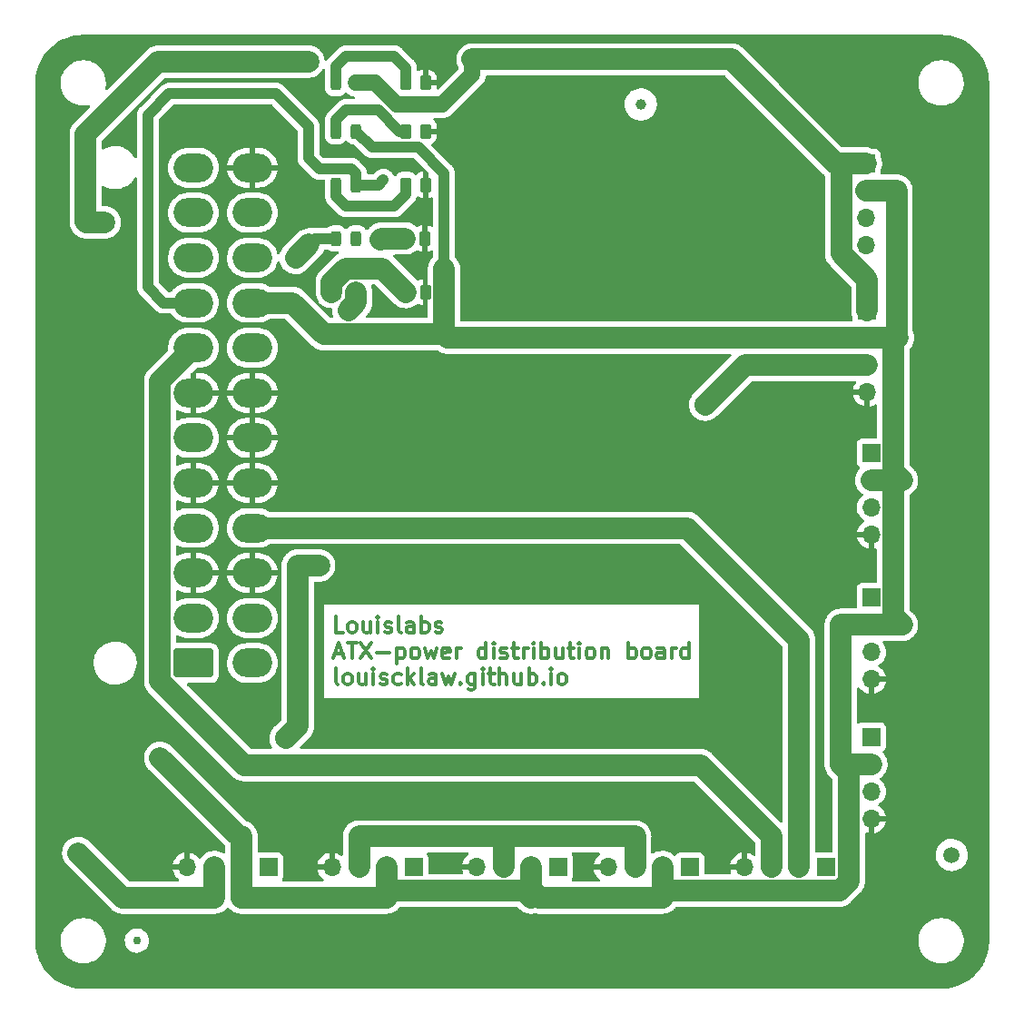
<source format=gbr>
%TF.GenerationSoftware,KiCad,Pcbnew,(6.0.7)*%
%TF.CreationDate,2022-11-08T16:58:00+08:00*%
%TF.ProjectId,main,6d61696e-2e6b-4696-9361-645f70636258,rev?*%
%TF.SameCoordinates,Original*%
%TF.FileFunction,Copper,L1,Top*%
%TF.FilePolarity,Positive*%
%FSLAX46Y46*%
G04 Gerber Fmt 4.6, Leading zero omitted, Abs format (unit mm)*
G04 Created by KiCad (PCBNEW (6.0.7)) date 2022-11-08 16:58:00*
%MOMM*%
%LPD*%
G01*
G04 APERTURE LIST*
G04 Aperture macros list*
%AMRoundRect*
0 Rectangle with rounded corners*
0 $1 Rounding radius*
0 $2 $3 $4 $5 $6 $7 $8 $9 X,Y pos of 4 corners*
0 Add a 4 corners polygon primitive as box body*
4,1,4,$2,$3,$4,$5,$6,$7,$8,$9,$2,$3,0*
0 Add four circle primitives for the rounded corners*
1,1,$1+$1,$2,$3*
1,1,$1+$1,$4,$5*
1,1,$1+$1,$6,$7*
1,1,$1+$1,$8,$9*
0 Add four rect primitives between the rounded corners*
20,1,$1+$1,$2,$3,$4,$5,0*
20,1,$1+$1,$4,$5,$6,$7,0*
20,1,$1+$1,$6,$7,$8,$9,0*
20,1,$1+$1,$8,$9,$2,$3,0*%
G04 Aperture macros list end*
%ADD10C,0.300000*%
%TA.AperFunction,NonConductor*%
%ADD11C,0.300000*%
%TD*%
%TA.AperFunction,ComponentPad*%
%ADD12R,1.700000X1.700000*%
%TD*%
%TA.AperFunction,ComponentPad*%
%ADD13O,1.700000X1.700000*%
%TD*%
%TA.AperFunction,SMDPad,CuDef*%
%ADD14C,1.000000*%
%TD*%
%TA.AperFunction,SMDPad,CuDef*%
%ADD15RoundRect,0.243750X-0.243750X-0.456250X0.243750X-0.456250X0.243750X0.456250X-0.243750X0.456250X0*%
%TD*%
%TA.AperFunction,SMDPad,CuDef*%
%ADD16RoundRect,0.250000X-0.262500X-0.450000X0.262500X-0.450000X0.262500X0.450000X-0.262500X0.450000X0*%
%TD*%
%TA.AperFunction,SMDPad,CuDef*%
%ADD17C,1.500000*%
%TD*%
%TA.AperFunction,ComponentPad*%
%ADD18RoundRect,0.250001X1.599999X-1.099999X1.599999X1.099999X-1.599999X1.099999X-1.599999X-1.099999X0*%
%TD*%
%TA.AperFunction,ComponentPad*%
%ADD19O,3.700000X2.700000*%
%TD*%
%TA.AperFunction,SMDPad,CuDef*%
%ADD20C,0.750000*%
%TD*%
%TA.AperFunction,ViaPad*%
%ADD21C,0.800000*%
%TD*%
%TA.AperFunction,ViaPad*%
%ADD22C,2.000000*%
%TD*%
%TA.AperFunction,Conductor*%
%ADD23C,2.000000*%
%TD*%
%TA.AperFunction,Conductor*%
%ADD24C,0.976600*%
%TD*%
%TA.AperFunction,Conductor*%
%ADD25C,1.000000*%
%TD*%
%TA.AperFunction,Conductor*%
%ADD26C,1.500000*%
%TD*%
G04 APERTURE END LIST*
D10*
D11*
X54266428Y-81263571D02*
X53552142Y-81263571D01*
X53552142Y-79763571D01*
X54980714Y-81263571D02*
X54837857Y-81192142D01*
X54766428Y-81120714D01*
X54695000Y-80977857D01*
X54695000Y-80549285D01*
X54766428Y-80406428D01*
X54837857Y-80335000D01*
X54980714Y-80263571D01*
X55195000Y-80263571D01*
X55337857Y-80335000D01*
X55409285Y-80406428D01*
X55480714Y-80549285D01*
X55480714Y-80977857D01*
X55409285Y-81120714D01*
X55337857Y-81192142D01*
X55195000Y-81263571D01*
X54980714Y-81263571D01*
X56766428Y-80263571D02*
X56766428Y-81263571D01*
X56123571Y-80263571D02*
X56123571Y-81049285D01*
X56195000Y-81192142D01*
X56337857Y-81263571D01*
X56552142Y-81263571D01*
X56695000Y-81192142D01*
X56766428Y-81120714D01*
X57480714Y-81263571D02*
X57480714Y-80263571D01*
X57480714Y-79763571D02*
X57409285Y-79835000D01*
X57480714Y-79906428D01*
X57552142Y-79835000D01*
X57480714Y-79763571D01*
X57480714Y-79906428D01*
X58123571Y-81192142D02*
X58266428Y-81263571D01*
X58552142Y-81263571D01*
X58695000Y-81192142D01*
X58766428Y-81049285D01*
X58766428Y-80977857D01*
X58695000Y-80835000D01*
X58552142Y-80763571D01*
X58337857Y-80763571D01*
X58195000Y-80692142D01*
X58123571Y-80549285D01*
X58123571Y-80477857D01*
X58195000Y-80335000D01*
X58337857Y-80263571D01*
X58552142Y-80263571D01*
X58695000Y-80335000D01*
X59623571Y-81263571D02*
X59480714Y-81192142D01*
X59409285Y-81049285D01*
X59409285Y-79763571D01*
X60837857Y-81263571D02*
X60837857Y-80477857D01*
X60766428Y-80335000D01*
X60623571Y-80263571D01*
X60337857Y-80263571D01*
X60195000Y-80335000D01*
X60837857Y-81192142D02*
X60695000Y-81263571D01*
X60337857Y-81263571D01*
X60195000Y-81192142D01*
X60123571Y-81049285D01*
X60123571Y-80906428D01*
X60195000Y-80763571D01*
X60337857Y-80692142D01*
X60695000Y-80692142D01*
X60837857Y-80620714D01*
X61552142Y-81263571D02*
X61552142Y-79763571D01*
X61552142Y-80335000D02*
X61695000Y-80263571D01*
X61980714Y-80263571D01*
X62123571Y-80335000D01*
X62195000Y-80406428D01*
X62266428Y-80549285D01*
X62266428Y-80977857D01*
X62195000Y-81120714D01*
X62123571Y-81192142D01*
X61980714Y-81263571D01*
X61695000Y-81263571D01*
X61552142Y-81192142D01*
X62837857Y-81192142D02*
X62980714Y-81263571D01*
X63266428Y-81263571D01*
X63409285Y-81192142D01*
X63480714Y-81049285D01*
X63480714Y-80977857D01*
X63409285Y-80835000D01*
X63266428Y-80763571D01*
X63052142Y-80763571D01*
X62909285Y-80692142D01*
X62837857Y-80549285D01*
X62837857Y-80477857D01*
X62909285Y-80335000D01*
X63052142Y-80263571D01*
X63266428Y-80263571D01*
X63409285Y-80335000D01*
X53480714Y-83250000D02*
X54195000Y-83250000D01*
X53337857Y-83678571D02*
X53837857Y-82178571D01*
X54337857Y-83678571D01*
X54623571Y-82178571D02*
X55480714Y-82178571D01*
X55052142Y-83678571D02*
X55052142Y-82178571D01*
X55837857Y-82178571D02*
X56837857Y-83678571D01*
X56837857Y-82178571D02*
X55837857Y-83678571D01*
X57409285Y-83107142D02*
X58552142Y-83107142D01*
X59266428Y-82678571D02*
X59266428Y-84178571D01*
X59266428Y-82750000D02*
X59409285Y-82678571D01*
X59695000Y-82678571D01*
X59837857Y-82750000D01*
X59909285Y-82821428D01*
X59980714Y-82964285D01*
X59980714Y-83392857D01*
X59909285Y-83535714D01*
X59837857Y-83607142D01*
X59695000Y-83678571D01*
X59409285Y-83678571D01*
X59266428Y-83607142D01*
X60837857Y-83678571D02*
X60695000Y-83607142D01*
X60623571Y-83535714D01*
X60552142Y-83392857D01*
X60552142Y-82964285D01*
X60623571Y-82821428D01*
X60695000Y-82750000D01*
X60837857Y-82678571D01*
X61052142Y-82678571D01*
X61195000Y-82750000D01*
X61266428Y-82821428D01*
X61337857Y-82964285D01*
X61337857Y-83392857D01*
X61266428Y-83535714D01*
X61195000Y-83607142D01*
X61052142Y-83678571D01*
X60837857Y-83678571D01*
X61837857Y-82678571D02*
X62123571Y-83678571D01*
X62409285Y-82964285D01*
X62695000Y-83678571D01*
X62980714Y-82678571D01*
X64123571Y-83607142D02*
X63980714Y-83678571D01*
X63695000Y-83678571D01*
X63552142Y-83607142D01*
X63480714Y-83464285D01*
X63480714Y-82892857D01*
X63552142Y-82750000D01*
X63695000Y-82678571D01*
X63980714Y-82678571D01*
X64123571Y-82750000D01*
X64195000Y-82892857D01*
X64195000Y-83035714D01*
X63480714Y-83178571D01*
X64837857Y-83678571D02*
X64837857Y-82678571D01*
X64837857Y-82964285D02*
X64909285Y-82821428D01*
X64980714Y-82750000D01*
X65123571Y-82678571D01*
X65266428Y-82678571D01*
X67552142Y-83678571D02*
X67552142Y-82178571D01*
X67552142Y-83607142D02*
X67409285Y-83678571D01*
X67123571Y-83678571D01*
X66980714Y-83607142D01*
X66909285Y-83535714D01*
X66837857Y-83392857D01*
X66837857Y-82964285D01*
X66909285Y-82821428D01*
X66980714Y-82750000D01*
X67123571Y-82678571D01*
X67409285Y-82678571D01*
X67552142Y-82750000D01*
X68266428Y-83678571D02*
X68266428Y-82678571D01*
X68266428Y-82178571D02*
X68195000Y-82250000D01*
X68266428Y-82321428D01*
X68337857Y-82250000D01*
X68266428Y-82178571D01*
X68266428Y-82321428D01*
X68909285Y-83607142D02*
X69052142Y-83678571D01*
X69337857Y-83678571D01*
X69480714Y-83607142D01*
X69552142Y-83464285D01*
X69552142Y-83392857D01*
X69480714Y-83250000D01*
X69337857Y-83178571D01*
X69123571Y-83178571D01*
X68980714Y-83107142D01*
X68909285Y-82964285D01*
X68909285Y-82892857D01*
X68980714Y-82750000D01*
X69123571Y-82678571D01*
X69337857Y-82678571D01*
X69480714Y-82750000D01*
X69980714Y-82678571D02*
X70552142Y-82678571D01*
X70195000Y-82178571D02*
X70195000Y-83464285D01*
X70266428Y-83607142D01*
X70409285Y-83678571D01*
X70552142Y-83678571D01*
X71052142Y-83678571D02*
X71052142Y-82678571D01*
X71052142Y-82964285D02*
X71123571Y-82821428D01*
X71195000Y-82750000D01*
X71337857Y-82678571D01*
X71480714Y-82678571D01*
X71980714Y-83678571D02*
X71980714Y-82678571D01*
X71980714Y-82178571D02*
X71909285Y-82250000D01*
X71980714Y-82321428D01*
X72052142Y-82250000D01*
X71980714Y-82178571D01*
X71980714Y-82321428D01*
X72695000Y-83678571D02*
X72695000Y-82178571D01*
X72695000Y-82750000D02*
X72837857Y-82678571D01*
X73123571Y-82678571D01*
X73266428Y-82750000D01*
X73337857Y-82821428D01*
X73409285Y-82964285D01*
X73409285Y-83392857D01*
X73337857Y-83535714D01*
X73266428Y-83607142D01*
X73123571Y-83678571D01*
X72837857Y-83678571D01*
X72695000Y-83607142D01*
X74695000Y-82678571D02*
X74695000Y-83678571D01*
X74052142Y-82678571D02*
X74052142Y-83464285D01*
X74123571Y-83607142D01*
X74266428Y-83678571D01*
X74480714Y-83678571D01*
X74623571Y-83607142D01*
X74695000Y-83535714D01*
X75195000Y-82678571D02*
X75766428Y-82678571D01*
X75409285Y-82178571D02*
X75409285Y-83464285D01*
X75480714Y-83607142D01*
X75623571Y-83678571D01*
X75766428Y-83678571D01*
X76266428Y-83678571D02*
X76266428Y-82678571D01*
X76266428Y-82178571D02*
X76195000Y-82250000D01*
X76266428Y-82321428D01*
X76337857Y-82250000D01*
X76266428Y-82178571D01*
X76266428Y-82321428D01*
X77195000Y-83678571D02*
X77052142Y-83607142D01*
X76980714Y-83535714D01*
X76909285Y-83392857D01*
X76909285Y-82964285D01*
X76980714Y-82821428D01*
X77052142Y-82750000D01*
X77195000Y-82678571D01*
X77409285Y-82678571D01*
X77552142Y-82750000D01*
X77623571Y-82821428D01*
X77695000Y-82964285D01*
X77695000Y-83392857D01*
X77623571Y-83535714D01*
X77552142Y-83607142D01*
X77409285Y-83678571D01*
X77195000Y-83678571D01*
X78337857Y-82678571D02*
X78337857Y-83678571D01*
X78337857Y-82821428D02*
X78409285Y-82750000D01*
X78552142Y-82678571D01*
X78766428Y-82678571D01*
X78909285Y-82750000D01*
X78980714Y-82892857D01*
X78980714Y-83678571D01*
X80837857Y-83678571D02*
X80837857Y-82178571D01*
X80837857Y-82750000D02*
X80980714Y-82678571D01*
X81266428Y-82678571D01*
X81409285Y-82750000D01*
X81480714Y-82821428D01*
X81552142Y-82964285D01*
X81552142Y-83392857D01*
X81480714Y-83535714D01*
X81409285Y-83607142D01*
X81266428Y-83678571D01*
X80980714Y-83678571D01*
X80837857Y-83607142D01*
X82409285Y-83678571D02*
X82266428Y-83607142D01*
X82195000Y-83535714D01*
X82123571Y-83392857D01*
X82123571Y-82964285D01*
X82195000Y-82821428D01*
X82266428Y-82750000D01*
X82409285Y-82678571D01*
X82623571Y-82678571D01*
X82766428Y-82750000D01*
X82837857Y-82821428D01*
X82909285Y-82964285D01*
X82909285Y-83392857D01*
X82837857Y-83535714D01*
X82766428Y-83607142D01*
X82623571Y-83678571D01*
X82409285Y-83678571D01*
X84195000Y-83678571D02*
X84195000Y-82892857D01*
X84123571Y-82750000D01*
X83980714Y-82678571D01*
X83695000Y-82678571D01*
X83552142Y-82750000D01*
X84195000Y-83607142D02*
X84052142Y-83678571D01*
X83695000Y-83678571D01*
X83552142Y-83607142D01*
X83480714Y-83464285D01*
X83480714Y-83321428D01*
X83552142Y-83178571D01*
X83695000Y-83107142D01*
X84052142Y-83107142D01*
X84195000Y-83035714D01*
X84909285Y-83678571D02*
X84909285Y-82678571D01*
X84909285Y-82964285D02*
X84980714Y-82821428D01*
X85052142Y-82750000D01*
X85195000Y-82678571D01*
X85337857Y-82678571D01*
X86480714Y-83678571D02*
X86480714Y-82178571D01*
X86480714Y-83607142D02*
X86337857Y-83678571D01*
X86052142Y-83678571D01*
X85909285Y-83607142D01*
X85837857Y-83535714D01*
X85766428Y-83392857D01*
X85766428Y-82964285D01*
X85837857Y-82821428D01*
X85909285Y-82750000D01*
X86052142Y-82678571D01*
X86337857Y-82678571D01*
X86480714Y-82750000D01*
X53766428Y-86093571D02*
X53623571Y-86022142D01*
X53552142Y-85879285D01*
X53552142Y-84593571D01*
X54552142Y-86093571D02*
X54409285Y-86022142D01*
X54337857Y-85950714D01*
X54266428Y-85807857D01*
X54266428Y-85379285D01*
X54337857Y-85236428D01*
X54409285Y-85165000D01*
X54552142Y-85093571D01*
X54766428Y-85093571D01*
X54909285Y-85165000D01*
X54980714Y-85236428D01*
X55052142Y-85379285D01*
X55052142Y-85807857D01*
X54980714Y-85950714D01*
X54909285Y-86022142D01*
X54766428Y-86093571D01*
X54552142Y-86093571D01*
X56337857Y-85093571D02*
X56337857Y-86093571D01*
X55695000Y-85093571D02*
X55695000Y-85879285D01*
X55766428Y-86022142D01*
X55909285Y-86093571D01*
X56123571Y-86093571D01*
X56266428Y-86022142D01*
X56337857Y-85950714D01*
X57052142Y-86093571D02*
X57052142Y-85093571D01*
X57052142Y-84593571D02*
X56980714Y-84665000D01*
X57052142Y-84736428D01*
X57123571Y-84665000D01*
X57052142Y-84593571D01*
X57052142Y-84736428D01*
X57695000Y-86022142D02*
X57837857Y-86093571D01*
X58123571Y-86093571D01*
X58266428Y-86022142D01*
X58337857Y-85879285D01*
X58337857Y-85807857D01*
X58266428Y-85665000D01*
X58123571Y-85593571D01*
X57909285Y-85593571D01*
X57766428Y-85522142D01*
X57695000Y-85379285D01*
X57695000Y-85307857D01*
X57766428Y-85165000D01*
X57909285Y-85093571D01*
X58123571Y-85093571D01*
X58266428Y-85165000D01*
X59623571Y-86022142D02*
X59480714Y-86093571D01*
X59195000Y-86093571D01*
X59052142Y-86022142D01*
X58980714Y-85950714D01*
X58909285Y-85807857D01*
X58909285Y-85379285D01*
X58980714Y-85236428D01*
X59052142Y-85165000D01*
X59195000Y-85093571D01*
X59480714Y-85093571D01*
X59623571Y-85165000D01*
X60266428Y-86093571D02*
X60266428Y-84593571D01*
X60409285Y-85522142D02*
X60837857Y-86093571D01*
X60837857Y-85093571D02*
X60266428Y-85665000D01*
X61695000Y-86093571D02*
X61552142Y-86022142D01*
X61480714Y-85879285D01*
X61480714Y-84593571D01*
X62909285Y-86093571D02*
X62909285Y-85307857D01*
X62837857Y-85165000D01*
X62695000Y-85093571D01*
X62409285Y-85093571D01*
X62266428Y-85165000D01*
X62909285Y-86022142D02*
X62766428Y-86093571D01*
X62409285Y-86093571D01*
X62266428Y-86022142D01*
X62195000Y-85879285D01*
X62195000Y-85736428D01*
X62266428Y-85593571D01*
X62409285Y-85522142D01*
X62766428Y-85522142D01*
X62909285Y-85450714D01*
X63480714Y-85093571D02*
X63766428Y-86093571D01*
X64052142Y-85379285D01*
X64337857Y-86093571D01*
X64623571Y-85093571D01*
X65195000Y-85950714D02*
X65266428Y-86022142D01*
X65195000Y-86093571D01*
X65123571Y-86022142D01*
X65195000Y-85950714D01*
X65195000Y-86093571D01*
X66552142Y-85093571D02*
X66552142Y-86307857D01*
X66480714Y-86450714D01*
X66409285Y-86522142D01*
X66266428Y-86593571D01*
X66052142Y-86593571D01*
X65909285Y-86522142D01*
X66552142Y-86022142D02*
X66409285Y-86093571D01*
X66123571Y-86093571D01*
X65980714Y-86022142D01*
X65909285Y-85950714D01*
X65837857Y-85807857D01*
X65837857Y-85379285D01*
X65909285Y-85236428D01*
X65980714Y-85165000D01*
X66123571Y-85093571D01*
X66409285Y-85093571D01*
X66552142Y-85165000D01*
X67266428Y-86093571D02*
X67266428Y-85093571D01*
X67266428Y-84593571D02*
X67195000Y-84665000D01*
X67266428Y-84736428D01*
X67337857Y-84665000D01*
X67266428Y-84593571D01*
X67266428Y-84736428D01*
X67766428Y-85093571D02*
X68337857Y-85093571D01*
X67980714Y-84593571D02*
X67980714Y-85879285D01*
X68052142Y-86022142D01*
X68195000Y-86093571D01*
X68337857Y-86093571D01*
X68837857Y-86093571D02*
X68837857Y-84593571D01*
X69480714Y-86093571D02*
X69480714Y-85307857D01*
X69409285Y-85165000D01*
X69266428Y-85093571D01*
X69052142Y-85093571D01*
X68909285Y-85165000D01*
X68837857Y-85236428D01*
X70837857Y-85093571D02*
X70837857Y-86093571D01*
X70195000Y-85093571D02*
X70195000Y-85879285D01*
X70266428Y-86022142D01*
X70409285Y-86093571D01*
X70623571Y-86093571D01*
X70766428Y-86022142D01*
X70837857Y-85950714D01*
X71552142Y-86093571D02*
X71552142Y-84593571D01*
X71552142Y-85165000D02*
X71695000Y-85093571D01*
X71980714Y-85093571D01*
X72123571Y-85165000D01*
X72195000Y-85236428D01*
X72266428Y-85379285D01*
X72266428Y-85807857D01*
X72195000Y-85950714D01*
X72123571Y-86022142D01*
X71980714Y-86093571D01*
X71695000Y-86093571D01*
X71552142Y-86022142D01*
X72909285Y-85950714D02*
X72980714Y-86022142D01*
X72909285Y-86093571D01*
X72837857Y-86022142D01*
X72909285Y-85950714D01*
X72909285Y-86093571D01*
X73623571Y-86093571D02*
X73623571Y-85093571D01*
X73623571Y-84593571D02*
X73552142Y-84665000D01*
X73623571Y-84736428D01*
X73695000Y-84665000D01*
X73623571Y-84593571D01*
X73623571Y-84736428D01*
X74552142Y-86093571D02*
X74409285Y-86022142D01*
X74337857Y-85950714D01*
X74266428Y-85807857D01*
X74266428Y-85379285D01*
X74337857Y-85236428D01*
X74409285Y-85165000D01*
X74552142Y-85093571D01*
X74766428Y-85093571D01*
X74909285Y-85165000D01*
X74980714Y-85236428D01*
X75052142Y-85379285D01*
X75052142Y-85807857D01*
X74980714Y-85950714D01*
X74909285Y-86022142D01*
X74766428Y-86093571D01*
X74552142Y-86093571D01*
D12*
%TO.P,J8,1,Pin_1*%
%TO.N,/12V*%
X103125000Y-51200000D03*
D13*
%TO.P,J8,2,Pin_2*%
%TO.N,/5V*%
X103125000Y-53740000D03*
%TO.P,J8,3,Pin_3*%
%TO.N,/3V3*%
X103125000Y-56280000D03*
%TO.P,J8,4,Pin_4*%
%TO.N,GND*%
X103125000Y-58820000D03*
%TD*%
D14*
%TO.P,FID1,*%
%TO.N,*%
X82000000Y-32000000D03*
%TD*%
D15*
%TO.P,D3,1,K*%
%TO.N,Net-(D3-Pad1)*%
X53562500Y-39500000D03*
%TO.P,D3,2,A*%
%TO.N,/5V_SB*%
X55437500Y-39500000D03*
%TD*%
D12*
%TO.P,J7,1,Pin_1*%
%TO.N,/12V*%
X103000000Y-37500000D03*
D13*
%TO.P,J7,2,Pin_2*%
%TO.N,/5V*%
X103000000Y-40040000D03*
%TO.P,J7,3,Pin_3*%
%TO.N,/3V3*%
X103000000Y-42580000D03*
%TO.P,J7,4,Pin_4*%
%TO.N,GND*%
X103000000Y-45120000D03*
%TD*%
D16*
%TO.P,R4,1*%
%TO.N,Net-(D4-Pad1)*%
X60000000Y-44500000D03*
%TO.P,R4,2*%
%TO.N,GND*%
X61825000Y-44500000D03*
%TD*%
D12*
%TO.P,J5,1,Pin_1*%
%TO.N,/12V*%
X86550000Y-103125000D03*
D13*
%TO.P,J5,2,Pin_2*%
%TO.N,/5V*%
X84010000Y-103125000D03*
%TO.P,J5,3,Pin_3*%
%TO.N,/3V3*%
X81470000Y-103125000D03*
%TO.P,J5,4,Pin_4*%
%TO.N,GND*%
X78930000Y-103125000D03*
%TD*%
D16*
%TO.P,R5,1*%
%TO.N,Net-(D5-Pad1)*%
X60087500Y-49500000D03*
%TO.P,R5,2*%
%TO.N,GND*%
X61912500Y-49500000D03*
%TD*%
D12*
%TO.P,J9,1,Pin_1*%
%TO.N,/12V*%
X103500000Y-64500000D03*
D13*
%TO.P,J9,2,Pin_2*%
%TO.N,/5V*%
X103500000Y-67040000D03*
%TO.P,J9,3,Pin_3*%
%TO.N,/3V3*%
X103500000Y-69580000D03*
%TO.P,J9,4,Pin_4*%
%TO.N,GND*%
X103500000Y-72120000D03*
%TD*%
D12*
%TO.P,J3,1,Pin_1*%
%TO.N,/12V*%
X74300000Y-103125000D03*
D13*
%TO.P,J3,2,Pin_2*%
%TO.N,/5V*%
X71760000Y-103125000D03*
%TO.P,J3,3,Pin_3*%
%TO.N,/3V3*%
X69220000Y-103125000D03*
%TO.P,J3,4,Pin_4*%
%TO.N,GND*%
X66680000Y-103125000D03*
%TD*%
D17*
%TO.P,FID2,*%
%TO.N,*%
X111000000Y-102000000D03*
%TD*%
D12*
%TO.P,J2,1,Pin_1*%
%TO.N,/5V_SB*%
X99300000Y-103125000D03*
D13*
%TO.P,J2,2,Pin_2*%
%TO.N,/PS_ON*%
X96760000Y-103125000D03*
%TO.P,J2,3,Pin_3*%
%TO.N,/PWR_OK*%
X94220000Y-103125000D03*
%TO.P,J2,4,Pin_4*%
%TO.N,GND*%
X91680000Y-103125000D03*
%TD*%
D15*
%TO.P,D4,1,K*%
%TO.N,Net-(D4-Pad1)*%
X53562500Y-44500000D03*
%TO.P,D4,2,A*%
%TO.N,/3V3*%
X55437500Y-44500000D03*
%TD*%
%TO.P,D1,1,K*%
%TO.N,Net-(D1-Pad1)*%
X53562500Y-30000000D03*
%TO.P,D1,2,A*%
%TO.N,/12V*%
X55437500Y-30000000D03*
%TD*%
D18*
%TO.P,J1,1,+3.3V*%
%TO.N,/3V3*%
X40275000Y-84100000D03*
D19*
%TO.P,J1,2,+3.3V*%
X40275000Y-79900000D03*
%TO.P,J1,3,GND*%
%TO.N,GND*%
X40275000Y-75700000D03*
%TO.P,J1,4,+5V*%
%TO.N,/5V*%
X40275000Y-71500000D03*
%TO.P,J1,5,GND*%
%TO.N,GND*%
X40275000Y-67300000D03*
%TO.P,J1,6,+5V*%
%TO.N,/5V*%
X40275000Y-63100000D03*
%TO.P,J1,7,GND*%
%TO.N,GND*%
X40275000Y-58900000D03*
%TO.P,J1,8,PWR_OK*%
%TO.N,/PWR_OK*%
X40275000Y-54700000D03*
%TO.P,J1,9,+5VSB*%
%TO.N,/5V_SB*%
X40275000Y-50500000D03*
%TO.P,J1,10,+12V*%
%TO.N,/12V*%
X40275000Y-46300000D03*
%TO.P,J1,11,+12V*%
X40275000Y-42100000D03*
%TO.P,J1,12,+3.3V*%
%TO.N,/3V3*%
X40275000Y-37900000D03*
%TO.P,J1,13,+3.3V*%
X45775000Y-84100000D03*
%TO.P,J1,14,-12V*%
%TO.N,/-12V*%
X45775000Y-79900000D03*
%TO.P,J1,15,GND*%
%TO.N,GND*%
X45775000Y-75700000D03*
%TO.P,J1,16,PS_ON#*%
%TO.N,/PS_ON*%
X45775000Y-71500000D03*
%TO.P,J1,17,GND*%
%TO.N,GND*%
X45775000Y-67300000D03*
%TO.P,J1,18,GND*%
X45775000Y-63100000D03*
%TO.P,J1,19,GND*%
X45775000Y-58900000D03*
%TO.P,J1,20,NC*%
%TO.N,unconnected-(J1-Pad20)*%
X45775000Y-54700000D03*
%TO.P,J1,21,+5V*%
%TO.N,/5V*%
X45775000Y-50500000D03*
%TO.P,J1,22,+5V*%
X45775000Y-46300000D03*
%TO.P,J1,23,+5V*%
X45775000Y-42100000D03*
%TO.P,J1,24,GND*%
%TO.N,GND*%
X45775000Y-37900000D03*
%TD*%
D15*
%TO.P,D5,1,K*%
%TO.N,Net-(D5-Pad1)*%
X53562500Y-49500000D03*
%TO.P,D5,2,A*%
%TO.N,/PS_ON*%
X55437500Y-49500000D03*
%TD*%
D12*
%TO.P,J10,1,Pin_1*%
%TO.N,/12V*%
X103500000Y-78000000D03*
D13*
%TO.P,J10,2,Pin_2*%
%TO.N,/5V*%
X103500000Y-80540000D03*
%TO.P,J10,3,Pin_3*%
%TO.N,/3V3*%
X103500000Y-83080000D03*
%TO.P,J10,4,Pin_4*%
%TO.N,GND*%
X103500000Y-85620000D03*
%TD*%
D12*
%TO.P,J4,1,Pin_1*%
%TO.N,/12V*%
X60800000Y-103125000D03*
D13*
%TO.P,J4,2,Pin_2*%
%TO.N,/5V*%
X58260000Y-103125000D03*
%TO.P,J4,3,Pin_3*%
%TO.N,/3V3*%
X55720000Y-103125000D03*
%TO.P,J4,4,Pin_4*%
%TO.N,GND*%
X53180000Y-103125000D03*
%TD*%
D16*
%TO.P,R2,1*%
%TO.N,Net-(D2-Pad1)*%
X60087500Y-34500000D03*
%TO.P,R2,2*%
%TO.N,GND*%
X61912500Y-34500000D03*
%TD*%
D15*
%TO.P,D2,1,K*%
%TO.N,Net-(D2-Pad1)*%
X53562500Y-34500000D03*
%TO.P,D2,2,A*%
%TO.N,/5V*%
X55437500Y-34500000D03*
%TD*%
D12*
%TO.P,J11,1,Pin_1*%
%TO.N,/12V*%
X103500000Y-91000000D03*
D13*
%TO.P,J11,2,Pin_2*%
%TO.N,/5V*%
X103500000Y-93540000D03*
%TO.P,J11,3,Pin_3*%
%TO.N,/3V3*%
X103500000Y-96080000D03*
%TO.P,J11,4,Pin_4*%
%TO.N,GND*%
X103500000Y-98620000D03*
%TD*%
D12*
%TO.P,J6,1,Pin_1*%
%TO.N,/12V*%
X47300000Y-103125000D03*
D13*
%TO.P,J6,2,Pin_2*%
%TO.N,/5V*%
X44760000Y-103125000D03*
%TO.P,J6,3,Pin_3*%
%TO.N,/3V3*%
X42220000Y-103125000D03*
%TO.P,J6,4,Pin_4*%
%TO.N,GND*%
X39680000Y-103125000D03*
%TD*%
D16*
%TO.P,R3,1*%
%TO.N,Net-(D3-Pad1)*%
X60087500Y-39500000D03*
%TO.P,R3,2*%
%TO.N,GND*%
X61912500Y-39500000D03*
%TD*%
%TO.P,R1,1*%
%TO.N,Net-(D1-Pad1)*%
X60087500Y-30000000D03*
%TO.P,R1,2*%
%TO.N,GND*%
X61912500Y-30000000D03*
%TD*%
D20*
%TO.P,FID3,*%
%TO.N,*%
X35000000Y-110000000D03*
%TD*%
D21*
%TO.N,/3V3*%
X55500000Y-44500000D03*
X29536900Y-101816100D03*
D22*
X95720000Y-56280000D03*
X88000000Y-60000000D03*
D21*
%TO.N,GND*%
X90000000Y-39000000D03*
X89977690Y-43006224D03*
X88000000Y-41000000D03*
X64000000Y-61000000D03*
X90000000Y-45000000D03*
X80000000Y-90000000D03*
X90000000Y-37000000D03*
X88000000Y-39000000D03*
X92000000Y-45000000D03*
X101000000Y-30000000D03*
X91977690Y-43006224D03*
X92000000Y-39000000D03*
X51000000Y-98000000D03*
X74000000Y-97000000D03*
X35000000Y-53000000D03*
X80000000Y-67000000D03*
X88000000Y-37000000D03*
X92000000Y-41000000D03*
X88000000Y-45000000D03*
X87977690Y-43006224D03*
X90000000Y-41000000D03*
X92000000Y-37000000D03*
D22*
%TO.N,/5V*%
X59563800Y-53436200D03*
D21*
X37170800Y-92949200D03*
D22*
X52000000Y-75000000D03*
X48869565Y-91130435D03*
D21*
%TO.N,/5V_SB*%
X58000000Y-39000000D03*
D22*
%TO.N,/12V*%
X32000000Y-43000000D03*
X51000000Y-28000000D03*
X74200100Y-27799900D03*
D21*
%TO.N,/PS_ON*%
X54731600Y-51202000D03*
%TO.N,Net-(D4-Pad1)*%
X57706200Y-44616800D03*
X49792500Y-46312800D03*
%TD*%
D23*
%TO.N,/3V3*%
X55720000Y-100275000D02*
X69220000Y-100275000D01*
X42220000Y-103125000D02*
X42220000Y-105975000D01*
X81470000Y-103125000D02*
X81470000Y-100275000D01*
X69220000Y-103125000D02*
X69220000Y-100275000D01*
X91720000Y-56280000D02*
X95720000Y-56280000D01*
X95720000Y-56280000D02*
X103125000Y-56280000D01*
X69220000Y-100275000D02*
X81470000Y-100275000D01*
X33695800Y-105975000D02*
X29536900Y-101816100D01*
X88000000Y-60000000D02*
X91720000Y-56280000D01*
X55720000Y-103125000D02*
X55720000Y-100275000D01*
X42220000Y-105975000D02*
X33695800Y-105975000D01*
%TO.N,/5V*%
X101395400Y-94285400D02*
X100650000Y-93540000D01*
X71110200Y-105325200D02*
X71760000Y-105975000D01*
X103723300Y-53740000D02*
X105212500Y-53740000D01*
X71760000Y-105175200D02*
X71760000Y-105975000D01*
D24*
X61264000Y-36015700D02*
X56953200Y-36015700D01*
X63641400Y-38393100D02*
X61264000Y-36015700D01*
D23*
X71760000Y-105175200D02*
X72559800Y-105975000D01*
X50000000Y-90000000D02*
X50000000Y-75000000D01*
X84010000Y-105325200D02*
X100508000Y-105325200D01*
X84010000Y-103125000D02*
X84010000Y-105100000D01*
X44760000Y-103125000D02*
X44760000Y-100275000D01*
X103500000Y-93540000D02*
X100650000Y-93540000D01*
X71760000Y-103125000D02*
X71760000Y-105025000D01*
X100650000Y-80540000D02*
X100650000Y-93540000D01*
X84010000Y-105100000D02*
X84010000Y-105325200D01*
X105550200Y-66240200D02*
X106350000Y-67040000D01*
X63945200Y-53740000D02*
X63641400Y-53436200D01*
X48869565Y-91130435D02*
X50000000Y-90000000D01*
X103125000Y-53740000D02*
X63945200Y-53740000D01*
X49500000Y-50500000D02*
X45775000Y-50500000D01*
X105850000Y-40040000D02*
X105850000Y-53615000D01*
X63641400Y-53436200D02*
X63641400Y-47358600D01*
X101395400Y-104437800D02*
X101395400Y-94285400D01*
X44760000Y-105975000D02*
X58260000Y-105975000D01*
X52436200Y-53436200D02*
X49500000Y-50500000D01*
X58260000Y-105325200D02*
X58260000Y-105975000D01*
X105550200Y-53740000D02*
X105550200Y-66240200D01*
X44760000Y-103125000D02*
X44760000Y-105975000D01*
X103500000Y-80540000D02*
X100650000Y-80540000D01*
X58260000Y-105325200D02*
X71110200Y-105325200D01*
D24*
X63641400Y-47358600D02*
X63641400Y-38393100D01*
D23*
X59563800Y-53436200D02*
X52436200Y-53436200D01*
X105212500Y-53740000D02*
X105550200Y-53740000D01*
X103500000Y-67040000D02*
X105400000Y-67040000D01*
X100508000Y-105325200D02*
X101395400Y-104437800D01*
X44496600Y-100275000D02*
X44760000Y-100275000D01*
X71760000Y-105025000D02*
X71760000Y-105175200D01*
X105850000Y-53615000D02*
X105975000Y-53740000D01*
X63641400Y-53436200D02*
X59563800Y-53436200D01*
X103723300Y-53740000D02*
X103125000Y-53740000D01*
X50000000Y-75000000D02*
X52000000Y-75000000D01*
X58260000Y-105100000D02*
X58260000Y-105325200D01*
X84010000Y-105325200D02*
X84010000Y-105975000D01*
X58260000Y-103125000D02*
X58260000Y-105100000D01*
X103000000Y-40040000D02*
X105850000Y-40040000D01*
X72559800Y-105975000D02*
X84010000Y-105975000D01*
X103975000Y-80540000D02*
X103500000Y-80540000D01*
X105550200Y-53740000D02*
X105975000Y-53740000D01*
X103975000Y-80540000D02*
X106350000Y-80540000D01*
X105550200Y-79740200D02*
X106350000Y-80540000D01*
D24*
X56953200Y-36015700D02*
X55437500Y-34500000D01*
D23*
X105550200Y-67040000D02*
X105550200Y-79740200D01*
X105550200Y-67040000D02*
X106350000Y-67040000D01*
X37170800Y-92949200D02*
X44496600Y-100275000D01*
X105400000Y-67040000D02*
X105550200Y-67040000D01*
%TO.N,/PWR_OK*%
X37166900Y-57808100D02*
X37166900Y-85766600D01*
X37166900Y-85766600D02*
X45014600Y-93614300D01*
X45014600Y-93614300D02*
X87559300Y-93614300D01*
X87559300Y-93614300D02*
X94220000Y-100275000D01*
X40275000Y-54700000D02*
X37166900Y-57808100D01*
X94220000Y-103125000D02*
X94220000Y-100275000D01*
D25*
%TO.N,/5V_SB*%
X51000000Y-37000000D02*
X52000000Y-38000000D01*
X52000000Y-38000000D02*
X55000000Y-38000000D01*
X38000000Y-31000000D02*
X48000000Y-31000000D01*
X40275000Y-50500000D02*
X37500000Y-50500000D01*
X37500000Y-50500000D02*
X36000000Y-49000000D01*
X36000000Y-49000000D02*
X36000000Y-33000000D01*
X51000000Y-34000000D02*
X51000000Y-37000000D01*
X55437500Y-38437500D02*
X55437500Y-39500000D01*
X36000000Y-33000000D02*
X38000000Y-31000000D01*
X55000000Y-38000000D02*
X55437500Y-38437500D01*
X57500000Y-39500000D02*
X58000000Y-39000000D01*
X48000000Y-31000000D02*
X51000000Y-34000000D01*
X55437500Y-39500000D02*
X57500000Y-39500000D01*
D23*
%TO.N,/12V*%
X103000000Y-37500000D02*
X101575000Y-37500000D01*
X30224999Y-42928176D02*
X30296823Y-43000000D01*
X100684200Y-37500000D02*
X100684200Y-45909200D01*
D26*
X55437500Y-30000000D02*
X57223811Y-30000000D01*
X66299900Y-29200100D02*
X66299900Y-27799900D01*
D23*
X103125000Y-51200000D02*
X103125000Y-48350000D01*
D26*
X59223811Y-32000000D02*
X63500000Y-32000000D01*
X57223811Y-30000000D02*
X59223811Y-32000000D01*
D23*
X37000000Y-28000000D02*
X30224999Y-34775001D01*
D26*
X63500000Y-32000000D02*
X66299900Y-29200100D01*
D23*
X100684200Y-37500000D02*
X100150000Y-37500000D01*
X101575000Y-37500000D02*
X100684200Y-37500000D01*
X30296823Y-43000000D02*
X32000000Y-43000000D01*
X30224999Y-34775001D02*
X30224999Y-42928176D01*
X51000000Y-28000000D02*
X37000000Y-28000000D01*
X100150000Y-37500000D02*
X90449900Y-27799900D01*
X74200100Y-27799900D02*
X66299900Y-27799900D01*
X90449900Y-27799900D02*
X74200100Y-27799900D01*
X100684200Y-45909200D02*
X103125000Y-48350000D01*
%TO.N,/PS_ON*%
X55437500Y-50496100D02*
X55437500Y-49500000D01*
X96760000Y-81917700D02*
X86342300Y-71500000D01*
X96760000Y-103125000D02*
X96760000Y-81917700D01*
X86342300Y-71500000D02*
X45775000Y-71500000D01*
X54731600Y-51202000D02*
X55437500Y-50496100D01*
D25*
%TO.N,Net-(D1-Pad1)*%
X60087500Y-28587500D02*
X60087500Y-30000000D01*
X53562500Y-30000000D02*
X53562500Y-28437500D01*
X59000000Y-27500000D02*
X60087500Y-28587500D01*
X54500000Y-27500000D02*
X59000000Y-27500000D01*
X53562500Y-28437500D02*
X54500000Y-27500000D01*
%TO.N,Net-(D2-Pad1)*%
X59500000Y-34500000D02*
X57500000Y-32500000D01*
X57500000Y-32500000D02*
X54500000Y-32500000D01*
X60087500Y-34500000D02*
X59500000Y-34500000D01*
X54500000Y-32500000D02*
X53562500Y-33437500D01*
X53562500Y-33437500D02*
X53562500Y-34500000D01*
%TO.N,Net-(D3-Pad1)*%
X54500000Y-41500000D02*
X59000000Y-41500000D01*
X53562500Y-39500000D02*
X53562500Y-40562500D01*
X53562500Y-40562500D02*
X54500000Y-41500000D01*
X60087500Y-40412500D02*
X60087500Y-39500000D01*
X59000000Y-41500000D02*
X60087500Y-40412500D01*
%TO.N,Net-(D4-Pad1)*%
X51605300Y-44500000D02*
X51052650Y-45052650D01*
D23*
X60000000Y-44500000D02*
X57823000Y-44500000D01*
X57823000Y-44500000D02*
X57706200Y-44616800D01*
D25*
X53562500Y-44500000D02*
X51605300Y-44500000D01*
D23*
X49792500Y-46312800D02*
X51052650Y-45052650D01*
%TO.N,Net-(D5-Pad1)*%
X57881100Y-47293600D02*
X60087500Y-49500000D01*
D24*
X53176200Y-49500000D02*
X53562500Y-49500000D01*
D23*
X53176200Y-48575700D02*
X54458300Y-47293600D01*
X53176200Y-49500000D02*
X53176200Y-48575700D01*
X54458300Y-47293600D02*
X57881100Y-47293600D01*
%TD*%
%TA.AperFunction,Conductor*%
%TO.N,GND*%
G36*
X109970018Y-25510000D02*
G01*
X109984851Y-25512310D01*
X109984855Y-25512310D01*
X109993724Y-25513691D01*
X110014183Y-25511016D01*
X110036007Y-25510072D01*
X110385965Y-25525352D01*
X110396913Y-25526310D01*
X110774498Y-25576019D01*
X110785307Y-25577926D01*
X111157114Y-25660353D01*
X111167731Y-25663198D01*
X111530939Y-25777718D01*
X111541254Y-25781471D01*
X111893123Y-25927220D01*
X111903067Y-25931858D01*
X112240867Y-26107705D01*
X112250387Y-26113201D01*
X112571574Y-26317820D01*
X112580578Y-26324124D01*
X112882716Y-26555962D01*
X112891137Y-26563028D01*
X113171914Y-26820314D01*
X113179686Y-26828086D01*
X113436972Y-27108863D01*
X113444038Y-27117284D01*
X113675876Y-27419422D01*
X113682180Y-27428426D01*
X113886799Y-27749613D01*
X113892294Y-27759132D01*
X114066541Y-28093856D01*
X114068138Y-28096924D01*
X114072780Y-28106877D01*
X114208263Y-28433962D01*
X114218526Y-28458739D01*
X114222282Y-28469061D01*
X114333970Y-28823285D01*
X114336802Y-28832268D01*
X114339647Y-28842885D01*
X114421441Y-29211833D01*
X114422073Y-29214685D01*
X114423981Y-29225502D01*
X114460501Y-29502905D01*
X114473690Y-29603086D01*
X114474648Y-29614035D01*
X114485123Y-29853935D01*
X114489603Y-29956552D01*
X114488223Y-29981429D01*
X114486309Y-29993724D01*
X114487473Y-30002626D01*
X114487473Y-30002628D01*
X114490436Y-30025283D01*
X114491500Y-30041621D01*
X114491500Y-109950633D01*
X114490000Y-109970018D01*
X114487690Y-109984851D01*
X114487690Y-109984855D01*
X114486309Y-109993724D01*
X114488984Y-110014183D01*
X114489928Y-110036007D01*
X114479979Y-110263868D01*
X114474648Y-110385964D01*
X114473690Y-110396913D01*
X114431696Y-110715898D01*
X114423982Y-110774490D01*
X114422074Y-110785307D01*
X114352922Y-111097235D01*
X114339647Y-111157114D01*
X114336802Y-111167731D01*
X114247910Y-111449661D01*
X114222285Y-111530932D01*
X114218529Y-111541254D01*
X114107329Y-111809715D01*
X114072784Y-111893114D01*
X114068142Y-111903067D01*
X113968815Y-112093873D01*
X113892295Y-112240867D01*
X113886799Y-112250387D01*
X113682180Y-112571574D01*
X113675876Y-112580578D01*
X113444038Y-112882716D01*
X113436972Y-112891137D01*
X113179686Y-113171914D01*
X113171914Y-113179686D01*
X112891137Y-113436972D01*
X112882716Y-113444038D01*
X112580578Y-113675876D01*
X112571574Y-113682180D01*
X112250387Y-113886799D01*
X112240868Y-113892294D01*
X111903067Y-114068142D01*
X111893123Y-114072780D01*
X111541254Y-114218529D01*
X111530939Y-114222282D01*
X111167732Y-114336802D01*
X111157115Y-114339647D01*
X110785307Y-114422074D01*
X110774498Y-114423981D01*
X110396914Y-114473690D01*
X110385965Y-114474648D01*
X110043446Y-114489603D01*
X110018571Y-114488223D01*
X110006276Y-114486309D01*
X109997374Y-114487473D01*
X109997372Y-114487473D01*
X109982323Y-114489441D01*
X109974714Y-114490436D01*
X109958379Y-114491500D01*
X30049367Y-114491500D01*
X30029982Y-114490000D01*
X30015149Y-114487690D01*
X30015145Y-114487690D01*
X30006276Y-114486309D01*
X29985817Y-114488984D01*
X29963993Y-114489928D01*
X29614035Y-114474648D01*
X29603086Y-114473690D01*
X29225502Y-114423981D01*
X29214693Y-114422074D01*
X28842885Y-114339647D01*
X28832268Y-114336802D01*
X28469061Y-114222282D01*
X28458746Y-114218529D01*
X28106877Y-114072780D01*
X28096933Y-114068142D01*
X27759132Y-113892294D01*
X27749613Y-113886799D01*
X27428426Y-113682180D01*
X27419422Y-113675876D01*
X27117284Y-113444038D01*
X27108863Y-113436972D01*
X26828086Y-113179686D01*
X26820314Y-113171914D01*
X26563028Y-112891137D01*
X26555962Y-112882716D01*
X26324124Y-112580578D01*
X26317820Y-112571574D01*
X26113201Y-112250387D01*
X26107705Y-112240867D01*
X26031185Y-112093873D01*
X25931858Y-111903067D01*
X25927216Y-111893114D01*
X25892672Y-111809715D01*
X25781471Y-111541254D01*
X25777715Y-111530932D01*
X25752091Y-111449661D01*
X25663198Y-111167731D01*
X25660353Y-111157114D01*
X25647078Y-111097235D01*
X25577926Y-110785307D01*
X25576018Y-110774490D01*
X25568305Y-110715898D01*
X25526310Y-110396913D01*
X25525352Y-110385964D01*
X25520021Y-110263868D01*
X25514294Y-110132703D01*
X27890743Y-110132703D01*
X27891302Y-110136947D01*
X27891302Y-110136951D01*
X27907259Y-110258154D01*
X27928268Y-110417734D01*
X28004129Y-110695036D01*
X28005813Y-110698984D01*
X28103425Y-110927830D01*
X28116923Y-110959476D01*
X28184698Y-111072720D01*
X28241562Y-111167732D01*
X28264561Y-111206161D01*
X28444313Y-111430528D01*
X28652851Y-111628423D01*
X28675787Y-111644904D01*
X28877898Y-111790136D01*
X28886317Y-111796186D01*
X28890112Y-111798195D01*
X28890113Y-111798196D01*
X28911869Y-111809715D01*
X29140392Y-111930712D01*
X29410373Y-112029511D01*
X29691264Y-112090755D01*
X29719841Y-112093004D01*
X29914282Y-112108307D01*
X29914291Y-112108307D01*
X29916739Y-112108500D01*
X30072271Y-112108500D01*
X30074407Y-112108354D01*
X30074418Y-112108354D01*
X30282548Y-112094165D01*
X30282554Y-112094164D01*
X30286825Y-112093873D01*
X30291020Y-112093004D01*
X30291022Y-112093004D01*
X30427584Y-112064723D01*
X30568342Y-112035574D01*
X30839343Y-111939607D01*
X31094812Y-111807750D01*
X31098313Y-111805289D01*
X31098317Y-111805287D01*
X31212418Y-111725095D01*
X31330023Y-111642441D01*
X31408403Y-111569606D01*
X31537479Y-111449661D01*
X31537481Y-111449658D01*
X31540622Y-111446740D01*
X31722713Y-111224268D01*
X31872927Y-110979142D01*
X31988483Y-110715898D01*
X32067244Y-110439406D01*
X32107751Y-110154784D01*
X32107845Y-110136951D01*
X32108717Y-109970412D01*
X33870065Y-109970412D01*
X33883594Y-110176821D01*
X33934512Y-110377309D01*
X34021112Y-110565161D01*
X34140496Y-110734085D01*
X34288665Y-110878425D01*
X34293461Y-110881630D01*
X34293464Y-110881632D01*
X34372370Y-110934355D01*
X34460657Y-110993346D01*
X34465960Y-110995624D01*
X34465963Y-110995626D01*
X34645404Y-111072720D01*
X34650711Y-111075000D01*
X34748975Y-111097235D01*
X34846827Y-111119377D01*
X34846830Y-111119377D01*
X34852463Y-111120652D01*
X34858234Y-111120879D01*
X34858236Y-111120879D01*
X34921106Y-111123349D01*
X35059156Y-111128773D01*
X35161512Y-111113932D01*
X35258154Y-111099920D01*
X35258159Y-111099919D01*
X35263868Y-111099091D01*
X35269332Y-111097236D01*
X35269337Y-111097235D01*
X35454271Y-111034459D01*
X35454276Y-111034457D01*
X35459743Y-111032601D01*
X35464786Y-111029777D01*
X35635174Y-110934355D01*
X35635178Y-110934352D01*
X35640221Y-110931528D01*
X35799258Y-110799258D01*
X35931528Y-110640221D01*
X35934352Y-110635178D01*
X35934355Y-110635174D01*
X36029777Y-110464786D01*
X36029778Y-110464784D01*
X36032601Y-110459743D01*
X36034457Y-110454276D01*
X36034459Y-110454271D01*
X36097235Y-110269337D01*
X36097236Y-110269332D01*
X36099091Y-110263868D01*
X36099919Y-110258159D01*
X36099920Y-110258154D01*
X36118109Y-110132703D01*
X107890743Y-110132703D01*
X107891302Y-110136947D01*
X107891302Y-110136951D01*
X107907259Y-110258154D01*
X107928268Y-110417734D01*
X108004129Y-110695036D01*
X108005813Y-110698984D01*
X108103425Y-110927830D01*
X108116923Y-110959476D01*
X108184698Y-111072720D01*
X108241562Y-111167732D01*
X108264561Y-111206161D01*
X108444313Y-111430528D01*
X108652851Y-111628423D01*
X108675787Y-111644904D01*
X108877898Y-111790136D01*
X108886317Y-111796186D01*
X108890112Y-111798195D01*
X108890113Y-111798196D01*
X108911869Y-111809715D01*
X109140392Y-111930712D01*
X109410373Y-112029511D01*
X109691264Y-112090755D01*
X109719841Y-112093004D01*
X109914282Y-112108307D01*
X109914291Y-112108307D01*
X109916739Y-112108500D01*
X110072271Y-112108500D01*
X110074407Y-112108354D01*
X110074418Y-112108354D01*
X110282548Y-112094165D01*
X110282554Y-112094164D01*
X110286825Y-112093873D01*
X110291020Y-112093004D01*
X110291022Y-112093004D01*
X110427584Y-112064723D01*
X110568342Y-112035574D01*
X110839343Y-111939607D01*
X111094812Y-111807750D01*
X111098313Y-111805289D01*
X111098317Y-111805287D01*
X111212418Y-111725095D01*
X111330023Y-111642441D01*
X111408403Y-111569606D01*
X111537479Y-111449661D01*
X111537481Y-111449658D01*
X111540622Y-111446740D01*
X111722713Y-111224268D01*
X111872927Y-110979142D01*
X111988483Y-110715898D01*
X112067244Y-110439406D01*
X112107751Y-110154784D01*
X112107845Y-110136951D01*
X112109235Y-109871583D01*
X112109235Y-109871576D01*
X112109257Y-109867297D01*
X112071732Y-109582266D01*
X111995871Y-109304964D01*
X111903907Y-109089359D01*
X111884763Y-109044476D01*
X111884761Y-109044472D01*
X111883077Y-109040524D01*
X111805076Y-108910194D01*
X111737643Y-108797521D01*
X111737640Y-108797517D01*
X111735439Y-108793839D01*
X111555687Y-108569472D01*
X111347149Y-108371577D01*
X111113683Y-108203814D01*
X111091843Y-108192250D01*
X111068654Y-108179972D01*
X110859608Y-108069288D01*
X110589627Y-107970489D01*
X110308736Y-107909245D01*
X110277685Y-107906801D01*
X110085718Y-107891693D01*
X110085709Y-107891693D01*
X110083261Y-107891500D01*
X109927729Y-107891500D01*
X109925593Y-107891646D01*
X109925582Y-107891646D01*
X109717452Y-107905835D01*
X109717446Y-107905836D01*
X109713175Y-107906127D01*
X109708980Y-107906996D01*
X109708978Y-107906996D01*
X109572417Y-107935276D01*
X109431658Y-107964426D01*
X109160657Y-108060393D01*
X108905188Y-108192250D01*
X108901687Y-108194711D01*
X108901683Y-108194713D01*
X108891594Y-108201804D01*
X108669977Y-108357559D01*
X108459378Y-108553260D01*
X108277287Y-108775732D01*
X108127073Y-109020858D01*
X108011517Y-109284102D01*
X107932756Y-109560594D01*
X107892249Y-109845216D01*
X107892227Y-109849505D01*
X107892226Y-109849512D01*
X107891128Y-110059156D01*
X107890743Y-110132703D01*
X36118109Y-110132703D01*
X36128240Y-110062830D01*
X36128773Y-110059156D01*
X36130322Y-110000000D01*
X36111395Y-109794015D01*
X36103210Y-109764993D01*
X36056814Y-109600488D01*
X36056813Y-109600486D01*
X36055246Y-109594929D01*
X36052692Y-109589749D01*
X35966313Y-109414588D01*
X35966310Y-109414584D01*
X35963758Y-109409408D01*
X35941682Y-109379844D01*
X35843446Y-109248291D01*
X35843445Y-109248290D01*
X35839993Y-109243667D01*
X35688096Y-109103255D01*
X35641306Y-109073733D01*
X35518039Y-108995957D01*
X35518034Y-108995955D01*
X35513155Y-108992876D01*
X35321029Y-108916225D01*
X35315369Y-108915099D01*
X35315365Y-108915098D01*
X35123819Y-108876997D01*
X35123814Y-108876997D01*
X35118151Y-108875870D01*
X35112376Y-108875794D01*
X35112372Y-108875794D01*
X35008714Y-108874437D01*
X34911316Y-108873162D01*
X34905619Y-108874141D01*
X34905618Y-108874141D01*
X34713148Y-108907214D01*
X34707451Y-108908193D01*
X34513384Y-108979788D01*
X34335613Y-109085550D01*
X34331273Y-109089356D01*
X34331269Y-109089359D01*
X34184434Y-109218131D01*
X34180093Y-109221938D01*
X34052032Y-109384383D01*
X34049341Y-109389499D01*
X34049339Y-109389501D01*
X34036140Y-109414588D01*
X33955719Y-109567444D01*
X33894378Y-109764993D01*
X33870065Y-109970412D01*
X32108717Y-109970412D01*
X32109235Y-109871583D01*
X32109235Y-109871576D01*
X32109257Y-109867297D01*
X32071732Y-109582266D01*
X31995871Y-109304964D01*
X31903907Y-109089359D01*
X31884763Y-109044476D01*
X31884761Y-109044472D01*
X31883077Y-109040524D01*
X31805076Y-108910194D01*
X31737643Y-108797521D01*
X31737640Y-108797517D01*
X31735439Y-108793839D01*
X31555687Y-108569472D01*
X31347149Y-108371577D01*
X31113683Y-108203814D01*
X31091843Y-108192250D01*
X31068654Y-108179972D01*
X30859608Y-108069288D01*
X30589627Y-107970489D01*
X30308736Y-107909245D01*
X30277685Y-107906801D01*
X30085718Y-107891693D01*
X30085709Y-107891693D01*
X30083261Y-107891500D01*
X29927729Y-107891500D01*
X29925593Y-107891646D01*
X29925582Y-107891646D01*
X29717452Y-107905835D01*
X29717446Y-107905836D01*
X29713175Y-107906127D01*
X29708980Y-107906996D01*
X29708978Y-107906996D01*
X29572417Y-107935276D01*
X29431658Y-107964426D01*
X29160657Y-108060393D01*
X28905188Y-108192250D01*
X28901687Y-108194711D01*
X28901683Y-108194713D01*
X28891594Y-108201804D01*
X28669977Y-108357559D01*
X28459378Y-108553260D01*
X28277287Y-108775732D01*
X28127073Y-109020858D01*
X28011517Y-109284102D01*
X27932756Y-109560594D01*
X27892249Y-109845216D01*
X27892227Y-109849505D01*
X27892226Y-109849512D01*
X27891128Y-110059156D01*
X27890743Y-110132703D01*
X25514294Y-110132703D01*
X25510561Y-110047206D01*
X25512188Y-110020805D01*
X25512769Y-110017352D01*
X25512770Y-110017345D01*
X25513576Y-110012552D01*
X25513729Y-110000000D01*
X25509773Y-109972376D01*
X25508500Y-109954514D01*
X25508500Y-84029733D01*
X30962822Y-84029733D01*
X30962975Y-84034121D01*
X30962975Y-84034127D01*
X30971960Y-84291412D01*
X30972625Y-84310458D01*
X30973387Y-84314781D01*
X30973388Y-84314788D01*
X30997164Y-84449624D01*
X31021402Y-84587087D01*
X31108203Y-84854235D01*
X31110131Y-84858188D01*
X31110133Y-84858193D01*
X31139549Y-84918503D01*
X31231340Y-85106702D01*
X31233795Y-85110341D01*
X31233798Y-85110347D01*
X31284743Y-85185875D01*
X31388415Y-85339576D01*
X31391360Y-85342847D01*
X31391361Y-85342848D01*
X31408630Y-85362027D01*
X31576371Y-85548322D01*
X31791550Y-85728879D01*
X32029764Y-85877731D01*
X32179242Y-85944283D01*
X32267621Y-85983632D01*
X32286375Y-85991982D01*
X32556390Y-86069407D01*
X32560740Y-86070018D01*
X32560743Y-86070019D01*
X32663690Y-86084487D01*
X32834552Y-86108500D01*
X33045146Y-86108500D01*
X33047332Y-86108347D01*
X33047336Y-86108347D01*
X33250827Y-86094118D01*
X33250832Y-86094117D01*
X33255212Y-86093811D01*
X33529970Y-86035409D01*
X33534099Y-86033906D01*
X33534103Y-86033905D01*
X33789781Y-85940846D01*
X33789785Y-85940844D01*
X33793926Y-85939337D01*
X34041942Y-85807464D01*
X34049006Y-85802332D01*
X34265629Y-85644947D01*
X34265632Y-85644944D01*
X34269192Y-85642358D01*
X34471252Y-85447231D01*
X34644188Y-85225882D01*
X34646384Y-85222078D01*
X34646389Y-85222071D01*
X34782435Y-84986431D01*
X34784636Y-84982619D01*
X34889862Y-84722176D01*
X34890928Y-84717901D01*
X34956753Y-84453893D01*
X34956754Y-84453888D01*
X34957817Y-84449624D01*
X34958645Y-84441753D01*
X34986719Y-84174636D01*
X34986719Y-84174633D01*
X34987178Y-84170267D01*
X34986041Y-84137708D01*
X34977529Y-83893939D01*
X34977528Y-83893933D01*
X34977375Y-83889542D01*
X34974273Y-83871945D01*
X34929360Y-83617236D01*
X34928598Y-83612913D01*
X34841797Y-83345765D01*
X34718660Y-83093298D01*
X34716205Y-83089659D01*
X34716202Y-83089653D01*
X34621735Y-82949600D01*
X34561585Y-82860424D01*
X34373629Y-82651678D01*
X34158450Y-82471121D01*
X33920236Y-82322269D01*
X33695339Y-82222138D01*
X33667639Y-82209805D01*
X33667637Y-82209804D01*
X33663625Y-82208018D01*
X33393610Y-82130593D01*
X33389260Y-82129982D01*
X33389257Y-82129981D01*
X33286217Y-82115500D01*
X33115448Y-82091500D01*
X32904854Y-82091500D01*
X32902668Y-82091653D01*
X32902664Y-82091653D01*
X32699173Y-82105882D01*
X32699168Y-82105883D01*
X32694788Y-82106189D01*
X32420030Y-82164591D01*
X32415901Y-82166094D01*
X32415897Y-82166095D01*
X32160219Y-82259154D01*
X32160215Y-82259156D01*
X32156074Y-82260663D01*
X31908058Y-82392536D01*
X31904499Y-82395122D01*
X31904497Y-82395123D01*
X31701593Y-82542541D01*
X31680808Y-82557642D01*
X31677644Y-82560698D01*
X31677641Y-82560700D01*
X31594797Y-82640702D01*
X31478748Y-82752769D01*
X31305812Y-82974118D01*
X31303616Y-82977922D01*
X31303611Y-82977929D01*
X31189794Y-83175067D01*
X31165364Y-83217381D01*
X31060138Y-83477824D01*
X31059073Y-83482097D01*
X31059072Y-83482099D01*
X31006086Y-83694616D01*
X30992183Y-83750376D01*
X30991724Y-83754744D01*
X30991723Y-83754749D01*
X30978487Y-83880689D01*
X30962822Y-84029733D01*
X25508500Y-84029733D01*
X25508500Y-30132703D01*
X27890743Y-30132703D01*
X27891302Y-30136947D01*
X27891302Y-30136951D01*
X27904079Y-30233998D01*
X27928268Y-30417734D01*
X28004129Y-30695036D01*
X28005813Y-30698984D01*
X28105145Y-30931862D01*
X28116923Y-30959476D01*
X28157726Y-31027653D01*
X28258312Y-31195719D01*
X28264561Y-31206161D01*
X28444313Y-31430528D01*
X28567711Y-31547628D01*
X28585048Y-31564080D01*
X28652851Y-31628423D01*
X28886317Y-31796186D01*
X28890112Y-31798195D01*
X28890113Y-31798196D01*
X28911869Y-31809715D01*
X29140392Y-31930712D01*
X29164699Y-31939607D01*
X29360828Y-32011380D01*
X29410373Y-32029511D01*
X29691264Y-32090755D01*
X29719841Y-32093004D01*
X29914282Y-32108307D01*
X29914291Y-32108307D01*
X29916739Y-32108500D01*
X30072271Y-32108500D01*
X30074407Y-32108354D01*
X30074418Y-32108354D01*
X30282548Y-32094165D01*
X30282554Y-32094164D01*
X30286825Y-32093873D01*
X30291020Y-32093004D01*
X30291022Y-32093004D01*
X30368920Y-32076872D01*
X30487149Y-32052388D01*
X30557909Y-32058160D01*
X30614317Y-32101273D01*
X30638462Y-32168038D01*
X30622677Y-32237258D01*
X30601794Y-32264865D01*
X29175333Y-33691326D01*
X29172811Y-33693780D01*
X29135121Y-33729422D01*
X29100318Y-33762333D01*
X29056444Y-33819718D01*
X29052591Y-33824758D01*
X29048447Y-33829893D01*
X28997529Y-33889721D01*
X28994910Y-33894046D01*
X28994906Y-33894051D01*
X28980508Y-33917825D01*
X28972836Y-33929072D01*
X28952879Y-33955175D01*
X28929059Y-33999600D01*
X28915760Y-34024402D01*
X28912495Y-34030127D01*
X28871778Y-34097359D01*
X28869883Y-34102050D01*
X28859472Y-34127818D01*
X28853692Y-34140159D01*
X28838168Y-34169110D01*
X28836522Y-34173891D01*
X28836520Y-34173895D01*
X28812587Y-34243402D01*
X28810277Y-34249580D01*
X28780844Y-34322430D01*
X28779722Y-34327369D01*
X28773567Y-34354461D01*
X28769836Y-34367560D01*
X28759137Y-34398632D01*
X28745756Y-34476101D01*
X28744476Y-34482505D01*
X28727064Y-34559145D01*
X28725000Y-34591954D01*
X28723414Y-34605454D01*
X28717820Y-34637837D01*
X28716499Y-34666926D01*
X28716499Y-34723109D01*
X28716250Y-34731020D01*
X28711821Y-34801414D01*
X28712315Y-34806449D01*
X28715898Y-34842993D01*
X28716499Y-34855289D01*
X28716499Y-42904160D01*
X28716450Y-42907678D01*
X28714109Y-42991500D01*
X28713665Y-43007381D01*
X28723597Y-43081811D01*
X28724057Y-43085262D01*
X28724758Y-43091823D01*
X28730167Y-43159049D01*
X28731059Y-43170141D01*
X28738896Y-43202046D01*
X28741425Y-43215434D01*
X28745770Y-43247996D01*
X28747231Y-43252837D01*
X28747232Y-43252839D01*
X28768477Y-43323205D01*
X28770218Y-43329566D01*
X28788962Y-43405882D01*
X28790940Y-43410542D01*
X28801800Y-43436127D01*
X28806437Y-43448937D01*
X28815932Y-43480384D01*
X28818150Y-43484932D01*
X28818153Y-43484939D01*
X28850370Y-43550994D01*
X28853106Y-43556996D01*
X28860078Y-43573421D01*
X28883811Y-43629332D01*
X28886503Y-43633606D01*
X28901318Y-43657132D01*
X28907944Y-43669036D01*
X28922345Y-43698564D01*
X28959262Y-43750896D01*
X28967640Y-43762773D01*
X28971300Y-43768262D01*
X29005183Y-43822067D01*
X29013166Y-43834743D01*
X29016507Y-43838532D01*
X29016511Y-43838538D01*
X29034897Y-43859393D01*
X29043343Y-43870088D01*
X29062273Y-43896923D01*
X29064943Y-43899847D01*
X29072925Y-43908588D01*
X29081908Y-43918426D01*
X29121624Y-43958142D01*
X29127043Y-43963912D01*
X29170349Y-44013034D01*
X29170352Y-44013037D01*
X29173697Y-44016831D01*
X29177611Y-44020046D01*
X29177612Y-44020047D01*
X29205510Y-44042963D01*
X29217083Y-44053754D01*
X29284155Y-44124681D01*
X29346592Y-44172418D01*
X29351691Y-44176531D01*
X29411543Y-44227470D01*
X29415868Y-44230089D01*
X29415873Y-44230093D01*
X29439647Y-44244491D01*
X29450894Y-44252163D01*
X29476997Y-44272120D01*
X29546239Y-44309247D01*
X29551960Y-44312510D01*
X29594858Y-44338490D01*
X29619180Y-44353220D01*
X29649657Y-44365534D01*
X29661973Y-44371303D01*
X29690932Y-44386831D01*
X29765256Y-44412423D01*
X29771384Y-44414714D01*
X29803729Y-44427782D01*
X29839556Y-44442258D01*
X29839560Y-44442259D01*
X29844252Y-44444155D01*
X29849191Y-44445277D01*
X29849194Y-44445278D01*
X29876283Y-44451432D01*
X29889382Y-44455163D01*
X29920454Y-44465862D01*
X29997923Y-44479243D01*
X30004327Y-44480523D01*
X30080967Y-44497935D01*
X30113776Y-44499999D01*
X30127276Y-44501585D01*
X30159659Y-44507179D01*
X30163616Y-44507359D01*
X30163619Y-44507359D01*
X30187329Y-44508436D01*
X30187348Y-44508436D01*
X30188748Y-44508500D01*
X30244930Y-44508500D01*
X30252841Y-44508749D01*
X30323235Y-44513178D01*
X30364814Y-44509101D01*
X30377110Y-44508500D01*
X31935771Y-44508500D01*
X31945657Y-44508888D01*
X32000000Y-44513165D01*
X32057711Y-44508623D01*
X32059787Y-44508500D01*
X32061001Y-44508500D01*
X32063509Y-44508298D01*
X32063514Y-44508298D01*
X32138298Y-44502281D01*
X32138517Y-44502263D01*
X32167322Y-44499996D01*
X32236711Y-44494535D01*
X32237790Y-44494276D01*
X32241965Y-44493940D01*
X32362078Y-44464437D01*
X32362312Y-44464381D01*
X32467594Y-44439105D01*
X32470074Y-44438078D01*
X32471543Y-44437659D01*
X32472791Y-44437244D01*
X32477706Y-44436037D01*
X32482362Y-44434061D01*
X32482364Y-44434060D01*
X32533374Y-44412407D01*
X32586464Y-44389872D01*
X32587280Y-44389529D01*
X32686963Y-44348240D01*
X32690837Y-44345866D01*
X32695408Y-44343734D01*
X32696488Y-44343169D01*
X32701156Y-44341188D01*
X32797773Y-44280345D01*
X32798986Y-44279592D01*
X32807283Y-44274508D01*
X32889416Y-44224176D01*
X32893184Y-44220958D01*
X32897010Y-44218178D01*
X32901187Y-44215350D01*
X32902279Y-44214533D01*
X32906567Y-44211833D01*
X32989578Y-44138650D01*
X32991072Y-44137354D01*
X33066213Y-44073177D01*
X33069969Y-44069969D01*
X33073178Y-44066212D01*
X33076683Y-44062707D01*
X33076764Y-44062788D01*
X33084236Y-44055198D01*
X33088655Y-44051302D01*
X33145154Y-43982520D01*
X33156811Y-43968328D01*
X33158363Y-43966474D01*
X33177316Y-43944283D01*
X33224176Y-43889416D01*
X33227114Y-43884621D01*
X33237179Y-43870486D01*
X33239520Y-43867636D01*
X33239525Y-43867628D01*
X33242734Y-43863722D01*
X33295208Y-43773563D01*
X33296639Y-43771168D01*
X33348240Y-43686963D01*
X33351486Y-43679126D01*
X33358996Y-43663964D01*
X33362296Y-43658294D01*
X33364841Y-43653922D01*
X33401125Y-43559399D01*
X33402341Y-43556352D01*
X33427416Y-43495813D01*
X33439105Y-43467594D01*
X33441752Y-43456568D01*
X33446640Y-43440826D01*
X33450021Y-43432018D01*
X33451833Y-43427298D01*
X33465526Y-43361754D01*
X33471915Y-43331171D01*
X33472733Y-43327524D01*
X33493381Y-43241518D01*
X33493381Y-43241517D01*
X33494535Y-43236711D01*
X33495649Y-43222560D01*
X33497922Y-43206685D01*
X33500440Y-43194632D01*
X33500441Y-43194626D01*
X33501474Y-43189680D01*
X33502139Y-43175048D01*
X33504840Y-43115561D01*
X33505795Y-43094529D01*
X33506052Y-43090375D01*
X33506124Y-43089470D01*
X33513165Y-43000000D01*
X33512777Y-42995065D01*
X33511827Y-42982988D01*
X33511569Y-42967396D01*
X33512257Y-42952241D01*
X33512257Y-42952234D01*
X33512486Y-42947183D01*
X33511905Y-42942163D01*
X33511905Y-42942157D01*
X33501878Y-42855496D01*
X33501431Y-42850902D01*
X33494923Y-42768214D01*
X33494922Y-42768209D01*
X33494535Y-42763289D01*
X33489887Y-42743928D01*
X33487241Y-42728998D01*
X33485166Y-42711063D01*
X33485165Y-42711060D01*
X33484585Y-42706044D01*
X33460245Y-42620025D01*
X33458967Y-42615134D01*
X33440262Y-42537227D01*
X33439105Y-42532406D01*
X33430390Y-42511366D01*
X33425564Y-42497468D01*
X33424605Y-42494080D01*
X33418490Y-42472468D01*
X33414126Y-42463108D01*
X33381953Y-42394113D01*
X33379739Y-42389082D01*
X33350134Y-42317609D01*
X33350133Y-42317607D01*
X33348240Y-42313037D01*
X33334857Y-42291198D01*
X33328096Y-42278616D01*
X33318038Y-42257047D01*
X33315901Y-42252464D01*
X33313059Y-42248283D01*
X33313055Y-42248275D01*
X33268930Y-42183347D01*
X33265710Y-42178361D01*
X33260208Y-42169383D01*
X33224176Y-42110584D01*
X33205681Y-42088929D01*
X33197283Y-42077924D01*
X33182301Y-42055879D01*
X33182300Y-42055878D01*
X33179456Y-42051693D01*
X33124054Y-41993107D01*
X33119791Y-41988364D01*
X33073183Y-41933793D01*
X33073176Y-41933786D01*
X33069969Y-41930031D01*
X33046145Y-41909683D01*
X33036444Y-41900461D01*
X33012668Y-41875319D01*
X32950908Y-41828100D01*
X32945606Y-41823815D01*
X32905113Y-41789231D01*
X32889416Y-41775824D01*
X32885202Y-41773242D01*
X32885197Y-41773238D01*
X32860280Y-41757969D01*
X32849584Y-41750632D01*
X32823842Y-41730950D01*
X32823838Y-41730947D01*
X32819826Y-41727880D01*
X32815376Y-41725494D01*
X32815373Y-41725492D01*
X32753849Y-41692504D01*
X32747554Y-41688891D01*
X32742232Y-41685629D01*
X32686963Y-41651760D01*
X32652747Y-41637587D01*
X32641453Y-41632237D01*
X32605891Y-41613169D01*
X32537812Y-41589728D01*
X32530667Y-41587021D01*
X32467594Y-41560895D01*
X32428818Y-41551585D01*
X32417233Y-41548208D01*
X32381158Y-41535786D01*
X32381147Y-41535783D01*
X32376369Y-41534138D01*
X32308261Y-41522374D01*
X32300327Y-41520738D01*
X32241524Y-41506620D01*
X32241518Y-41506619D01*
X32236711Y-41505465D01*
X32194116Y-41502113D01*
X32182565Y-41500663D01*
X32137164Y-41492821D01*
X32133203Y-41492641D01*
X32133202Y-41492641D01*
X32109494Y-41491564D01*
X32109475Y-41491564D01*
X32108075Y-41491500D01*
X32064229Y-41491500D01*
X32054343Y-41491112D01*
X32004930Y-41487223D01*
X32000000Y-41486835D01*
X31995070Y-41487223D01*
X31945657Y-41491112D01*
X31935771Y-41491500D01*
X31859499Y-41491500D01*
X31791378Y-41471498D01*
X31744885Y-41417842D01*
X31733499Y-41365500D01*
X31733499Y-39719914D01*
X31753501Y-39651793D01*
X31807157Y-39605300D01*
X31877431Y-39595196D01*
X31926267Y-39613059D01*
X32029764Y-39677731D01*
X32200170Y-39753601D01*
X32259533Y-39780031D01*
X32286375Y-39791982D01*
X32556390Y-39869407D01*
X32560740Y-39870018D01*
X32560743Y-39870019D01*
X32663690Y-39884487D01*
X32834552Y-39908500D01*
X33045146Y-39908500D01*
X33047332Y-39908347D01*
X33047336Y-39908347D01*
X33250827Y-39894118D01*
X33250832Y-39894117D01*
X33255212Y-39893811D01*
X33529970Y-39835409D01*
X33534099Y-39833906D01*
X33534103Y-39833905D01*
X33789781Y-39740846D01*
X33789785Y-39740844D01*
X33793926Y-39739337D01*
X34041942Y-39607464D01*
X34068687Y-39588033D01*
X34265629Y-39444947D01*
X34265632Y-39444944D01*
X34269192Y-39442358D01*
X34283718Y-39428331D01*
X34392631Y-39323154D01*
X34471252Y-39247231D01*
X34644188Y-39025882D01*
X34646384Y-39022078D01*
X34646389Y-39022071D01*
X34756381Y-38831558D01*
X34807763Y-38782565D01*
X34877477Y-38769129D01*
X34943388Y-38795515D01*
X34984570Y-38853347D01*
X34991500Y-38894558D01*
X34991500Y-48938157D01*
X34990763Y-48951764D01*
X34987986Y-48977332D01*
X34986676Y-48989388D01*
X34987785Y-49002065D01*
X34991050Y-49039388D01*
X34991379Y-49044214D01*
X34991500Y-49046686D01*
X34991500Y-49049769D01*
X34991801Y-49052837D01*
X34995690Y-49092506D01*
X34995812Y-49093819D01*
X34996733Y-49104343D01*
X35003913Y-49186413D01*
X35005400Y-49191532D01*
X35005920Y-49196833D01*
X35032791Y-49285834D01*
X35033126Y-49286967D01*
X35044348Y-49325591D01*
X35059091Y-49376336D01*
X35061544Y-49381068D01*
X35063084Y-49386169D01*
X35065978Y-49391612D01*
X35106731Y-49468260D01*
X35107343Y-49469426D01*
X35129197Y-49511586D01*
X35150108Y-49551926D01*
X35153431Y-49556089D01*
X35155934Y-49560796D01*
X35214755Y-49632918D01*
X35215446Y-49633774D01*
X35246738Y-49672973D01*
X35249242Y-49675477D01*
X35249884Y-49676195D01*
X35253585Y-49680528D01*
X35280935Y-49714062D01*
X35285682Y-49717989D01*
X35285684Y-49717991D01*
X35316262Y-49743287D01*
X35325042Y-49751277D01*
X36743145Y-51169379D01*
X36752247Y-51179522D01*
X36775968Y-51209025D01*
X36814456Y-51241320D01*
X36818075Y-51244478D01*
X36819890Y-51246124D01*
X36822075Y-51248309D01*
X36824455Y-51250264D01*
X36824465Y-51250273D01*
X36855236Y-51275549D01*
X36856251Y-51276391D01*
X36927474Y-51336154D01*
X36932148Y-51338723D01*
X36936261Y-51342102D01*
X36941698Y-51345017D01*
X36941699Y-51345018D01*
X36957100Y-51353276D01*
X37016710Y-51385238D01*
X37018047Y-51385955D01*
X37019177Y-51386568D01*
X37100787Y-51431433D01*
X37105869Y-51433045D01*
X37110563Y-51435562D01*
X37199531Y-51462762D01*
X37200559Y-51463082D01*
X37289306Y-51491235D01*
X37294602Y-51491829D01*
X37299698Y-51493387D01*
X37392257Y-51502790D01*
X37393393Y-51502911D01*
X37427008Y-51506681D01*
X37439730Y-51508108D01*
X37439734Y-51508108D01*
X37443227Y-51508500D01*
X37446754Y-51508500D01*
X37447739Y-51508555D01*
X37453419Y-51509002D01*
X37482825Y-51511989D01*
X37490337Y-51512752D01*
X37490339Y-51512752D01*
X37496462Y-51513374D01*
X37542108Y-51509059D01*
X37553967Y-51508500D01*
X38141120Y-51508500D01*
X38209241Y-51528502D01*
X38239523Y-51555805D01*
X38370184Y-51719188D01*
X38407716Y-51766119D01*
X38604809Y-51950234D01*
X38826416Y-52103968D01*
X38830499Y-52105999D01*
X38830502Y-52106001D01*
X38939680Y-52160316D01*
X39067894Y-52224101D01*
X39072228Y-52225522D01*
X39072231Y-52225523D01*
X39319853Y-52306698D01*
X39319859Y-52306699D01*
X39324186Y-52308118D01*
X39328677Y-52308898D01*
X39328678Y-52308898D01*
X39586140Y-52353601D01*
X39586148Y-52353602D01*
X39589921Y-52354257D01*
X39593758Y-52354448D01*
X39673578Y-52358422D01*
X39673586Y-52358422D01*
X39675149Y-52358500D01*
X40843512Y-52358500D01*
X40845780Y-52358335D01*
X40845792Y-52358335D01*
X40976884Y-52348823D01*
X41044004Y-52343953D01*
X41048459Y-52342969D01*
X41048462Y-52342969D01*
X41302912Y-52286791D01*
X41302916Y-52286790D01*
X41307372Y-52285806D01*
X41450710Y-52231500D01*
X41555318Y-52191868D01*
X41555321Y-52191867D01*
X41559588Y-52190250D01*
X41795368Y-52059286D01*
X41973899Y-51923035D01*
X42006141Y-51898429D01*
X42006142Y-51898428D01*
X42009773Y-51895657D01*
X42035030Y-51869821D01*
X42195117Y-51706060D01*
X42198312Y-51702792D01*
X42357034Y-51484730D01*
X42432348Y-51341582D01*
X42480490Y-51250079D01*
X42480493Y-51250073D01*
X42482615Y-51246039D01*
X42484293Y-51241289D01*
X42570902Y-50996033D01*
X42570902Y-50996032D01*
X42572425Y-50991720D01*
X42624581Y-50727100D01*
X42624808Y-50722544D01*
X42637764Y-50462292D01*
X42637764Y-50462286D01*
X42637991Y-50457723D01*
X42612375Y-50189231D01*
X42567042Y-50003967D01*
X42549355Y-49931688D01*
X42548269Y-49927250D01*
X42447015Y-49677267D01*
X42324970Y-49468829D01*
X42313045Y-49448463D01*
X42313044Y-49448462D01*
X42310735Y-49444518D01*
X42192928Y-49297208D01*
X42145136Y-49237447D01*
X42145135Y-49237445D01*
X42142284Y-49233881D01*
X41945191Y-49049766D01*
X41723584Y-48896032D01*
X41719501Y-48894001D01*
X41719498Y-48893999D01*
X41554606Y-48811967D01*
X41482106Y-48775899D01*
X41477772Y-48774478D01*
X41477769Y-48774477D01*
X41230147Y-48693302D01*
X41230141Y-48693301D01*
X41225814Y-48691882D01*
X41221322Y-48691102D01*
X40963860Y-48646399D01*
X40963852Y-48646398D01*
X40960079Y-48645743D01*
X40948817Y-48645182D01*
X40876422Y-48641578D01*
X40876414Y-48641578D01*
X40874851Y-48641500D01*
X39706488Y-48641500D01*
X39704220Y-48641665D01*
X39704208Y-48641665D01*
X39573116Y-48651177D01*
X39505996Y-48656047D01*
X39501541Y-48657031D01*
X39501538Y-48657031D01*
X39247088Y-48713209D01*
X39247084Y-48713210D01*
X39242628Y-48714194D01*
X39201933Y-48729612D01*
X38994682Y-48808132D01*
X38994679Y-48808133D01*
X38990412Y-48809750D01*
X38754632Y-48940714D01*
X38540227Y-49104343D01*
X38537034Y-49107609D01*
X38537032Y-49107611D01*
X38466091Y-49180180D01*
X38351688Y-49297208D01*
X38286936Y-49386169D01*
X38248008Y-49439650D01*
X38191747Y-49482955D01*
X38146136Y-49491500D01*
X37969926Y-49491500D01*
X37901805Y-49471498D01*
X37880831Y-49454596D01*
X37045405Y-48619171D01*
X37011380Y-48556858D01*
X37008500Y-48530075D01*
X37008500Y-46342277D01*
X37912009Y-46342277D01*
X37937625Y-46610769D01*
X37938710Y-46615203D01*
X37938711Y-46615209D01*
X37986525Y-46810608D01*
X38001731Y-46872750D01*
X38102985Y-47122733D01*
X38239265Y-47355482D01*
X38293082Y-47422777D01*
X38359686Y-47506060D01*
X38407716Y-47566119D01*
X38604809Y-47750234D01*
X38826416Y-47903968D01*
X38830499Y-47905999D01*
X38830502Y-47906001D01*
X38900570Y-47940859D01*
X39067894Y-48024101D01*
X39072228Y-48025522D01*
X39072231Y-48025523D01*
X39319853Y-48106698D01*
X39319859Y-48106699D01*
X39324186Y-48108118D01*
X39328677Y-48108898D01*
X39328678Y-48108898D01*
X39586140Y-48153601D01*
X39586148Y-48153602D01*
X39589921Y-48154257D01*
X39593758Y-48154448D01*
X39673578Y-48158422D01*
X39673586Y-48158422D01*
X39675149Y-48158500D01*
X40843512Y-48158500D01*
X40845780Y-48158335D01*
X40845792Y-48158335D01*
X40976884Y-48148823D01*
X41044004Y-48143953D01*
X41048459Y-48142969D01*
X41048462Y-48142969D01*
X41302912Y-48086791D01*
X41302916Y-48086790D01*
X41307372Y-48085806D01*
X41433480Y-48038028D01*
X41555318Y-47991868D01*
X41555321Y-47991867D01*
X41559588Y-47990250D01*
X41795368Y-47859286D01*
X42009773Y-47695657D01*
X42198312Y-47502792D01*
X42357034Y-47284730D01*
X42440191Y-47126674D01*
X42480490Y-47050079D01*
X42480493Y-47050073D01*
X42482615Y-47046039D01*
X42487348Y-47032638D01*
X42570902Y-46796033D01*
X42570902Y-46796032D01*
X42572425Y-46791720D01*
X42597972Y-46662102D01*
X42623700Y-46531572D01*
X42623701Y-46531566D01*
X42624581Y-46527100D01*
X42625090Y-46516884D01*
X42637764Y-46262292D01*
X42637764Y-46262285D01*
X42637991Y-46257723D01*
X42612375Y-45989231D01*
X42608078Y-45971668D01*
X42549355Y-45731688D01*
X42549355Y-45731687D01*
X42548269Y-45727250D01*
X42447015Y-45477267D01*
X42310735Y-45244518D01*
X42192928Y-45097208D01*
X42145136Y-45037447D01*
X42145135Y-45037445D01*
X42142284Y-45033881D01*
X41945191Y-44849766D01*
X41723584Y-44696032D01*
X41719501Y-44694001D01*
X41719498Y-44693999D01*
X41554606Y-44611967D01*
X41482106Y-44575899D01*
X41477772Y-44574478D01*
X41477769Y-44574477D01*
X41230147Y-44493302D01*
X41230141Y-44493301D01*
X41225814Y-44491882D01*
X41221322Y-44491102D01*
X40963860Y-44446399D01*
X40963852Y-44446398D01*
X40960079Y-44445743D01*
X40948817Y-44445182D01*
X40876422Y-44441578D01*
X40876414Y-44441578D01*
X40874851Y-44441500D01*
X39706488Y-44441500D01*
X39704220Y-44441665D01*
X39704208Y-44441665D01*
X39573116Y-44451177D01*
X39505996Y-44456047D01*
X39501541Y-44457031D01*
X39501538Y-44457031D01*
X39247088Y-44513209D01*
X39247084Y-44513210D01*
X39242628Y-44514194D01*
X39116520Y-44561972D01*
X38994682Y-44608132D01*
X38994679Y-44608133D01*
X38990412Y-44609750D01*
X38754632Y-44740714D01*
X38540227Y-44904343D01*
X38351688Y-45097208D01*
X38192966Y-45315270D01*
X38190844Y-45319304D01*
X38069510Y-45549921D01*
X38069507Y-45549927D01*
X38067385Y-45553961D01*
X38065865Y-45558266D01*
X38065863Y-45558270D01*
X37986712Y-45782407D01*
X37977575Y-45808280D01*
X37952874Y-45933606D01*
X37926723Y-46066286D01*
X37925419Y-46072900D01*
X37925192Y-46077453D01*
X37925192Y-46077456D01*
X37913746Y-46307388D01*
X37912009Y-46342277D01*
X37008500Y-46342277D01*
X37008500Y-42142277D01*
X37912009Y-42142277D01*
X37937625Y-42410769D01*
X37938710Y-42415203D01*
X37938711Y-42415209D01*
X37988237Y-42617605D01*
X38001731Y-42672750D01*
X38102985Y-42922733D01*
X38239265Y-43155482D01*
X38317124Y-43252839D01*
X38401169Y-43357932D01*
X38407716Y-43366119D01*
X38604809Y-43550234D01*
X38826416Y-43703968D01*
X38830499Y-43705999D01*
X38830502Y-43706001D01*
X38881798Y-43731520D01*
X39067894Y-43824101D01*
X39072228Y-43825522D01*
X39072231Y-43825523D01*
X39319853Y-43906698D01*
X39319859Y-43906699D01*
X39324186Y-43908118D01*
X39328677Y-43908898D01*
X39328678Y-43908898D01*
X39586140Y-43953601D01*
X39586148Y-43953602D01*
X39589921Y-43954257D01*
X39593758Y-43954448D01*
X39673578Y-43958422D01*
X39673586Y-43958422D01*
X39675149Y-43958500D01*
X40843512Y-43958500D01*
X40845780Y-43958335D01*
X40845792Y-43958335D01*
X40976884Y-43948823D01*
X41044004Y-43943953D01*
X41048459Y-43942969D01*
X41048462Y-43942969D01*
X41302912Y-43886791D01*
X41302916Y-43886790D01*
X41307372Y-43885806D01*
X41453450Y-43830462D01*
X41555318Y-43791868D01*
X41555321Y-43791867D01*
X41559588Y-43790250D01*
X41745540Y-43686963D01*
X41791375Y-43661504D01*
X41791376Y-43661503D01*
X41795368Y-43659286D01*
X41949761Y-43541457D01*
X42006141Y-43498429D01*
X42006142Y-43498428D01*
X42009773Y-43495657D01*
X42014558Y-43490763D01*
X42140252Y-43362184D01*
X42198312Y-43302792D01*
X42357034Y-43084730D01*
X42440190Y-42926676D01*
X42480490Y-42850079D01*
X42480493Y-42850073D01*
X42482615Y-42846039D01*
X42499325Y-42798722D01*
X42570902Y-42596033D01*
X42570902Y-42596032D01*
X42572425Y-42591720D01*
X42602633Y-42438456D01*
X42623700Y-42331572D01*
X42623701Y-42331566D01*
X42624581Y-42327100D01*
X42624808Y-42322544D01*
X42633782Y-42142277D01*
X43412009Y-42142277D01*
X43437625Y-42410769D01*
X43438710Y-42415203D01*
X43438711Y-42415209D01*
X43488237Y-42617605D01*
X43501731Y-42672750D01*
X43602985Y-42922733D01*
X43739265Y-43155482D01*
X43817124Y-43252839D01*
X43901169Y-43357932D01*
X43907716Y-43366119D01*
X44104809Y-43550234D01*
X44326416Y-43703968D01*
X44330499Y-43705999D01*
X44330502Y-43706001D01*
X44381798Y-43731520D01*
X44567894Y-43824101D01*
X44572228Y-43825522D01*
X44572231Y-43825523D01*
X44819853Y-43906698D01*
X44819859Y-43906699D01*
X44824186Y-43908118D01*
X44828677Y-43908898D01*
X44828678Y-43908898D01*
X45086140Y-43953601D01*
X45086148Y-43953602D01*
X45089921Y-43954257D01*
X45093758Y-43954448D01*
X45173578Y-43958422D01*
X45173586Y-43958422D01*
X45175149Y-43958500D01*
X46343512Y-43958500D01*
X46345780Y-43958335D01*
X46345792Y-43958335D01*
X46476884Y-43948823D01*
X46544004Y-43943953D01*
X46548459Y-43942969D01*
X46548462Y-43942969D01*
X46802912Y-43886791D01*
X46802916Y-43886790D01*
X46807372Y-43885806D01*
X46953450Y-43830462D01*
X47055318Y-43791868D01*
X47055321Y-43791867D01*
X47059588Y-43790250D01*
X47245540Y-43686963D01*
X47291375Y-43661504D01*
X47291376Y-43661503D01*
X47295368Y-43659286D01*
X47449761Y-43541457D01*
X47506141Y-43498429D01*
X47506142Y-43498428D01*
X47509773Y-43495657D01*
X47514558Y-43490763D01*
X47640252Y-43362184D01*
X47698312Y-43302792D01*
X47857034Y-43084730D01*
X47940190Y-42926676D01*
X47980490Y-42850079D01*
X47980493Y-42850073D01*
X47982615Y-42846039D01*
X47999325Y-42798722D01*
X48070902Y-42596033D01*
X48070902Y-42596032D01*
X48072425Y-42591720D01*
X48102633Y-42438456D01*
X48123700Y-42331572D01*
X48123701Y-42331566D01*
X48124581Y-42327100D01*
X48124808Y-42322544D01*
X48137764Y-42062292D01*
X48137764Y-42062286D01*
X48137991Y-42057723D01*
X48112375Y-41789231D01*
X48109881Y-41779035D01*
X48049355Y-41531688D01*
X48048269Y-41527250D01*
X47947015Y-41277267D01*
X47810735Y-41044518D01*
X47690725Y-40894453D01*
X47645136Y-40837447D01*
X47645135Y-40837445D01*
X47642284Y-40833881D01*
X47445191Y-40649766D01*
X47223584Y-40496032D01*
X47219501Y-40494001D01*
X47219498Y-40493999D01*
X47054606Y-40411967D01*
X46982106Y-40375899D01*
X46977772Y-40374478D01*
X46977769Y-40374477D01*
X46730147Y-40293302D01*
X46730141Y-40293301D01*
X46725814Y-40291882D01*
X46721322Y-40291102D01*
X46463860Y-40246399D01*
X46463852Y-40246398D01*
X46460079Y-40245743D01*
X46448817Y-40245182D01*
X46376422Y-40241578D01*
X46376414Y-40241578D01*
X46374851Y-40241500D01*
X45206488Y-40241500D01*
X45204220Y-40241665D01*
X45204208Y-40241665D01*
X45087739Y-40250116D01*
X45005996Y-40256047D01*
X45001541Y-40257031D01*
X45001538Y-40257031D01*
X44747088Y-40313209D01*
X44747084Y-40313210D01*
X44742628Y-40314194D01*
X44663782Y-40344066D01*
X44494682Y-40408132D01*
X44494679Y-40408133D01*
X44490412Y-40409750D01*
X44254632Y-40540714D01*
X44040227Y-40704343D01*
X44037034Y-40707609D01*
X44037032Y-40707611D01*
X43980708Y-40765228D01*
X43851688Y-40897208D01*
X43692966Y-41115270D01*
X43664511Y-41169355D01*
X43569510Y-41349921D01*
X43569507Y-41349927D01*
X43567385Y-41353961D01*
X43565865Y-41358266D01*
X43565863Y-41358270D01*
X43504061Y-41533279D01*
X43477575Y-41608280D01*
X43469005Y-41651760D01*
X43434659Y-41826022D01*
X43425419Y-41872900D01*
X43425192Y-41877453D01*
X43425192Y-41877456D01*
X43413377Y-42114802D01*
X43412009Y-42142277D01*
X42633782Y-42142277D01*
X42637764Y-42062292D01*
X42637764Y-42062286D01*
X42637991Y-42057723D01*
X42612375Y-41789231D01*
X42609881Y-41779035D01*
X42549355Y-41531688D01*
X42548269Y-41527250D01*
X42447015Y-41277267D01*
X42310735Y-41044518D01*
X42190725Y-40894453D01*
X42145136Y-40837447D01*
X42145135Y-40837445D01*
X42142284Y-40833881D01*
X41945191Y-40649766D01*
X41723584Y-40496032D01*
X41719501Y-40494001D01*
X41719498Y-40493999D01*
X41554606Y-40411967D01*
X41482106Y-40375899D01*
X41477772Y-40374478D01*
X41477769Y-40374477D01*
X41230147Y-40293302D01*
X41230141Y-40293301D01*
X41225814Y-40291882D01*
X41221322Y-40291102D01*
X40963860Y-40246399D01*
X40963852Y-40246398D01*
X40960079Y-40245743D01*
X40948817Y-40245182D01*
X40876422Y-40241578D01*
X40876414Y-40241578D01*
X40874851Y-40241500D01*
X39706488Y-40241500D01*
X39704220Y-40241665D01*
X39704208Y-40241665D01*
X39587739Y-40250116D01*
X39505996Y-40256047D01*
X39501541Y-40257031D01*
X39501538Y-40257031D01*
X39247088Y-40313209D01*
X39247084Y-40313210D01*
X39242628Y-40314194D01*
X39163782Y-40344066D01*
X38994682Y-40408132D01*
X38994679Y-40408133D01*
X38990412Y-40409750D01*
X38754632Y-40540714D01*
X38540227Y-40704343D01*
X38537034Y-40707609D01*
X38537032Y-40707611D01*
X38480708Y-40765228D01*
X38351688Y-40897208D01*
X38192966Y-41115270D01*
X38164511Y-41169355D01*
X38069510Y-41349921D01*
X38069507Y-41349927D01*
X38067385Y-41353961D01*
X38065865Y-41358266D01*
X38065863Y-41358270D01*
X38004061Y-41533279D01*
X37977575Y-41608280D01*
X37969005Y-41651760D01*
X37934659Y-41826022D01*
X37925419Y-41872900D01*
X37925192Y-41877453D01*
X37925192Y-41877456D01*
X37913377Y-42114802D01*
X37912009Y-42142277D01*
X37008500Y-42142277D01*
X37008500Y-37942277D01*
X37912009Y-37942277D01*
X37937625Y-38210769D01*
X37938710Y-38215203D01*
X37938711Y-38215209D01*
X37997805Y-38456704D01*
X38001731Y-38472750D01*
X38102985Y-38722733D01*
X38145138Y-38794725D01*
X38227281Y-38935014D01*
X38239265Y-38955482D01*
X38340571Y-39082158D01*
X38382430Y-39134500D01*
X38407716Y-39166119D01*
X38604809Y-39350234D01*
X38826416Y-39503968D01*
X38830499Y-39505999D01*
X38830502Y-39506001D01*
X38909348Y-39545226D01*
X39067894Y-39624101D01*
X39072228Y-39625522D01*
X39072231Y-39625523D01*
X39319853Y-39706698D01*
X39319859Y-39706699D01*
X39324186Y-39708118D01*
X39328677Y-39708898D01*
X39328678Y-39708898D01*
X39586140Y-39753601D01*
X39586148Y-39753602D01*
X39589921Y-39754257D01*
X39593758Y-39754448D01*
X39673578Y-39758422D01*
X39673586Y-39758422D01*
X39675149Y-39758500D01*
X40843512Y-39758500D01*
X40845780Y-39758335D01*
X40845792Y-39758335D01*
X40976884Y-39748823D01*
X41044004Y-39743953D01*
X41048459Y-39742969D01*
X41048462Y-39742969D01*
X41302912Y-39686791D01*
X41302916Y-39686790D01*
X41307372Y-39685806D01*
X41433480Y-39638028D01*
X41555318Y-39591868D01*
X41555321Y-39591867D01*
X41559588Y-39590250D01*
X41795368Y-39459286D01*
X41953185Y-39338844D01*
X42006141Y-39298429D01*
X42006142Y-39298428D01*
X42009773Y-39295657D01*
X42013335Y-39292014D01*
X42195117Y-39106060D01*
X42198312Y-39102792D01*
X42357034Y-38884730D01*
X42442140Y-38722970D01*
X42480490Y-38650079D01*
X42480493Y-38650073D01*
X42482615Y-38646039D01*
X42490158Y-38624681D01*
X42570902Y-38396033D01*
X42570902Y-38396032D01*
X42572425Y-38391720D01*
X42607215Y-38215209D01*
X42616025Y-38170512D01*
X43434286Y-38170512D01*
X43437685Y-38206133D01*
X43439205Y-38215125D01*
X43501122Y-38468158D01*
X43503922Y-38476827D01*
X43601722Y-38718282D01*
X43605744Y-38726455D01*
X43737368Y-38951253D01*
X43742531Y-38958765D01*
X43905231Y-39162213D01*
X43911420Y-39168896D01*
X44101794Y-39346733D01*
X44108871Y-39352443D01*
X44322918Y-39500934D01*
X44330759Y-39505571D01*
X44563997Y-39621604D01*
X44572422Y-39625060D01*
X44819974Y-39706212D01*
X44828799Y-39708412D01*
X45086189Y-39753103D01*
X45093807Y-39753950D01*
X45173592Y-39757922D01*
X45176733Y-39758000D01*
X45502885Y-39758000D01*
X45518124Y-39753525D01*
X45519329Y-39752135D01*
X45521000Y-39744452D01*
X45521000Y-39739885D01*
X46029000Y-39739885D01*
X46033475Y-39755124D01*
X46034865Y-39756329D01*
X46042548Y-39758000D01*
X46341206Y-39758000D01*
X46345777Y-39757835D01*
X46539380Y-39743787D01*
X46548389Y-39742473D01*
X46802769Y-39686311D01*
X46811499Y-39683708D01*
X47055107Y-39591414D01*
X47063368Y-39587579D01*
X47291101Y-39461085D01*
X47298726Y-39456095D01*
X47505809Y-39298054D01*
X47512636Y-39292014D01*
X47694735Y-39105736D01*
X47700618Y-39098774D01*
X47853922Y-38888157D01*
X47858733Y-38880427D01*
X47980031Y-38649878D01*
X47983678Y-38641528D01*
X48070419Y-38395901D01*
X48072825Y-38387106D01*
X48115267Y-38171775D01*
X48114088Y-38158863D01*
X48098985Y-38154000D01*
X46047115Y-38154000D01*
X46031876Y-38158475D01*
X46030671Y-38159865D01*
X46029000Y-38167548D01*
X46029000Y-39739885D01*
X45521000Y-39739885D01*
X45521000Y-38172115D01*
X45516525Y-38156876D01*
X45515135Y-38155671D01*
X45507452Y-38154000D01*
X43450826Y-38154000D01*
X43436349Y-38158251D01*
X43434286Y-38170512D01*
X42616025Y-38170512D01*
X42623700Y-38131572D01*
X42623701Y-38131566D01*
X42624581Y-38127100D01*
X42624920Y-38120292D01*
X42637764Y-37862292D01*
X42637764Y-37862286D01*
X42637991Y-37857723D01*
X42616095Y-37628225D01*
X43434733Y-37628225D01*
X43435912Y-37641137D01*
X43451015Y-37646000D01*
X45502885Y-37646000D01*
X45518124Y-37641525D01*
X45519329Y-37640135D01*
X45521000Y-37632452D01*
X45521000Y-37627885D01*
X46029000Y-37627885D01*
X46033475Y-37643124D01*
X46034865Y-37644329D01*
X46042548Y-37646000D01*
X48099174Y-37646000D01*
X48113651Y-37641749D01*
X48115714Y-37629488D01*
X48112315Y-37593867D01*
X48110795Y-37584875D01*
X48048878Y-37331842D01*
X48046078Y-37323173D01*
X47948278Y-37081718D01*
X47944256Y-37073545D01*
X47812632Y-36848747D01*
X47807469Y-36841235D01*
X47644769Y-36637787D01*
X47638580Y-36631104D01*
X47448206Y-36453267D01*
X47441129Y-36447557D01*
X47227082Y-36299066D01*
X47219241Y-36294429D01*
X46986003Y-36178396D01*
X46977578Y-36174940D01*
X46730026Y-36093788D01*
X46721201Y-36091588D01*
X46463811Y-36046897D01*
X46456193Y-36046050D01*
X46376408Y-36042078D01*
X46373267Y-36042000D01*
X46047115Y-36042000D01*
X46031876Y-36046475D01*
X46030671Y-36047865D01*
X46029000Y-36055548D01*
X46029000Y-37627885D01*
X45521000Y-37627885D01*
X45521000Y-36060115D01*
X45516525Y-36044876D01*
X45515135Y-36043671D01*
X45507452Y-36042000D01*
X45208794Y-36042000D01*
X45204223Y-36042165D01*
X45010620Y-36056213D01*
X45001611Y-36057527D01*
X44747231Y-36113689D01*
X44738501Y-36116292D01*
X44494893Y-36208586D01*
X44486632Y-36212421D01*
X44258899Y-36338915D01*
X44251274Y-36343905D01*
X44044191Y-36501946D01*
X44037364Y-36507986D01*
X43855265Y-36694264D01*
X43849382Y-36701226D01*
X43696078Y-36911843D01*
X43691267Y-36919573D01*
X43569969Y-37150122D01*
X43566322Y-37158472D01*
X43479581Y-37404099D01*
X43477175Y-37412894D01*
X43434733Y-37628225D01*
X42616095Y-37628225D01*
X42612375Y-37589231D01*
X42605565Y-37561398D01*
X42549355Y-37331688D01*
X42548269Y-37327250D01*
X42447015Y-37077267D01*
X42310735Y-36844518D01*
X42190574Y-36694264D01*
X42145136Y-36637447D01*
X42145135Y-36637445D01*
X42142284Y-36633881D01*
X41945191Y-36449766D01*
X41723584Y-36296032D01*
X41719501Y-36294001D01*
X41719498Y-36293999D01*
X41554606Y-36211967D01*
X41482106Y-36175899D01*
X41477772Y-36174478D01*
X41477769Y-36174477D01*
X41230147Y-36093302D01*
X41230141Y-36093301D01*
X41225814Y-36091882D01*
X41221322Y-36091102D01*
X40963860Y-36046399D01*
X40963852Y-36046398D01*
X40960079Y-36045743D01*
X40942664Y-36044876D01*
X40876422Y-36041578D01*
X40876414Y-36041578D01*
X40874851Y-36041500D01*
X39706488Y-36041500D01*
X39704220Y-36041665D01*
X39704208Y-36041665D01*
X39573116Y-36051177D01*
X39505996Y-36056047D01*
X39501541Y-36057031D01*
X39501538Y-36057031D01*
X39247088Y-36113209D01*
X39247084Y-36113210D01*
X39242628Y-36114194D01*
X39145404Y-36151029D01*
X38994682Y-36208132D01*
X38994679Y-36208133D01*
X38990412Y-36209750D01*
X38838879Y-36293919D01*
X38793077Y-36319360D01*
X38754632Y-36340714D01*
X38751000Y-36343486D01*
X38609235Y-36451678D01*
X38540227Y-36504343D01*
X38537034Y-36507609D01*
X38537032Y-36507611D01*
X38515071Y-36530076D01*
X38351688Y-36697208D01*
X38192966Y-36915270D01*
X38149851Y-36997218D01*
X38069510Y-37149921D01*
X38069507Y-37149927D01*
X38067385Y-37153961D01*
X38065865Y-37158266D01*
X38065863Y-37158270D01*
X37985494Y-37385856D01*
X37977575Y-37408280D01*
X37968911Y-37452237D01*
X37926479Y-37667523D01*
X37925419Y-37672900D01*
X37925192Y-37677453D01*
X37925192Y-37677456D01*
X37912520Y-37932022D01*
X37912009Y-37942277D01*
X37008500Y-37942277D01*
X37008500Y-33469925D01*
X37028502Y-33401804D01*
X37045405Y-33380830D01*
X38380829Y-32045405D01*
X38443141Y-32011380D01*
X38469924Y-32008500D01*
X47530075Y-32008500D01*
X47598196Y-32028502D01*
X47619170Y-32045405D01*
X49954595Y-34380829D01*
X49988620Y-34443141D01*
X49991500Y-34469924D01*
X49991500Y-36938157D01*
X49990763Y-36951764D01*
X49987367Y-36983030D01*
X49986676Y-36989388D01*
X49988155Y-37006294D01*
X49991050Y-37039388D01*
X49991379Y-37044214D01*
X49991500Y-37046686D01*
X49991500Y-37049769D01*
X49991801Y-37052837D01*
X49995690Y-37092506D01*
X49995812Y-37093819D01*
X50003913Y-37186413D01*
X50005400Y-37191532D01*
X50005920Y-37196833D01*
X50032791Y-37285834D01*
X50033126Y-37286967D01*
X50044830Y-37327250D01*
X50059091Y-37376336D01*
X50061544Y-37381068D01*
X50063084Y-37386169D01*
X50065978Y-37391612D01*
X50106731Y-37468260D01*
X50107343Y-37469426D01*
X50150108Y-37551926D01*
X50153431Y-37556089D01*
X50155934Y-37560796D01*
X50214755Y-37632918D01*
X50215446Y-37633774D01*
X50246738Y-37672973D01*
X50249242Y-37675477D01*
X50249884Y-37676195D01*
X50253585Y-37680528D01*
X50280935Y-37714062D01*
X50316267Y-37743291D01*
X50325037Y-37751272D01*
X51243149Y-38669383D01*
X51252251Y-38679527D01*
X51275968Y-38709025D01*
X51292587Y-38722970D01*
X51314421Y-38741291D01*
X51318070Y-38744473D01*
X51319883Y-38746117D01*
X51322075Y-38748309D01*
X51355276Y-38775580D01*
X51356164Y-38776318D01*
X51391437Y-38805915D01*
X51422753Y-38832193D01*
X51422756Y-38832195D01*
X51427474Y-38836154D01*
X51432147Y-38838723D01*
X51436262Y-38842103D01*
X51441691Y-38845014D01*
X51441694Y-38845016D01*
X51518180Y-38886028D01*
X51519338Y-38886657D01*
X51565885Y-38912246D01*
X51600787Y-38931433D01*
X51605865Y-38933044D01*
X51610563Y-38935563D01*
X51699498Y-38962753D01*
X51700702Y-38963128D01*
X51789306Y-38991235D01*
X51794597Y-38991828D01*
X51799698Y-38993388D01*
X51892311Y-39002795D01*
X51893431Y-39002915D01*
X51943227Y-39008500D01*
X51946756Y-39008500D01*
X51947739Y-39008555D01*
X51953426Y-39009003D01*
X51973683Y-39011060D01*
X51990336Y-39012752D01*
X51990339Y-39012752D01*
X51996463Y-39013374D01*
X52042112Y-39009059D01*
X52053969Y-39008500D01*
X52440500Y-39008500D01*
X52508621Y-39028502D01*
X52555114Y-39082158D01*
X52566500Y-39134500D01*
X52566500Y-39324738D01*
X52565715Y-39338782D01*
X52554000Y-39443227D01*
X52554000Y-40500657D01*
X52553263Y-40514264D01*
X52550089Y-40543486D01*
X52549176Y-40551888D01*
X52549713Y-40558023D01*
X52553550Y-40601888D01*
X52553879Y-40606714D01*
X52554000Y-40609186D01*
X52554000Y-40612269D01*
X52554301Y-40615337D01*
X52558190Y-40655006D01*
X52558312Y-40656319D01*
X52566413Y-40748913D01*
X52567900Y-40754032D01*
X52568420Y-40759333D01*
X52595291Y-40848334D01*
X52595626Y-40849467D01*
X52609497Y-40897208D01*
X52621591Y-40938836D01*
X52624044Y-40943568D01*
X52625584Y-40948669D01*
X52628478Y-40954112D01*
X52669231Y-41030760D01*
X52669843Y-41031926D01*
X52698928Y-41088035D01*
X52712608Y-41114426D01*
X52715931Y-41118589D01*
X52718434Y-41123296D01*
X52777255Y-41195418D01*
X52777946Y-41196274D01*
X52809238Y-41235473D01*
X52811742Y-41237977D01*
X52812384Y-41238695D01*
X52816085Y-41243028D01*
X52843435Y-41276562D01*
X52878767Y-41305791D01*
X52887537Y-41313772D01*
X53743149Y-42169383D01*
X53752251Y-42179527D01*
X53775968Y-42209025D01*
X53780696Y-42212992D01*
X53814421Y-42241291D01*
X53818069Y-42244472D01*
X53819881Y-42246115D01*
X53822075Y-42248309D01*
X53855349Y-42275642D01*
X53856147Y-42276304D01*
X53927474Y-42336154D01*
X53932144Y-42338722D01*
X53936261Y-42342103D01*
X53956079Y-42352729D01*
X54018086Y-42385977D01*
X54019245Y-42386606D01*
X54095381Y-42428462D01*
X54095389Y-42428465D01*
X54100787Y-42431433D01*
X54105869Y-42433045D01*
X54110563Y-42435562D01*
X54199531Y-42462762D01*
X54200559Y-42463082D01*
X54289306Y-42491235D01*
X54294602Y-42491829D01*
X54299698Y-42493387D01*
X54392257Y-42502790D01*
X54393393Y-42502911D01*
X54427008Y-42506681D01*
X54439730Y-42508108D01*
X54439734Y-42508108D01*
X54443227Y-42508500D01*
X54446754Y-42508500D01*
X54447739Y-42508555D01*
X54453419Y-42509002D01*
X54482825Y-42511989D01*
X54490337Y-42512752D01*
X54490339Y-42512752D01*
X54496462Y-42513374D01*
X54542108Y-42509059D01*
X54553967Y-42508500D01*
X58938157Y-42508500D01*
X58951764Y-42509237D01*
X58983262Y-42512659D01*
X58983267Y-42512659D01*
X58989388Y-42513324D01*
X59015638Y-42511027D01*
X59039388Y-42508950D01*
X59044214Y-42508621D01*
X59046686Y-42508500D01*
X59049769Y-42508500D01*
X59061738Y-42507326D01*
X59092506Y-42504310D01*
X59093819Y-42504188D01*
X59138084Y-42500315D01*
X59186413Y-42496087D01*
X59191532Y-42494600D01*
X59196833Y-42494080D01*
X59285834Y-42467209D01*
X59286967Y-42466874D01*
X59370414Y-42442630D01*
X59370418Y-42442628D01*
X59376336Y-42440909D01*
X59381068Y-42438456D01*
X59386169Y-42436916D01*
X59393173Y-42433192D01*
X59468260Y-42393269D01*
X59469426Y-42392657D01*
X59546453Y-42352729D01*
X59551926Y-42349892D01*
X59556089Y-42346569D01*
X59560796Y-42344066D01*
X59632918Y-42285245D01*
X59633774Y-42284554D01*
X59672973Y-42253262D01*
X59675477Y-42250758D01*
X59676195Y-42250116D01*
X59680528Y-42246415D01*
X59714062Y-42219065D01*
X59743288Y-42183737D01*
X59751277Y-42174958D01*
X60756879Y-41169355D01*
X60767022Y-41160253D01*
X60791718Y-41140397D01*
X60796525Y-41136532D01*
X60828820Y-41098044D01*
X60831978Y-41094425D01*
X60833624Y-41092610D01*
X60835809Y-41090425D01*
X60837764Y-41088045D01*
X60837773Y-41088035D01*
X60863049Y-41057264D01*
X60863891Y-41056249D01*
X60919694Y-40989745D01*
X60923654Y-40985026D01*
X60926223Y-40980352D01*
X60929602Y-40976239D01*
X60973475Y-40894415D01*
X60974084Y-40893293D01*
X61015964Y-40817114D01*
X61015965Y-40817112D01*
X61018933Y-40811713D01*
X61020545Y-40806631D01*
X61023062Y-40801937D01*
X61050260Y-40712976D01*
X61050608Y-40711859D01*
X61051832Y-40708000D01*
X61065711Y-40664251D01*
X61105374Y-40605368D01*
X61170576Y-40577276D01*
X61240615Y-40588894D01*
X61251927Y-40595091D01*
X61321238Y-40637814D01*
X61334424Y-40643963D01*
X61488710Y-40695138D01*
X61502086Y-40698005D01*
X61596438Y-40707672D01*
X61602854Y-40708000D01*
X61640385Y-40708000D01*
X61655624Y-40703525D01*
X61656829Y-40702135D01*
X61658500Y-40694452D01*
X61658500Y-38310116D01*
X61654025Y-38294877D01*
X61652635Y-38293672D01*
X61644952Y-38292001D01*
X61602905Y-38292001D01*
X61596386Y-38292338D01*
X61500794Y-38302257D01*
X61487400Y-38305149D01*
X61333216Y-38356588D01*
X61320038Y-38362761D01*
X61182193Y-38448063D01*
X61170792Y-38457099D01*
X61089570Y-38538462D01*
X61027287Y-38572541D01*
X60956467Y-38567538D01*
X60911380Y-38538617D01*
X60828488Y-38455870D01*
X60828483Y-38455866D01*
X60823303Y-38450695D01*
X60817072Y-38446854D01*
X60678968Y-38361725D01*
X60678966Y-38361724D01*
X60672738Y-38357885D01*
X60576915Y-38326102D01*
X60511389Y-38304368D01*
X60511387Y-38304368D01*
X60504861Y-38302203D01*
X60498025Y-38301503D01*
X60498022Y-38301502D01*
X60454969Y-38297091D01*
X60400400Y-38291500D01*
X59774600Y-38291500D01*
X59771354Y-38291837D01*
X59771350Y-38291837D01*
X59675692Y-38301762D01*
X59675688Y-38301763D01*
X59668834Y-38302474D01*
X59662298Y-38304655D01*
X59662296Y-38304655D01*
X59598012Y-38326102D01*
X59501054Y-38358450D01*
X59350652Y-38451522D01*
X59225695Y-38576697D01*
X59180462Y-38650079D01*
X59171469Y-38664668D01*
X59118697Y-38712161D01*
X59048625Y-38723585D01*
X58983501Y-38695311D01*
X58943461Y-38634551D01*
X58940021Y-38623013D01*
X58940019Y-38623009D01*
X58938259Y-38617104D01*
X58846018Y-38442153D01*
X58826332Y-38417842D01*
X58725432Y-38293242D01*
X58725431Y-38293241D01*
X58721553Y-38288452D01*
X58674950Y-38249624D01*
X58574335Y-38165794D01*
X58574330Y-38165791D01*
X58569604Y-38161853D01*
X58558266Y-38155671D01*
X58401364Y-38070125D01*
X58401365Y-38070125D01*
X58395959Y-38067178D01*
X58328016Y-38045886D01*
X58213114Y-38009878D01*
X58213111Y-38009877D01*
X58207232Y-38008035D01*
X58201109Y-38007370D01*
X58201105Y-38007369D01*
X58016737Y-37987341D01*
X58016733Y-37987341D01*
X58010612Y-37986676D01*
X57813587Y-38003913D01*
X57807670Y-38005632D01*
X57807665Y-38005633D01*
X57676936Y-38043614D01*
X57623664Y-38059091D01*
X57448074Y-38150108D01*
X57443257Y-38153953D01*
X57443256Y-38153954D01*
X57366524Y-38215209D01*
X57327028Y-38246738D01*
X57119171Y-38454595D01*
X57056859Y-38488621D01*
X57030076Y-38491500D01*
X56570425Y-38491500D01*
X56502304Y-38471498D01*
X56455811Y-38417842D01*
X56445026Y-38377796D01*
X56441809Y-38344989D01*
X56441687Y-38343674D01*
X56436856Y-38288452D01*
X56433587Y-38251087D01*
X56432100Y-38245968D01*
X56431580Y-38240667D01*
X56404718Y-38151694D01*
X56404362Y-38150494D01*
X56398865Y-38131572D01*
X56378409Y-38061163D01*
X56375955Y-38056429D01*
X56374416Y-38051331D01*
X56349503Y-38004477D01*
X56330816Y-37969331D01*
X56330202Y-37968163D01*
X56290226Y-37891041D01*
X56290225Y-37891040D01*
X56287392Y-37885574D01*
X56284069Y-37881411D01*
X56281566Y-37876704D01*
X56266086Y-37857723D01*
X56222763Y-37804605D01*
X56222000Y-37803660D01*
X56190761Y-37764527D01*
X56188270Y-37762036D01*
X56187620Y-37761309D01*
X56183908Y-37756963D01*
X56160455Y-37728208D01*
X56156565Y-37723438D01*
X56151823Y-37719515D01*
X56151821Y-37719513D01*
X56121227Y-37694203D01*
X56112447Y-37686213D01*
X55756855Y-37330621D01*
X55747753Y-37320478D01*
X55727897Y-37295782D01*
X55724032Y-37290975D01*
X55685578Y-37258708D01*
X55681931Y-37255528D01*
X55680119Y-37253885D01*
X55677925Y-37251691D01*
X55644651Y-37224358D01*
X55643853Y-37223696D01*
X55572526Y-37163846D01*
X55567856Y-37161278D01*
X55563739Y-37157897D01*
X55481914Y-37114023D01*
X55480755Y-37113394D01*
X55404619Y-37071538D01*
X55404611Y-37071535D01*
X55399213Y-37068567D01*
X55394131Y-37066955D01*
X55389437Y-37064438D01*
X55300469Y-37037238D01*
X55299441Y-37036918D01*
X55210694Y-37008765D01*
X55205398Y-37008171D01*
X55200302Y-37006613D01*
X55107743Y-36997210D01*
X55106607Y-36997089D01*
X55072992Y-36993319D01*
X55060270Y-36991892D01*
X55060266Y-36991892D01*
X55056773Y-36991500D01*
X55053246Y-36991500D01*
X55052261Y-36991445D01*
X55046581Y-36990998D01*
X55017175Y-36988011D01*
X55009663Y-36987248D01*
X55009661Y-36987248D01*
X55003538Y-36986626D01*
X54961259Y-36990623D01*
X54957891Y-36990941D01*
X54946033Y-36991500D01*
X52469924Y-36991500D01*
X52401803Y-36971498D01*
X52380829Y-36954595D01*
X52045405Y-36619171D01*
X52011379Y-36556859D01*
X52008500Y-36530076D01*
X52008500Y-34061850D01*
X52009237Y-34048242D01*
X52012659Y-34016739D01*
X52013325Y-34010612D01*
X52008947Y-33960570D01*
X52008621Y-33955788D01*
X52008500Y-33953310D01*
X52008500Y-33950231D01*
X52008201Y-33947177D01*
X52008200Y-33947166D01*
X52004313Y-33907529D01*
X52004191Y-33906215D01*
X52001083Y-33870688D01*
X51996087Y-33813587D01*
X51994600Y-33808468D01*
X51994080Y-33803167D01*
X51967209Y-33714166D01*
X51966874Y-33713033D01*
X51942630Y-33629586D01*
X51942628Y-33629582D01*
X51940909Y-33623664D01*
X51938456Y-33618932D01*
X51936916Y-33613831D01*
X51920094Y-33582193D01*
X51893269Y-33531740D01*
X51892657Y-33530574D01*
X51852729Y-33453547D01*
X51849892Y-33448074D01*
X51846569Y-33443911D01*
X51844066Y-33439204D01*
X51821382Y-33411390D01*
X51785261Y-33367102D01*
X51784433Y-33366075D01*
X51755469Y-33329792D01*
X51755464Y-33329787D01*
X51753262Y-33327028D01*
X51750761Y-33324527D01*
X51750119Y-33323809D01*
X51746406Y-33319461D01*
X51726917Y-33295566D01*
X51719065Y-33285938D01*
X51714323Y-33282015D01*
X51714321Y-33282013D01*
X51683727Y-33256703D01*
X51674947Y-33248713D01*
X48756855Y-30330621D01*
X48747753Y-30320478D01*
X48727897Y-30295782D01*
X48724032Y-30290975D01*
X48685578Y-30258708D01*
X48681931Y-30255528D01*
X48680119Y-30253885D01*
X48677925Y-30251691D01*
X48644651Y-30224358D01*
X48643853Y-30223696D01*
X48572526Y-30163846D01*
X48567856Y-30161278D01*
X48563739Y-30157897D01*
X48481914Y-30114023D01*
X48480755Y-30113394D01*
X48404619Y-30071538D01*
X48404611Y-30071535D01*
X48399213Y-30068567D01*
X48394131Y-30066955D01*
X48389437Y-30064438D01*
X48300469Y-30037238D01*
X48299441Y-30036918D01*
X48210694Y-30008765D01*
X48205398Y-30008171D01*
X48200302Y-30006613D01*
X48107743Y-29997210D01*
X48106607Y-29997089D01*
X48072992Y-29993319D01*
X48060270Y-29991892D01*
X48060266Y-29991892D01*
X48056773Y-29991500D01*
X48053246Y-29991500D01*
X48052261Y-29991445D01*
X48046581Y-29990998D01*
X48017175Y-29988011D01*
X48009663Y-29987248D01*
X48009661Y-29987248D01*
X48003538Y-29986626D01*
X47961259Y-29990623D01*
X47957891Y-29990941D01*
X47946033Y-29991500D01*
X38061842Y-29991500D01*
X38048235Y-29990763D01*
X38016737Y-29987341D01*
X38016732Y-29987341D01*
X38010611Y-29986676D01*
X37992611Y-29988251D01*
X37960609Y-29991050D01*
X37955784Y-29991379D01*
X37953313Y-29991500D01*
X37950231Y-29991500D01*
X37927763Y-29993703D01*
X37907489Y-29995691D01*
X37906174Y-29995813D01*
X37873913Y-29998636D01*
X37813587Y-30003913D01*
X37808468Y-30005400D01*
X37803167Y-30005920D01*
X37714166Y-30032791D01*
X37713033Y-30033126D01*
X37629586Y-30057370D01*
X37629582Y-30057372D01*
X37623664Y-30059091D01*
X37618932Y-30061544D01*
X37613831Y-30063084D01*
X37608388Y-30065978D01*
X37531740Y-30106731D01*
X37530574Y-30107343D01*
X37481651Y-30132703D01*
X37448074Y-30150108D01*
X37443911Y-30153431D01*
X37439204Y-30155934D01*
X37367082Y-30214755D01*
X37366226Y-30215446D01*
X37327027Y-30246738D01*
X37324523Y-30249242D01*
X37323805Y-30249884D01*
X37319472Y-30253585D01*
X37285938Y-30280935D01*
X37282011Y-30285682D01*
X37282009Y-30285684D01*
X37256713Y-30316262D01*
X37248723Y-30325042D01*
X36289607Y-31284159D01*
X35330621Y-32243145D01*
X35320478Y-32252247D01*
X35290975Y-32275968D01*
X35287008Y-32280696D01*
X35258709Y-32314421D01*
X35255528Y-32318069D01*
X35253885Y-32319881D01*
X35251691Y-32322075D01*
X35224358Y-32355349D01*
X35223696Y-32356147D01*
X35163846Y-32427474D01*
X35161278Y-32432144D01*
X35157897Y-32436261D01*
X35150397Y-32450249D01*
X35114023Y-32518086D01*
X35113394Y-32519245D01*
X35071538Y-32595381D01*
X35071535Y-32595389D01*
X35068567Y-32600787D01*
X35066955Y-32605869D01*
X35064438Y-32610563D01*
X35037238Y-32699531D01*
X35036918Y-32700559D01*
X35008765Y-32789306D01*
X35008171Y-32794602D01*
X35006613Y-32799698D01*
X34998482Y-32879746D01*
X34997218Y-32892187D01*
X34997089Y-32893393D01*
X34991500Y-32943227D01*
X34991500Y-32946754D01*
X34991445Y-32947739D01*
X34990998Y-32953419D01*
X34986626Y-32996462D01*
X34987206Y-33002593D01*
X34990941Y-33042109D01*
X34991500Y-33053967D01*
X34991500Y-36906936D01*
X34971498Y-36975057D01*
X34917842Y-37021550D01*
X34847568Y-37031654D01*
X34782988Y-37002160D01*
X34752252Y-36962171D01*
X34731344Y-36919304D01*
X34718660Y-36893298D01*
X34716205Y-36889659D01*
X34716202Y-36889653D01*
X34589106Y-36701226D01*
X34561585Y-36660424D01*
X34373629Y-36451678D01*
X34158450Y-36271121D01*
X33920236Y-36122269D01*
X33663625Y-36008018D01*
X33393610Y-35930593D01*
X33389260Y-35929982D01*
X33389257Y-35929981D01*
X33286310Y-35915513D01*
X33115448Y-35891500D01*
X32904854Y-35891500D01*
X32902668Y-35891653D01*
X32902664Y-35891653D01*
X32699173Y-35905882D01*
X32699168Y-35905883D01*
X32694788Y-35906189D01*
X32420030Y-35964591D01*
X32415901Y-35966094D01*
X32415897Y-35966095D01*
X32160219Y-36059154D01*
X32160215Y-36059156D01*
X32156074Y-36060663D01*
X31918652Y-36186903D01*
X31849115Y-36201223D01*
X31782875Y-36175676D01*
X31740962Y-36118371D01*
X31733499Y-36075652D01*
X31733499Y-35452032D01*
X31753501Y-35383911D01*
X31770404Y-35362937D01*
X37587937Y-29545405D01*
X37650249Y-29511379D01*
X37677032Y-29508500D01*
X50935771Y-29508500D01*
X50945657Y-29508888D01*
X51000000Y-29513165D01*
X51057711Y-29508623D01*
X51059787Y-29508500D01*
X51061001Y-29508500D01*
X51063509Y-29508298D01*
X51063514Y-29508298D01*
X51138298Y-29502281D01*
X51138517Y-29502263D01*
X51212988Y-29496402D01*
X51236711Y-29494535D01*
X51237790Y-29494276D01*
X51241965Y-29493940D01*
X51362078Y-29464437D01*
X51362312Y-29464381D01*
X51467594Y-29439105D01*
X51470074Y-29438078D01*
X51471543Y-29437659D01*
X51472791Y-29437244D01*
X51477706Y-29436037D01*
X51482362Y-29434061D01*
X51482364Y-29434060D01*
X51513989Y-29420635D01*
X51586464Y-29389872D01*
X51587280Y-29389529D01*
X51686963Y-29348240D01*
X51690837Y-29345866D01*
X51695408Y-29343734D01*
X51696488Y-29343169D01*
X51701156Y-29341188D01*
X51797773Y-29280345D01*
X51798986Y-29279592D01*
X51885191Y-29226765D01*
X51889416Y-29224176D01*
X51893184Y-29220958D01*
X51897010Y-29218178D01*
X51901187Y-29215350D01*
X51902279Y-29214533D01*
X51906567Y-29211833D01*
X51989578Y-29138650D01*
X51991072Y-29137354D01*
X52066213Y-29073177D01*
X52069969Y-29069969D01*
X52073178Y-29066212D01*
X52076683Y-29062707D01*
X52076764Y-29062788D01*
X52084236Y-29055198D01*
X52088655Y-29051302D01*
X52095088Y-29043471D01*
X52156811Y-28968328D01*
X52158363Y-28966474D01*
X52197100Y-28921118D01*
X52224176Y-28889416D01*
X52227114Y-28884621D01*
X52237179Y-28870486D01*
X52239520Y-28867636D01*
X52239525Y-28867628D01*
X52242734Y-28863722D01*
X52286103Y-28789207D01*
X52295208Y-28773563D01*
X52296639Y-28771168D01*
X52320570Y-28732117D01*
X52373215Y-28684488D01*
X52443256Y-28672881D01*
X52508454Y-28700984D01*
X52548108Y-28759874D01*
X52554000Y-28797954D01*
X52554000Y-30049769D01*
X52554300Y-30052825D01*
X52554300Y-30052832D01*
X52565900Y-30171130D01*
X52566501Y-30183426D01*
X52566501Y-30506230D01*
X52577384Y-30611129D01*
X52579563Y-30617660D01*
X52579564Y-30617665D01*
X52610960Y-30711770D01*
X52632898Y-30777526D01*
X52725203Y-30926689D01*
X52849347Y-31050617D01*
X52998671Y-31142661D01*
X53005619Y-31144966D01*
X53005620Y-31144966D01*
X53158634Y-31195719D01*
X53158636Y-31195719D01*
X53165165Y-31197885D01*
X53268769Y-31208500D01*
X53560234Y-31208500D01*
X53856230Y-31208499D01*
X53961129Y-31197616D01*
X53967660Y-31195437D01*
X53967665Y-31195436D01*
X54120578Y-31144420D01*
X54127526Y-31142102D01*
X54276689Y-31049797D01*
X54400617Y-30925653D01*
X54402229Y-30927262D01*
X54451154Y-30892586D01*
X54522078Y-30889365D01*
X54576900Y-30918553D01*
X54617531Y-30955524D01*
X54673536Y-31006485D01*
X54678286Y-31009465D01*
X54678289Y-31009467D01*
X54678786Y-31009779D01*
X54679282Y-31010090D01*
X54701341Y-31027652D01*
X54724347Y-31050617D01*
X54873671Y-31142661D01*
X54880619Y-31144966D01*
X54880620Y-31144966D01*
X55040165Y-31197885D01*
X55040160Y-31197900D01*
X55052183Y-31201576D01*
X55067078Y-31207564D01*
X55067082Y-31207565D01*
X55072283Y-31209656D01*
X55229035Y-31242118D01*
X55291684Y-31275519D01*
X55326330Y-31337488D01*
X55321973Y-31408351D01*
X55279996Y-31465609D01*
X55213727Y-31491083D01*
X55203483Y-31491500D01*
X54561842Y-31491500D01*
X54548235Y-31490763D01*
X54516737Y-31487341D01*
X54516732Y-31487341D01*
X54510611Y-31486676D01*
X54492611Y-31488251D01*
X54460609Y-31491050D01*
X54455784Y-31491379D01*
X54453313Y-31491500D01*
X54450231Y-31491500D01*
X54427763Y-31493703D01*
X54407489Y-31495691D01*
X54406174Y-31495813D01*
X54373913Y-31498636D01*
X54313587Y-31503913D01*
X54308468Y-31505400D01*
X54303167Y-31505920D01*
X54214194Y-31532782D01*
X54213054Y-31533120D01*
X54123663Y-31559091D01*
X54118929Y-31561545D01*
X54113831Y-31563084D01*
X54108387Y-31565978D01*
X54108386Y-31565979D01*
X54031831Y-31606684D01*
X54030663Y-31607298D01*
X53958114Y-31644904D01*
X53948074Y-31650108D01*
X53943911Y-31653431D01*
X53939204Y-31655934D01*
X53867082Y-31714755D01*
X53866226Y-31715446D01*
X53827027Y-31746738D01*
X53824523Y-31749242D01*
X53823805Y-31749884D01*
X53819472Y-31753585D01*
X53785938Y-31780935D01*
X53756709Y-31816267D01*
X53748728Y-31825037D01*
X52893117Y-32680649D01*
X52882973Y-32689751D01*
X52853475Y-32713468D01*
X52849508Y-32718196D01*
X52821209Y-32751921D01*
X52818028Y-32755569D01*
X52816385Y-32757381D01*
X52814191Y-32759575D01*
X52786858Y-32792849D01*
X52786196Y-32793647D01*
X52726346Y-32864974D01*
X52723778Y-32869644D01*
X52720397Y-32873761D01*
X52710003Y-32893146D01*
X52676523Y-32955586D01*
X52675894Y-32956745D01*
X52634038Y-33032881D01*
X52634035Y-33032889D01*
X52631067Y-33038287D01*
X52629455Y-33043369D01*
X52626938Y-33048063D01*
X52599738Y-33137031D01*
X52599418Y-33138059D01*
X52571265Y-33226806D01*
X52570671Y-33232102D01*
X52569113Y-33237198D01*
X52560757Y-33319461D01*
X52559718Y-33329687D01*
X52559589Y-33330893D01*
X52554000Y-33380727D01*
X52554000Y-33384254D01*
X52553945Y-33385239D01*
X52553498Y-33390919D01*
X52549126Y-33433962D01*
X52552250Y-33467012D01*
X52553441Y-33479609D01*
X52554000Y-33491467D01*
X52554000Y-34549769D01*
X52554300Y-34552825D01*
X52554300Y-34552832D01*
X52565900Y-34671130D01*
X52566501Y-34683426D01*
X52566501Y-35006230D01*
X52577384Y-35111129D01*
X52579563Y-35117660D01*
X52579564Y-35117665D01*
X52625058Y-35254027D01*
X52632898Y-35277526D01*
X52725203Y-35426689D01*
X52849347Y-35550617D01*
X52998671Y-35642661D01*
X53005619Y-35644966D01*
X53005620Y-35644966D01*
X53158634Y-35695719D01*
X53158636Y-35695719D01*
X53165165Y-35697885D01*
X53268769Y-35708500D01*
X53560234Y-35708500D01*
X53856230Y-35708499D01*
X53961129Y-35697616D01*
X53967660Y-35695437D01*
X53967665Y-35695436D01*
X54120578Y-35644420D01*
X54127526Y-35642102D01*
X54276689Y-35549797D01*
X54400617Y-35425653D01*
X54402419Y-35422730D01*
X54459029Y-35382592D01*
X54529952Y-35379358D01*
X54591364Y-35414982D01*
X54596916Y-35421378D01*
X54600203Y-35426689D01*
X54724347Y-35550617D01*
X54873671Y-35642661D01*
X54880619Y-35644966D01*
X54880620Y-35644966D01*
X55033634Y-35695719D01*
X55033636Y-35695719D01*
X55040165Y-35697885D01*
X55143769Y-35708500D01*
X55184122Y-35708500D01*
X55252243Y-35728502D01*
X55273217Y-35745405D01*
X56236953Y-36709141D01*
X56239407Y-36711663D01*
X56298511Y-36774164D01*
X56303737Y-36777823D01*
X56347722Y-36808622D01*
X56355087Y-36814192D01*
X56396707Y-36848137D01*
X56396710Y-36848139D01*
X56401650Y-36852168D01*
X56407302Y-36855123D01*
X56407304Y-36855124D01*
X56427034Y-36865438D01*
X56440932Y-36873888D01*
X56464393Y-36890316D01*
X56486881Y-36900048D01*
X56519534Y-36914178D01*
X56527868Y-36918153D01*
X56575457Y-36943032D01*
X56575460Y-36943033D01*
X56581112Y-36945988D01*
X56587242Y-36947746D01*
X56587250Y-36947749D01*
X56608644Y-36953883D01*
X56623946Y-36959362D01*
X56650243Y-36970741D01*
X56656493Y-36972047D01*
X56656494Y-36972047D01*
X56709065Y-36983030D01*
X56718027Y-36985248D01*
X56769636Y-37000046D01*
X56775771Y-37001805D01*
X56804330Y-37004002D01*
X56820425Y-37006293D01*
X56848469Y-37012152D01*
X56853308Y-37012406D01*
X56853311Y-37012406D01*
X56853441Y-37012413D01*
X56853457Y-37012413D01*
X56855109Y-37012500D01*
X56909920Y-37012500D01*
X56919587Y-37012871D01*
X56971319Y-37016852D01*
X56971323Y-37016852D01*
X56977679Y-37017341D01*
X57008147Y-37013492D01*
X57023924Y-37012500D01*
X60798922Y-37012500D01*
X60867043Y-37032502D01*
X60888017Y-37049405D01*
X62129595Y-38290983D01*
X62163621Y-38353295D01*
X62166500Y-38380078D01*
X62166500Y-40689884D01*
X62170975Y-40705123D01*
X62172365Y-40706328D01*
X62180048Y-40707999D01*
X62222095Y-40707999D01*
X62228614Y-40707662D01*
X62324206Y-40697743D01*
X62337600Y-40694851D01*
X62478724Y-40647769D01*
X62549674Y-40645185D01*
X62610758Y-40681369D01*
X62642582Y-40744833D01*
X62644600Y-40767293D01*
X62644600Y-43277254D01*
X62624598Y-43345375D01*
X62570942Y-43391868D01*
X62500668Y-43401972D01*
X62452484Y-43384514D01*
X62416257Y-43362184D01*
X62403076Y-43356037D01*
X62248790Y-43304862D01*
X62235414Y-43301995D01*
X62141062Y-43292328D01*
X62134645Y-43292000D01*
X62097115Y-43292000D01*
X62081876Y-43296475D01*
X62080671Y-43297865D01*
X62079000Y-43305548D01*
X62079000Y-45689884D01*
X62083475Y-45705123D01*
X62084865Y-45706328D01*
X62092548Y-45707999D01*
X62134595Y-45707999D01*
X62141114Y-45707662D01*
X62236706Y-45697743D01*
X62250100Y-45694851D01*
X62404284Y-45643412D01*
X62417462Y-45637239D01*
X62452297Y-45615682D01*
X62520749Y-45596844D01*
X62588518Y-45618005D01*
X62634090Y-45672446D01*
X62644600Y-45722826D01*
X62644600Y-46170737D01*
X62624598Y-46238858D01*
X62605173Y-46262285D01*
X62597073Y-46269945D01*
X62516719Y-46345932D01*
X62513641Y-46349958D01*
X62513640Y-46349959D01*
X62372353Y-46534754D01*
X62372350Y-46534758D01*
X62369280Y-46538774D01*
X62254569Y-46752709D01*
X62175538Y-46982231D01*
X62166034Y-47037256D01*
X62151270Y-47122733D01*
X62134221Y-47221436D01*
X62134041Y-47225397D01*
X62134041Y-47225398D01*
X62133361Y-47240378D01*
X62132900Y-47250525D01*
X62132900Y-51801700D01*
X62112898Y-51869821D01*
X62059242Y-51916314D01*
X62006900Y-51927700D01*
X59628029Y-51927700D01*
X59618143Y-51927312D01*
X59568730Y-51923423D01*
X59563800Y-51923035D01*
X59558870Y-51923423D01*
X59509457Y-51927312D01*
X59499571Y-51927700D01*
X56443432Y-51927700D01*
X56375311Y-51907698D01*
X56328818Y-51854042D01*
X56318714Y-51783768D01*
X56348208Y-51719188D01*
X56354337Y-51712605D01*
X56487183Y-51579759D01*
X56489705Y-51577305D01*
X56557310Y-51513374D01*
X56562181Y-51508768D01*
X56566707Y-51502849D01*
X56609912Y-51446339D01*
X56614054Y-51441207D01*
X56617326Y-51437363D01*
X56622765Y-51430971D01*
X56661687Y-51385238D01*
X56661689Y-51385235D01*
X56664970Y-51381380D01*
X56667590Y-51377054D01*
X56667595Y-51377047D01*
X56681991Y-51353276D01*
X56689663Y-51342029D01*
X56709620Y-51315926D01*
X56746747Y-51246684D01*
X56750010Y-51240963D01*
X56788102Y-51178066D01*
X56788103Y-51178065D01*
X56790720Y-51173743D01*
X56803034Y-51143266D01*
X56808803Y-51130950D01*
X56824331Y-51101991D01*
X56849923Y-51027667D01*
X56852218Y-51021529D01*
X56860229Y-51001703D01*
X56881655Y-50948671D01*
X56888932Y-50916639D01*
X56892663Y-50903541D01*
X56903362Y-50872469D01*
X56916743Y-50795000D01*
X56918026Y-50788582D01*
X56928443Y-50742734D01*
X56935435Y-50711956D01*
X56937499Y-50679147D01*
X56939085Y-50665647D01*
X56944679Y-50633264D01*
X56945617Y-50612611D01*
X56945936Y-50605594D01*
X56945936Y-50605575D01*
X56946000Y-50604175D01*
X56946000Y-50547993D01*
X56946249Y-50540081D01*
X56950360Y-50474742D01*
X56950678Y-50469688D01*
X56946601Y-50428109D01*
X56946000Y-50415813D01*
X56946000Y-49438999D01*
X56945798Y-49436486D01*
X56931846Y-49263076D01*
X56931845Y-49263071D01*
X56931440Y-49258035D01*
X56929953Y-49251978D01*
X56874744Y-49027208D01*
X56873537Y-49022294D01*
X56864951Y-49002065D01*
X56854452Y-48977332D01*
X56846248Y-48906811D01*
X56877472Y-48843049D01*
X56938212Y-48806290D01*
X56970436Y-48802100D01*
X57204069Y-48802100D01*
X57272190Y-48822102D01*
X57293164Y-48839005D01*
X59063964Y-50609805D01*
X59065874Y-50611431D01*
X59065881Y-50611437D01*
X59196432Y-50722544D01*
X59202220Y-50727470D01*
X59409858Y-50853221D01*
X59634929Y-50944155D01*
X59660744Y-50950020D01*
X59866713Y-50996815D01*
X59866716Y-50996816D01*
X59871644Y-50997935D01*
X59876691Y-50998253D01*
X59876694Y-50998253D01*
X60097150Y-51012123D01*
X60106062Y-51012684D01*
X60108859Y-51012860D01*
X60113913Y-51013178D01*
X60301976Y-50994737D01*
X60350475Y-50989982D01*
X60350476Y-50989982D01*
X60355502Y-50989489D01*
X60590196Y-50927481D01*
X60629492Y-50909985D01*
X60807332Y-50830805D01*
X60807334Y-50830804D01*
X60811956Y-50828746D01*
X60816184Y-50825979D01*
X60816190Y-50825976D01*
X60948299Y-50739526D01*
X61015079Y-50695827D01*
X61106212Y-50612611D01*
X61170003Y-50581447D01*
X61240516Y-50589719D01*
X61257289Y-50598396D01*
X61321238Y-50637814D01*
X61334424Y-50643963D01*
X61488710Y-50695138D01*
X61502086Y-50698005D01*
X61596438Y-50707672D01*
X61602854Y-50708000D01*
X61640385Y-50708000D01*
X61655624Y-50703525D01*
X61656829Y-50702135D01*
X61658500Y-50694452D01*
X61658500Y-48310116D01*
X61654025Y-48294877D01*
X61652635Y-48293672D01*
X61644952Y-48292001D01*
X61602905Y-48292001D01*
X61596386Y-48292338D01*
X61500794Y-48302257D01*
X61487400Y-48305149D01*
X61333216Y-48356588D01*
X61320042Y-48362760D01*
X61258830Y-48400639D01*
X61190378Y-48419477D01*
X61122608Y-48398316D01*
X61103431Y-48382590D01*
X58964775Y-46243934D01*
X58962322Y-46241413D01*
X58943088Y-46221074D01*
X58910816Y-46157836D01*
X58917855Y-46087189D01*
X58961972Y-46031563D01*
X59034636Y-46008500D01*
X60061001Y-46008500D01*
X60063509Y-46008298D01*
X60063514Y-46008298D01*
X60236924Y-45994346D01*
X60236929Y-45994345D01*
X60241965Y-45993940D01*
X60246873Y-45992734D01*
X60246876Y-45992734D01*
X60472792Y-45937244D01*
X60477706Y-45936037D01*
X60482358Y-45934062D01*
X60482362Y-45934061D01*
X60626054Y-45873067D01*
X60701156Y-45841188D01*
X60790222Y-45785100D01*
X60902288Y-45714528D01*
X60902291Y-45714526D01*
X60906567Y-45711833D01*
X61020604Y-45611296D01*
X61084929Y-45581253D01*
X61155287Y-45590754D01*
X61170043Y-45598552D01*
X61233740Y-45637815D01*
X61246924Y-45643963D01*
X61401210Y-45695138D01*
X61414586Y-45698005D01*
X61508938Y-45707672D01*
X61515354Y-45708000D01*
X61552885Y-45708000D01*
X61568124Y-45703525D01*
X61569329Y-45702135D01*
X61571000Y-45694452D01*
X61571000Y-43310116D01*
X61566525Y-43294877D01*
X61565135Y-43293672D01*
X61557452Y-43292001D01*
X61515405Y-43292001D01*
X61508886Y-43292338D01*
X61413294Y-43302257D01*
X61399900Y-43305149D01*
X61245716Y-43356588D01*
X61232538Y-43362761D01*
X61173651Y-43399202D01*
X61105199Y-43418040D01*
X61037430Y-43396879D01*
X61020054Y-43382220D01*
X61019907Y-43382383D01*
X61016143Y-43378994D01*
X61012668Y-43375319D01*
X60994926Y-43361754D01*
X60823846Y-43230953D01*
X60823842Y-43230950D01*
X60819826Y-43227880D01*
X60794955Y-43214544D01*
X60610352Y-43115561D01*
X60605891Y-43113169D01*
X60376369Y-43034138D01*
X60250488Y-43012395D01*
X60141074Y-42993496D01*
X60141068Y-42993495D01*
X60137164Y-42992821D01*
X60133203Y-42992641D01*
X60133202Y-42992641D01*
X60109494Y-42991564D01*
X60109475Y-42991564D01*
X60108075Y-42991500D01*
X57847016Y-42991500D01*
X57843498Y-42991451D01*
X57748850Y-42988807D01*
X57748847Y-42988807D01*
X57743795Y-42988666D01*
X57665902Y-42999059D01*
X57659361Y-42999758D01*
X57630668Y-43002067D01*
X57586077Y-43005654D01*
X57586073Y-43005655D01*
X57581035Y-43006060D01*
X57549122Y-43013899D01*
X57535742Y-43016426D01*
X57503180Y-43020771D01*
X57498339Y-43022232D01*
X57498337Y-43022233D01*
X57427971Y-43043478D01*
X57421610Y-43045219D01*
X57345294Y-43063963D01*
X57340634Y-43065941D01*
X57315049Y-43076801D01*
X57302239Y-43081438D01*
X57270792Y-43090933D01*
X57266244Y-43093151D01*
X57266237Y-43093154D01*
X57200182Y-43125371D01*
X57194180Y-43128107D01*
X57149496Y-43147075D01*
X57121844Y-43158812D01*
X57097532Y-43174123D01*
X57094044Y-43176319D01*
X57082140Y-43182945D01*
X57052612Y-43197346D01*
X57048475Y-43200265D01*
X57048474Y-43200265D01*
X57028716Y-43214203D01*
X57004972Y-43230953D01*
X56988403Y-43242641D01*
X56982914Y-43246301D01*
X56933762Y-43277254D01*
X56916433Y-43288167D01*
X56912644Y-43291508D01*
X56912638Y-43291512D01*
X56891783Y-43309898D01*
X56881088Y-43318344D01*
X56854253Y-43337274D01*
X56832750Y-43356909D01*
X56793034Y-43396625D01*
X56787264Y-43402044D01*
X56738142Y-43445350D01*
X56738139Y-43445353D01*
X56734345Y-43448698D01*
X56731135Y-43452606D01*
X56731134Y-43452607D01*
X56707821Y-43480989D01*
X56699551Y-43490108D01*
X56596395Y-43593264D01*
X56594769Y-43595174D01*
X56594763Y-43595181D01*
X56529429Y-43671949D01*
X56470046Y-43710862D01*
X56399052Y-43711493D01*
X56338988Y-43673641D01*
X56326331Y-43656589D01*
X56278651Y-43579539D01*
X56274797Y-43573311D01*
X56150653Y-43449383D01*
X56144111Y-43445350D01*
X56073854Y-43402044D01*
X56001329Y-43357339D01*
X55965259Y-43345375D01*
X55841366Y-43304281D01*
X55841364Y-43304281D01*
X55834835Y-43302115D01*
X55731231Y-43291500D01*
X55439766Y-43291500D01*
X55143770Y-43291501D01*
X55038871Y-43302384D01*
X55032340Y-43304563D01*
X55032335Y-43304564D01*
X54910010Y-43345375D01*
X54872474Y-43357898D01*
X54723311Y-43450203D01*
X54599383Y-43574347D01*
X54597581Y-43577270D01*
X54540971Y-43617408D01*
X54470048Y-43620642D01*
X54408636Y-43585018D01*
X54403084Y-43578622D01*
X54399797Y-43573311D01*
X54275653Y-43449383D01*
X54269111Y-43445350D01*
X54198854Y-43402044D01*
X54126329Y-43357339D01*
X54090259Y-43345375D01*
X53966366Y-43304281D01*
X53966364Y-43304281D01*
X53959835Y-43302115D01*
X53856231Y-43291500D01*
X53564766Y-43291500D01*
X53268770Y-43291501D01*
X53163871Y-43302384D01*
X53157340Y-43304563D01*
X53157335Y-43304564D01*
X53035010Y-43345375D01*
X52997474Y-43357898D01*
X52848311Y-43450203D01*
X52843138Y-43455385D01*
X52837401Y-43459932D01*
X52836404Y-43458675D01*
X52781728Y-43488596D01*
X52754831Y-43491500D01*
X51667142Y-43491500D01*
X51653535Y-43490763D01*
X51622037Y-43487341D01*
X51622032Y-43487341D01*
X51615911Y-43486676D01*
X51597911Y-43488251D01*
X51565909Y-43491050D01*
X51561084Y-43491379D01*
X51558613Y-43491500D01*
X51555531Y-43491500D01*
X51533063Y-43493703D01*
X51512789Y-43495691D01*
X51511474Y-43495813D01*
X51481574Y-43498429D01*
X51418887Y-43503913D01*
X51413768Y-43505400D01*
X51408467Y-43505920D01*
X51319471Y-43532789D01*
X51318332Y-43533126D01*
X51275758Y-43545495D01*
X51226287Y-43547836D01*
X51226096Y-43549590D01*
X51221074Y-43549044D01*
X51216097Y-43548095D01*
X51062922Y-43543816D01*
X50978500Y-43541457D01*
X50978497Y-43541457D01*
X50973445Y-43541316D01*
X50968432Y-43541985D01*
X50968430Y-43541985D01*
X50855929Y-43556996D01*
X50732830Y-43573421D01*
X50727989Y-43574883D01*
X50727987Y-43574883D01*
X50505293Y-43642118D01*
X50505289Y-43642120D01*
X50500442Y-43643583D01*
X50282262Y-43749996D01*
X50248854Y-43773563D01*
X50089741Y-43885806D01*
X50083903Y-43889924D01*
X50062400Y-43909559D01*
X48682695Y-45289264D01*
X48681069Y-45291174D01*
X48681063Y-45291181D01*
X48568308Y-45423668D01*
X48565030Y-45427520D01*
X48439279Y-45635158D01*
X48348345Y-45860229D01*
X48342275Y-45886948D01*
X48337858Y-45906387D01*
X48303260Y-45968383D01*
X48240637Y-46001833D01*
X48169871Y-45996116D01*
X48113430Y-45953048D01*
X48092601Y-45908421D01*
X48061704Y-45782156D01*
X48049355Y-45731687D01*
X48049354Y-45731683D01*
X48048269Y-45727250D01*
X47947015Y-45477267D01*
X47810735Y-45244518D01*
X47692928Y-45097208D01*
X47645136Y-45037447D01*
X47645135Y-45037445D01*
X47642284Y-45033881D01*
X47445191Y-44849766D01*
X47223584Y-44696032D01*
X47219501Y-44694001D01*
X47219498Y-44693999D01*
X47054606Y-44611967D01*
X46982106Y-44575899D01*
X46977772Y-44574478D01*
X46977769Y-44574477D01*
X46730147Y-44493302D01*
X46730141Y-44493301D01*
X46725814Y-44491882D01*
X46721322Y-44491102D01*
X46463860Y-44446399D01*
X46463852Y-44446398D01*
X46460079Y-44445743D01*
X46448817Y-44445182D01*
X46376422Y-44441578D01*
X46376414Y-44441578D01*
X46374851Y-44441500D01*
X45206488Y-44441500D01*
X45204220Y-44441665D01*
X45204208Y-44441665D01*
X45073116Y-44451177D01*
X45005996Y-44456047D01*
X45001541Y-44457031D01*
X45001538Y-44457031D01*
X44747088Y-44513209D01*
X44747084Y-44513210D01*
X44742628Y-44514194D01*
X44616520Y-44561972D01*
X44494682Y-44608132D01*
X44494679Y-44608133D01*
X44490412Y-44609750D01*
X44254632Y-44740714D01*
X44040227Y-44904343D01*
X43851688Y-45097208D01*
X43692966Y-45315270D01*
X43690844Y-45319304D01*
X43569510Y-45549921D01*
X43569507Y-45549927D01*
X43567385Y-45553961D01*
X43565865Y-45558266D01*
X43565863Y-45558270D01*
X43486712Y-45782407D01*
X43477575Y-45808280D01*
X43452874Y-45933606D01*
X43426723Y-46066286D01*
X43425419Y-46072900D01*
X43425192Y-46077453D01*
X43425192Y-46077456D01*
X43413746Y-46307388D01*
X43412009Y-46342277D01*
X43437625Y-46610769D01*
X43438710Y-46615203D01*
X43438711Y-46615209D01*
X43486525Y-46810608D01*
X43501731Y-46872750D01*
X43602985Y-47122733D01*
X43739265Y-47355482D01*
X43793082Y-47422777D01*
X43859686Y-47506060D01*
X43907716Y-47566119D01*
X44104809Y-47750234D01*
X44326416Y-47903968D01*
X44330499Y-47905999D01*
X44330502Y-47906001D01*
X44400570Y-47940859D01*
X44567894Y-48024101D01*
X44572228Y-48025522D01*
X44572231Y-48025523D01*
X44819853Y-48106698D01*
X44819859Y-48106699D01*
X44824186Y-48108118D01*
X44828677Y-48108898D01*
X44828678Y-48108898D01*
X45086140Y-48153601D01*
X45086148Y-48153602D01*
X45089921Y-48154257D01*
X45093758Y-48154448D01*
X45173578Y-48158422D01*
X45173586Y-48158422D01*
X45175149Y-48158500D01*
X46343512Y-48158500D01*
X46345780Y-48158335D01*
X46345792Y-48158335D01*
X46476884Y-48148823D01*
X46544004Y-48143953D01*
X46548459Y-48142969D01*
X46548462Y-48142969D01*
X46802912Y-48086791D01*
X46802916Y-48086790D01*
X46807372Y-48085806D01*
X46933480Y-48038028D01*
X47055318Y-47991868D01*
X47055321Y-47991867D01*
X47059588Y-47990250D01*
X47295368Y-47859286D01*
X47509773Y-47695657D01*
X47698312Y-47502792D01*
X47857034Y-47284730D01*
X47940191Y-47126674D01*
X47980490Y-47050079D01*
X47980493Y-47050073D01*
X47982615Y-47046039D01*
X47987348Y-47032638D01*
X48070902Y-46796033D01*
X48070902Y-46796032D01*
X48072425Y-46791720D01*
X48089004Y-46707602D01*
X48121801Y-46644636D01*
X48183435Y-46609396D01*
X48254336Y-46613072D01*
X48311995Y-46654496D01*
X48334446Y-46699782D01*
X48363727Y-46810608D01*
X48363729Y-46810614D01*
X48365019Y-46815496D01*
X48463754Y-47037256D01*
X48596674Y-47240378D01*
X48760358Y-47419636D01*
X48799733Y-47450844D01*
X48946629Y-47567273D01*
X48946635Y-47567277D01*
X48950598Y-47570418D01*
X49162498Y-47688845D01*
X49257249Y-47723332D01*
X49385848Y-47770139D01*
X49385853Y-47770140D01*
X49390605Y-47771870D01*
X49395574Y-47772818D01*
X49395578Y-47772819D01*
X49624078Y-47816407D01*
X49629053Y-47817356D01*
X49784551Y-47821700D01*
X49866650Y-47823993D01*
X49866653Y-47823993D01*
X49871705Y-47824134D01*
X49876718Y-47823465D01*
X49876720Y-47823465D01*
X50107306Y-47792698D01*
X50112320Y-47792029D01*
X50117161Y-47790567D01*
X50117163Y-47790567D01*
X50339857Y-47723332D01*
X50339861Y-47723330D01*
X50344708Y-47721867D01*
X50562888Y-47615454D01*
X50717963Y-47506060D01*
X50758014Y-47477807D01*
X50758018Y-47477804D01*
X50761247Y-47475526D01*
X50782750Y-47455891D01*
X52162455Y-46076187D01*
X52237163Y-45988405D01*
X52276842Y-45941782D01*
X52276844Y-45941780D01*
X52280120Y-45937930D01*
X52290725Y-45920420D01*
X52367836Y-45793094D01*
X52405870Y-45730293D01*
X52452176Y-45615682D01*
X52463643Y-45587300D01*
X52507707Y-45531632D01*
X52580468Y-45508500D01*
X52755030Y-45508500D01*
X52823151Y-45528502D01*
X52844049Y-45545328D01*
X52849347Y-45550617D01*
X52855577Y-45554457D01*
X52855578Y-45554458D01*
X52866349Y-45561097D01*
X52998671Y-45642661D01*
X53005619Y-45644966D01*
X53005620Y-45644966D01*
X53158634Y-45695719D01*
X53158636Y-45695719D01*
X53165165Y-45697885D01*
X53268769Y-45708500D01*
X53281626Y-45708500D01*
X53712457Y-45708499D01*
X53780577Y-45728501D01*
X53827070Y-45782156D01*
X53837174Y-45852430D01*
X53807681Y-45917011D01*
X53765925Y-45947400D01*
X53766286Y-45948090D01*
X53761797Y-45950437D01*
X53757144Y-45952412D01*
X53732832Y-45967723D01*
X53729344Y-45969919D01*
X53717440Y-45976545D01*
X53687912Y-45990946D01*
X53683775Y-45993865D01*
X53683774Y-45993865D01*
X53623703Y-46036241D01*
X53618214Y-46039901D01*
X53565813Y-46072900D01*
X53551733Y-46081767D01*
X53547944Y-46085108D01*
X53547938Y-46085112D01*
X53527083Y-46103498D01*
X53516388Y-46111944D01*
X53489553Y-46130874D01*
X53468050Y-46150509D01*
X53428334Y-46190225D01*
X53422564Y-46195644D01*
X53373442Y-46238950D01*
X53373439Y-46238953D01*
X53369645Y-46242298D01*
X53366435Y-46246206D01*
X53366434Y-46246207D01*
X53343121Y-46274589D01*
X53334851Y-46283708D01*
X52126534Y-47492025D01*
X52124012Y-47494479D01*
X52051519Y-47563032D01*
X52048452Y-47567044D01*
X52003792Y-47625457D01*
X51999648Y-47630592D01*
X51952173Y-47686375D01*
X51948730Y-47690420D01*
X51946111Y-47694745D01*
X51946107Y-47694750D01*
X51931709Y-47718524D01*
X51924037Y-47729771D01*
X51904080Y-47755874D01*
X51871623Y-47816407D01*
X51866961Y-47825101D01*
X51863696Y-47830826D01*
X51822979Y-47898058D01*
X51821084Y-47902749D01*
X51810673Y-47928517D01*
X51804893Y-47940858D01*
X51789369Y-47969809D01*
X51787723Y-47974590D01*
X51787721Y-47974594D01*
X51763788Y-48044101D01*
X51761478Y-48050279D01*
X51732045Y-48123129D01*
X51730923Y-48128068D01*
X51724768Y-48155160D01*
X51721037Y-48168259D01*
X51710338Y-48199331D01*
X51696957Y-48276800D01*
X51695677Y-48283204D01*
X51678265Y-48359844D01*
X51676201Y-48392653D01*
X51674615Y-48406153D01*
X51669021Y-48438536D01*
X51667700Y-48467625D01*
X51667700Y-48523808D01*
X51667451Y-48531719D01*
X51663022Y-48602113D01*
X51663516Y-48607148D01*
X51667099Y-48643692D01*
X51667700Y-48655988D01*
X51667700Y-49561001D01*
X51667902Y-49563509D01*
X51667902Y-49563514D01*
X51679631Y-49709288D01*
X51682260Y-49741965D01*
X51740163Y-49977706D01*
X51835012Y-50201156D01*
X51964367Y-50406567D01*
X51977955Y-50421980D01*
X52121550Y-50584858D01*
X52121553Y-50584861D01*
X52124898Y-50588655D01*
X52128806Y-50591865D01*
X52128807Y-50591866D01*
X52297084Y-50730089D01*
X52312478Y-50742734D01*
X52396761Y-50791788D01*
X52505569Y-50855116D01*
X52522278Y-50864841D01*
X52527001Y-50866654D01*
X52744178Y-50950020D01*
X52744182Y-50950021D01*
X52748902Y-50951833D01*
X52753852Y-50952867D01*
X52753855Y-50952868D01*
X52981569Y-51000440D01*
X52981573Y-51000440D01*
X52986520Y-51001474D01*
X53087020Y-51006038D01*
X53103913Y-51006805D01*
X53171056Y-51029876D01*
X53215067Y-51085586D01*
X53223948Y-51140587D01*
X53218422Y-51228413D01*
X53233870Y-51385955D01*
X53239288Y-51441207D01*
X53242111Y-51470002D01*
X53304119Y-51704696D01*
X53306174Y-51709312D01*
X53306177Y-51709320D01*
X53324490Y-51750450D01*
X53333925Y-51820817D01*
X53303819Y-51885114D01*
X53243731Y-51922928D01*
X53209384Y-51927700D01*
X53113231Y-51927700D01*
X53045110Y-51907698D01*
X53024136Y-51890795D01*
X50583675Y-49450334D01*
X50581221Y-49447812D01*
X50516138Y-49378988D01*
X50516135Y-49378986D01*
X50512668Y-49375319D01*
X50450239Y-49327589D01*
X50445108Y-49323448D01*
X50389133Y-49275809D01*
X50389132Y-49275808D01*
X50385280Y-49272530D01*
X50380955Y-49269911D01*
X50380950Y-49269907D01*
X50357176Y-49255509D01*
X50345929Y-49247837D01*
X50319826Y-49227880D01*
X50250592Y-49190757D01*
X50244868Y-49187493D01*
X50243085Y-49186413D01*
X50177642Y-49146779D01*
X50147181Y-49134472D01*
X50134841Y-49128692D01*
X50110350Y-49115560D01*
X50110351Y-49115560D01*
X50105891Y-49113169D01*
X50101110Y-49111523D01*
X50101106Y-49111521D01*
X50031599Y-49087588D01*
X50025421Y-49085278D01*
X49957266Y-49057742D01*
X49957267Y-49057742D01*
X49952571Y-49055845D01*
X49920539Y-49048568D01*
X49907441Y-49044837D01*
X49876369Y-49034138D01*
X49798900Y-49020757D01*
X49792496Y-49019477D01*
X49715856Y-49002065D01*
X49683047Y-49000001D01*
X49669547Y-48998415D01*
X49637164Y-48992821D01*
X49633207Y-48992641D01*
X49633204Y-48992641D01*
X49609494Y-48991564D01*
X49609475Y-48991564D01*
X49608075Y-48991500D01*
X49551892Y-48991500D01*
X49543980Y-48991251D01*
X49538386Y-48990899D01*
X49473587Y-48986822D01*
X49434545Y-48990650D01*
X49432008Y-48990899D01*
X49419712Y-48991500D01*
X47400627Y-48991500D01*
X47328808Y-48969028D01*
X47227332Y-48898632D01*
X47227330Y-48898631D01*
X47223584Y-48896032D01*
X46982106Y-48775899D01*
X46977772Y-48774478D01*
X46977769Y-48774477D01*
X46730147Y-48693302D01*
X46730141Y-48693301D01*
X46725814Y-48691882D01*
X46721322Y-48691102D01*
X46463860Y-48646399D01*
X46463852Y-48646398D01*
X46460079Y-48645743D01*
X46448817Y-48645182D01*
X46376422Y-48641578D01*
X46376414Y-48641578D01*
X46374851Y-48641500D01*
X45206488Y-48641500D01*
X45204220Y-48641665D01*
X45204208Y-48641665D01*
X45073116Y-48651177D01*
X45005996Y-48656047D01*
X45001541Y-48657031D01*
X45001538Y-48657031D01*
X44747088Y-48713209D01*
X44747084Y-48713210D01*
X44742628Y-48714194D01*
X44701933Y-48729612D01*
X44494682Y-48808132D01*
X44494679Y-48808133D01*
X44490412Y-48809750D01*
X44254632Y-48940714D01*
X44040227Y-49104343D01*
X44037034Y-49107609D01*
X44037032Y-49107611D01*
X43966091Y-49180180D01*
X43851688Y-49297208D01*
X43692966Y-49515270D01*
X43640479Y-49615031D01*
X43569510Y-49749921D01*
X43569507Y-49749927D01*
X43567385Y-49753961D01*
X43565865Y-49758266D01*
X43565863Y-49758270D01*
X43490107Y-49972792D01*
X43477575Y-50008280D01*
X43476692Y-50012762D01*
X43439560Y-50201156D01*
X43425419Y-50272900D01*
X43425192Y-50277453D01*
X43425192Y-50277456D01*
X43412514Y-50532142D01*
X43412009Y-50542277D01*
X43437625Y-50810769D01*
X43438710Y-50815203D01*
X43438711Y-50815209D01*
X43491240Y-51029876D01*
X43501731Y-51072750D01*
X43602985Y-51322733D01*
X43620869Y-51353276D01*
X43701347Y-51490722D01*
X43739265Y-51555482D01*
X43758680Y-51579759D01*
X43859686Y-51706060D01*
X43907716Y-51766119D01*
X44104809Y-51950234D01*
X44326416Y-52103968D01*
X44330499Y-52105999D01*
X44330502Y-52106001D01*
X44439680Y-52160316D01*
X44567894Y-52224101D01*
X44572228Y-52225522D01*
X44572231Y-52225523D01*
X44819853Y-52306698D01*
X44819859Y-52306699D01*
X44824186Y-52308118D01*
X44828677Y-52308898D01*
X44828678Y-52308898D01*
X45086140Y-52353601D01*
X45086148Y-52353602D01*
X45089921Y-52354257D01*
X45093758Y-52354448D01*
X45173578Y-52358422D01*
X45173586Y-52358422D01*
X45175149Y-52358500D01*
X46343512Y-52358500D01*
X46345780Y-52358335D01*
X46345792Y-52358335D01*
X46476884Y-52348823D01*
X46544004Y-52343953D01*
X46548459Y-52342969D01*
X46548462Y-52342969D01*
X46802912Y-52286791D01*
X46802916Y-52286790D01*
X46807372Y-52285806D01*
X46950710Y-52231500D01*
X47055318Y-52191868D01*
X47055321Y-52191867D01*
X47059588Y-52190250D01*
X47295368Y-52059286D01*
X47328058Y-52034337D01*
X47394346Y-52008910D01*
X47404501Y-52008500D01*
X48822969Y-52008500D01*
X48891090Y-52028502D01*
X48912064Y-52045405D01*
X51352525Y-54485866D01*
X51354972Y-54488381D01*
X51423532Y-54560881D01*
X51485957Y-54608608D01*
X51491092Y-54612752D01*
X51550920Y-54663670D01*
X51555245Y-54666289D01*
X51555250Y-54666293D01*
X51579024Y-54680691D01*
X51590271Y-54688363D01*
X51616374Y-54708320D01*
X51679704Y-54742277D01*
X51685601Y-54745439D01*
X51691326Y-54748704D01*
X51758558Y-54789421D01*
X51774025Y-54795670D01*
X51789017Y-54801727D01*
X51801358Y-54807507D01*
X51830309Y-54823031D01*
X51835090Y-54824677D01*
X51835094Y-54824679D01*
X51904601Y-54848612D01*
X51910779Y-54850922D01*
X51960992Y-54871209D01*
X51983629Y-54880355D01*
X51988569Y-54881477D01*
X51988568Y-54881477D01*
X52015660Y-54887632D01*
X52028759Y-54891363D01*
X52059831Y-54902062D01*
X52137300Y-54915443D01*
X52143704Y-54916723D01*
X52220344Y-54934135D01*
X52253153Y-54936199D01*
X52266653Y-54937785D01*
X52299036Y-54943379D01*
X52302993Y-54943559D01*
X52302996Y-54943559D01*
X52326706Y-54944636D01*
X52326725Y-54944636D01*
X52328125Y-54944700D01*
X52384308Y-54944700D01*
X52392219Y-54944949D01*
X52462613Y-54949378D01*
X52504192Y-54945301D01*
X52516488Y-54944700D01*
X59499571Y-54944700D01*
X59509457Y-54945088D01*
X59563800Y-54949365D01*
X59618143Y-54945088D01*
X59628029Y-54944700D01*
X62988345Y-54944700D01*
X63059743Y-54967761D01*
X63059919Y-54967470D01*
X63060400Y-54967761D01*
X63064238Y-54970085D01*
X63064249Y-54970093D01*
X63088024Y-54984491D01*
X63099271Y-54992163D01*
X63125374Y-55012120D01*
X63129832Y-55014510D01*
X63129833Y-55014511D01*
X63194601Y-55049239D01*
X63200326Y-55052504D01*
X63267558Y-55093221D01*
X63298017Y-55105527D01*
X63310358Y-55111307D01*
X63339309Y-55126831D01*
X63344090Y-55128477D01*
X63344094Y-55128479D01*
X63413601Y-55152412D01*
X63419779Y-55154722D01*
X63469992Y-55175009D01*
X63492629Y-55184155D01*
X63524660Y-55191432D01*
X63537759Y-55195163D01*
X63568831Y-55205862D01*
X63646300Y-55219243D01*
X63652704Y-55220523D01*
X63729344Y-55237935D01*
X63762153Y-55239999D01*
X63775653Y-55241585D01*
X63808036Y-55247179D01*
X63811993Y-55247359D01*
X63811996Y-55247359D01*
X63835706Y-55248436D01*
X63835725Y-55248436D01*
X63837125Y-55248500D01*
X63893308Y-55248500D01*
X63901219Y-55248749D01*
X63971613Y-55253178D01*
X64013192Y-55249101D01*
X64025488Y-55248500D01*
X90313969Y-55248500D01*
X90382090Y-55268502D01*
X90428583Y-55322158D01*
X90438687Y-55392432D01*
X90409193Y-55457012D01*
X90403064Y-55463595D01*
X86978744Y-58887915D01*
X86971491Y-58894620D01*
X86930031Y-58930031D01*
X86926818Y-58933793D01*
X86892450Y-58974033D01*
X86891056Y-58975603D01*
X86890195Y-58976464D01*
X86839837Y-59035634D01*
X86775824Y-59110584D01*
X86775243Y-59111533D01*
X86772530Y-59114720D01*
X86769907Y-59119050D01*
X86769899Y-59119062D01*
X86708620Y-59220244D01*
X86708278Y-59220806D01*
X86654349Y-59308811D01*
X86654346Y-59308818D01*
X86651760Y-59313037D01*
X86650731Y-59315520D01*
X86649985Y-59316861D01*
X86649398Y-59318033D01*
X86646779Y-59322358D01*
X86603450Y-59429603D01*
X86602579Y-59431758D01*
X86602190Y-59432710D01*
X86560895Y-59532406D01*
X86559835Y-59536821D01*
X86558104Y-59541578D01*
X86557741Y-59542736D01*
X86555845Y-59547429D01*
X86554725Y-59552359D01*
X86530571Y-59658674D01*
X86530221Y-59660173D01*
X86506620Y-59758476D01*
X86506619Y-59758482D01*
X86505465Y-59763289D01*
X86505077Y-59768220D01*
X86504338Y-59772887D01*
X86503379Y-59777867D01*
X86503184Y-59779217D01*
X86502065Y-59784144D01*
X86501748Y-59789187D01*
X86501747Y-59789192D01*
X86498565Y-59839778D01*
X86495522Y-59888157D01*
X86495122Y-59894508D01*
X86494982Y-59896484D01*
X86487223Y-59995058D01*
X86487223Y-59995070D01*
X86486835Y-60000000D01*
X86487223Y-60004932D01*
X86487223Y-60009882D01*
X86487108Y-60009882D01*
X86487191Y-60020534D01*
X86487139Y-60021357D01*
X86487139Y-60021370D01*
X86486822Y-60026413D01*
X86491971Y-60078924D01*
X86497303Y-60133303D01*
X86497515Y-60135697D01*
X86505465Y-60236711D01*
X86506780Y-60242189D01*
X86509656Y-60259280D01*
X86510511Y-60268002D01*
X86511803Y-60272892D01*
X86537149Y-60368824D01*
X86537848Y-60371596D01*
X86560895Y-60467594D01*
X86562788Y-60472164D01*
X86562789Y-60472167D01*
X86564138Y-60475423D01*
X86569550Y-60491459D01*
X86572519Y-60502696D01*
X86574576Y-60507316D01*
X86613695Y-60595179D01*
X86614997Y-60598210D01*
X86643818Y-60667789D01*
X86651760Y-60686963D01*
X86654348Y-60691186D01*
X86657689Y-60696639D01*
X86665361Y-60711221D01*
X86671254Y-60724456D01*
X86725047Y-60806660D01*
X86726986Y-60809721D01*
X86775824Y-60889416D01*
X86779038Y-60893179D01*
X86779041Y-60893183D01*
X86785046Y-60900213D01*
X86794669Y-60913053D01*
X86801400Y-60923339D01*
X86804174Y-60927578D01*
X86868401Y-60997916D01*
X86871166Y-61001048D01*
X86926818Y-61066208D01*
X86926822Y-61066212D01*
X86930031Y-61069969D01*
X86943008Y-61081053D01*
X86954205Y-61091884D01*
X86967858Y-61106836D01*
X86971821Y-61109977D01*
X87040194Y-61164168D01*
X87043759Y-61167101D01*
X87110584Y-61224176D01*
X87114806Y-61226763D01*
X87127560Y-61234579D01*
X87139990Y-61243266D01*
X87145793Y-61247865D01*
X87158098Y-61257618D01*
X87236147Y-61301238D01*
X87240444Y-61303755D01*
X87313037Y-61348240D01*
X87317607Y-61350133D01*
X87317615Y-61350137D01*
X87334074Y-61356954D01*
X87347328Y-61363375D01*
X87365583Y-61373578D01*
X87365588Y-61373580D01*
X87369998Y-61376045D01*
X87374754Y-61377776D01*
X87451228Y-61405610D01*
X87456331Y-61407594D01*
X87532406Y-61439105D01*
X87537221Y-61440261D01*
X87557305Y-61445083D01*
X87570984Y-61449199D01*
X87598105Y-61459070D01*
X87680185Y-61474727D01*
X87685980Y-61475975D01*
X87758474Y-61493380D01*
X87758486Y-61493382D01*
X87763289Y-61494535D01*
X87782308Y-61496032D01*
X87791670Y-61496769D01*
X87805379Y-61498609D01*
X87836553Y-61504556D01*
X87892662Y-61506123D01*
X87917166Y-61506808D01*
X87923533Y-61507147D01*
X87995070Y-61512777D01*
X88000000Y-61513165D01*
X88004930Y-61512777D01*
X88004940Y-61512777D01*
X88031226Y-61510708D01*
X88044623Y-61510368D01*
X88068717Y-61511041D01*
X88074152Y-61511193D01*
X88074153Y-61511193D01*
X88079205Y-61511334D01*
X88156271Y-61501051D01*
X88163046Y-61500332D01*
X88236711Y-61494535D01*
X88241526Y-61493379D01*
X88269937Y-61486558D01*
X88282689Y-61484183D01*
X88290813Y-61483099D01*
X88319820Y-61479229D01*
X88391499Y-61457588D01*
X88398486Y-61455697D01*
X88462775Y-61440262D01*
X88467594Y-61439105D01*
X88501796Y-61424938D01*
X88513600Y-61420723D01*
X88547369Y-61410528D01*
X88547370Y-61410528D01*
X88552208Y-61409067D01*
X88616894Y-61377518D01*
X88623911Y-61374357D01*
X88682388Y-61350135D01*
X88686963Y-61348240D01*
X88691177Y-61345658D01*
X88691188Y-61345652D01*
X88720960Y-61327407D01*
X88731561Y-61321591D01*
X88765834Y-61304875D01*
X88770388Y-61302654D01*
X88826856Y-61262820D01*
X88833618Y-61258369D01*
X88889416Y-61224176D01*
X88893183Y-61220959D01*
X88921895Y-61196437D01*
X88931092Y-61189290D01*
X88965510Y-61165010D01*
X88965515Y-61165006D01*
X88968747Y-61162726D01*
X88990250Y-61143091D01*
X89021256Y-61112085D01*
X89028509Y-61105380D01*
X89069969Y-61069969D01*
X89105380Y-61028509D01*
X89112085Y-61021256D01*
X91045375Y-59087966D01*
X101793257Y-59087966D01*
X101823565Y-59222446D01*
X101826645Y-59232275D01*
X101906770Y-59429603D01*
X101911413Y-59438794D01*
X102022694Y-59620388D01*
X102028777Y-59628699D01*
X102168213Y-59789667D01*
X102175580Y-59796883D01*
X102339434Y-59932916D01*
X102347881Y-59938831D01*
X102531756Y-60046279D01*
X102541042Y-60050729D01*
X102740001Y-60126703D01*
X102749899Y-60129579D01*
X102853250Y-60150606D01*
X102867299Y-60149410D01*
X102871000Y-60139065D01*
X102871000Y-59092115D01*
X102866525Y-59076876D01*
X102865135Y-59075671D01*
X102857452Y-59074000D01*
X101808225Y-59074000D01*
X101794694Y-59077973D01*
X101793257Y-59087966D01*
X91045375Y-59087966D01*
X92307936Y-57825405D01*
X92370248Y-57791379D01*
X92397031Y-57788500D01*
X95655771Y-57788500D01*
X95665657Y-57788888D01*
X95720000Y-57793165D01*
X95774343Y-57788888D01*
X95784229Y-57788500D01*
X101946207Y-57788500D01*
X102014328Y-57808502D01*
X102060821Y-57862158D01*
X102070925Y-57932432D01*
X102050295Y-57985504D01*
X101943098Y-58142649D01*
X101938000Y-58151623D01*
X101848338Y-58344783D01*
X101844775Y-58354470D01*
X101789389Y-58554183D01*
X101790912Y-58562607D01*
X101803292Y-58566000D01*
X103253000Y-58566000D01*
X103321121Y-58586002D01*
X103367614Y-58639658D01*
X103379000Y-58692000D01*
X103379000Y-60138517D01*
X103383064Y-60152359D01*
X103396478Y-60154393D01*
X103403184Y-60153534D01*
X103413262Y-60151392D01*
X103617255Y-60090191D01*
X103626842Y-60086433D01*
X103818095Y-59992739D01*
X103826940Y-59987466D01*
X103842530Y-59976346D01*
X103909603Y-59953072D01*
X103978612Y-59969754D01*
X104027647Y-60021097D01*
X104041700Y-60078924D01*
X104041700Y-63015500D01*
X104021698Y-63083621D01*
X103968042Y-63130114D01*
X103915700Y-63141500D01*
X102601866Y-63141500D01*
X102539684Y-63148255D01*
X102403295Y-63199385D01*
X102286739Y-63286739D01*
X102199385Y-63403295D01*
X102148255Y-63539684D01*
X102141500Y-63601866D01*
X102141500Y-65398134D01*
X102148255Y-65460316D01*
X102199385Y-65596705D01*
X102286739Y-65713261D01*
X102293919Y-65718642D01*
X102399398Y-65797694D01*
X102441913Y-65854553D01*
X102446939Y-65925372D01*
X102414571Y-65985854D01*
X102411345Y-65988698D01*
X102257266Y-66176278D01*
X102135159Y-66386078D01*
X102133346Y-66390801D01*
X102068984Y-66558472D01*
X102048167Y-66612702D01*
X102047133Y-66617652D01*
X102047132Y-66617655D01*
X102006345Y-66812894D01*
X101998526Y-66850320D01*
X101987514Y-67092817D01*
X101988095Y-67097837D01*
X101988095Y-67097841D01*
X102003350Y-67229680D01*
X102015415Y-67333956D01*
X102081510Y-67567532D01*
X102083644Y-67572108D01*
X102083646Y-67572114D01*
X102136117Y-67684638D01*
X102184099Y-67787536D01*
X102320544Y-67988307D01*
X102487332Y-68164681D01*
X102491358Y-68167759D01*
X102491359Y-68167760D01*
X102669840Y-68304219D01*
X102711808Y-68361484D01*
X102716153Y-68432347D01*
X102681497Y-68494311D01*
X102668964Y-68505075D01*
X102594965Y-68560635D01*
X102440629Y-68722138D01*
X102314743Y-68906680D01*
X102312564Y-68911375D01*
X102232570Y-69083708D01*
X102220688Y-69109305D01*
X102160989Y-69324570D01*
X102137251Y-69546695D01*
X102150110Y-69769715D01*
X102151247Y-69774761D01*
X102151248Y-69774767D01*
X102159132Y-69809750D01*
X102199222Y-69987639D01*
X102227688Y-70057742D01*
X102280374Y-70187493D01*
X102283266Y-70194616D01*
X102285965Y-70199020D01*
X102394001Y-70375319D01*
X102399987Y-70385088D01*
X102546250Y-70553938D01*
X102718126Y-70696632D01*
X102791955Y-70739774D01*
X102840679Y-70791412D01*
X102853750Y-70861195D01*
X102827019Y-70926967D01*
X102786562Y-70960327D01*
X102778457Y-70964546D01*
X102769738Y-70970036D01*
X102599433Y-71097905D01*
X102591726Y-71104748D01*
X102444590Y-71258717D01*
X102438104Y-71266727D01*
X102318098Y-71442649D01*
X102313000Y-71451623D01*
X102223338Y-71644783D01*
X102219775Y-71654470D01*
X102164389Y-71854183D01*
X102165912Y-71862607D01*
X102178292Y-71866000D01*
X103628000Y-71866000D01*
X103696121Y-71886002D01*
X103742614Y-71939658D01*
X103754000Y-71992000D01*
X103754000Y-73438517D01*
X103758064Y-73452359D01*
X103771478Y-73454393D01*
X103778184Y-73453534D01*
X103788266Y-73451391D01*
X103879493Y-73424022D01*
X103950488Y-73423606D01*
X104010439Y-73461638D01*
X104040310Y-73526045D01*
X104041700Y-73544708D01*
X104041700Y-76515500D01*
X104021698Y-76583621D01*
X103968042Y-76630114D01*
X103915700Y-76641500D01*
X102601866Y-76641500D01*
X102539684Y-76648255D01*
X102403295Y-76699385D01*
X102286739Y-76786739D01*
X102199385Y-76903295D01*
X102148255Y-77039684D01*
X102141500Y-77101866D01*
X102141500Y-78898134D01*
X102141609Y-78899136D01*
X102125426Y-78967788D01*
X102074364Y-79017115D01*
X102015899Y-79031500D01*
X100687812Y-79031500D01*
X100682096Y-79031370D01*
X100597183Y-79027514D01*
X100592163Y-79028095D01*
X100592159Y-79028095D01*
X100543728Y-79033699D01*
X100504944Y-79038186D01*
X100500593Y-79038613D01*
X100408035Y-79046060D01*
X100390029Y-79050482D01*
X100374467Y-79053282D01*
X100361071Y-79054833D01*
X100361068Y-79054834D01*
X100356044Y-79055415D01*
X100351182Y-79056791D01*
X100351181Y-79056791D01*
X100266710Y-79080693D01*
X100262460Y-79081816D01*
X100172294Y-79103963D01*
X100167641Y-79105938D01*
X100167638Y-79105939D01*
X100161457Y-79108563D01*
X100155222Y-79111209D01*
X100140311Y-79116461D01*
X100122468Y-79121510D01*
X100117893Y-79123644D01*
X100117886Y-79123646D01*
X100063265Y-79149117D01*
X100038318Y-79160750D01*
X100034327Y-79162527D01*
X99948844Y-79198812D01*
X99944572Y-79201502D01*
X99944563Y-79201507D01*
X99933154Y-79208692D01*
X99919260Y-79216267D01*
X99902464Y-79224099D01*
X99898277Y-79226944D01*
X99898276Y-79226945D01*
X99825680Y-79276281D01*
X99822001Y-79278689D01*
X99751608Y-79323019D01*
X99743433Y-79328167D01*
X99739649Y-79331503D01*
X99739645Y-79331506D01*
X99729521Y-79340432D01*
X99717024Y-79350125D01*
X99701693Y-79360544D01*
X99698016Y-79364021D01*
X99698010Y-79364026D01*
X99634265Y-79424308D01*
X99631016Y-79427275D01*
X99565137Y-79485354D01*
X99565131Y-79485360D01*
X99561345Y-79488698D01*
X99558139Y-79492601D01*
X99558137Y-79492603D01*
X99549574Y-79503028D01*
X99538789Y-79514594D01*
X99525319Y-79527332D01*
X99493977Y-79568326D01*
X99468945Y-79601066D01*
X99466214Y-79604513D01*
X99407266Y-79676278D01*
X99397938Y-79692306D01*
X99389146Y-79705439D01*
X99377880Y-79720174D01*
X99343724Y-79783876D01*
X99334011Y-79801990D01*
X99331871Y-79805819D01*
X99285159Y-79886078D01*
X99283345Y-79890803D01*
X99283339Y-79890816D01*
X99278516Y-79903382D01*
X99271929Y-79917771D01*
X99263169Y-79934109D01*
X99261524Y-79938887D01*
X99261519Y-79938898D01*
X99232936Y-80021910D01*
X99231432Y-80026043D01*
X99199982Y-80107972D01*
X99199980Y-80107980D01*
X99198167Y-80112702D01*
X99196111Y-80122544D01*
X99194378Y-80130839D01*
X99190177Y-80146092D01*
X99184138Y-80163631D01*
X99168324Y-80255187D01*
X99167511Y-80259446D01*
X99149560Y-80345368D01*
X99149559Y-80345374D01*
X99148526Y-80350320D01*
X99148297Y-80355367D01*
X99148296Y-80355373D01*
X99147685Y-80368836D01*
X99145977Y-80384561D01*
X99142821Y-80402836D01*
X99141500Y-80431925D01*
X99141500Y-80502188D01*
X99141370Y-80507903D01*
X99137514Y-80592817D01*
X99138095Y-80597837D01*
X99138095Y-80597841D01*
X99140665Y-80620050D01*
X99141500Y-80634532D01*
X99141500Y-93502188D01*
X99141370Y-93507904D01*
X99137743Y-93587763D01*
X99137743Y-93587769D01*
X99137514Y-93592817D01*
X99138095Y-93597837D01*
X99138272Y-93602907D01*
X99138255Y-93602908D01*
X99138524Y-93609090D01*
X99138542Y-93609089D01*
X99138807Y-93614151D01*
X99138666Y-93619205D01*
X99139335Y-93624219D01*
X99149058Y-93697086D01*
X99149758Y-93703639D01*
X99156060Y-93781965D01*
X99157267Y-93786879D01*
X99160482Y-93799969D01*
X99163282Y-93815533D01*
X99164831Y-93828918D01*
X99164833Y-93828930D01*
X99165415Y-93833956D01*
X99166794Y-93838827D01*
X99167776Y-93843788D01*
X99167759Y-93843791D01*
X99169016Y-93849861D01*
X99169033Y-93849857D01*
X99170101Y-93854794D01*
X99170771Y-93859820D01*
X99172236Y-93864671D01*
X99193478Y-93935029D01*
X99195219Y-93941390D01*
X99213963Y-94017706D01*
X99215941Y-94022366D01*
X99221208Y-94034774D01*
X99226461Y-94049689D01*
X99231510Y-94067532D01*
X99233652Y-94072125D01*
X99235413Y-94076861D01*
X99235397Y-94076867D01*
X99237608Y-94082657D01*
X99237623Y-94082651D01*
X99239472Y-94087370D01*
X99240933Y-94092208D01*
X99243147Y-94096748D01*
X99243152Y-94096760D01*
X99275371Y-94162818D01*
X99278107Y-94168820D01*
X99297075Y-94213504D01*
X99308812Y-94241156D01*
X99311502Y-94245428D01*
X99311507Y-94245437D01*
X99318692Y-94256846D01*
X99326267Y-94270740D01*
X99334099Y-94287536D01*
X99336941Y-94291718D01*
X99339444Y-94296124D01*
X99339430Y-94296132D01*
X99342537Y-94301492D01*
X99342551Y-94301484D01*
X99345130Y-94305845D01*
X99347346Y-94310388D01*
X99350259Y-94314517D01*
X99392641Y-94374597D01*
X99396301Y-94380086D01*
X99435471Y-94442286D01*
X99438167Y-94446567D01*
X99441503Y-94450351D01*
X99441506Y-94450355D01*
X99450432Y-94460479D01*
X99460125Y-94472976D01*
X99470544Y-94488307D01*
X99474026Y-94491988D01*
X99477197Y-94495933D01*
X99477183Y-94495944D01*
X99482495Y-94502434D01*
X99482509Y-94502423D01*
X99483774Y-94503996D01*
X99484850Y-94505311D01*
X99487274Y-94508747D01*
X99489941Y-94511667D01*
X99489946Y-94511674D01*
X99505938Y-94529187D01*
X99506909Y-94530250D01*
X99546625Y-94569966D01*
X99552044Y-94575736D01*
X99598698Y-94628655D01*
X99613028Y-94640426D01*
X99624594Y-94651211D01*
X99637332Y-94664681D01*
X99641349Y-94667752D01*
X99641351Y-94667754D01*
X99647708Y-94672614D01*
X99660274Y-94683615D01*
X99849995Y-94873336D01*
X99884021Y-94935648D01*
X99886900Y-94962431D01*
X99886900Y-101640500D01*
X99866898Y-101708621D01*
X99813242Y-101755114D01*
X99760900Y-101766500D01*
X98401866Y-101766500D01*
X98400864Y-101766609D01*
X98332212Y-101750426D01*
X98282885Y-101699364D01*
X98268500Y-101640899D01*
X98268500Y-81941716D01*
X98268549Y-81938198D01*
X98271193Y-81843550D01*
X98271193Y-81843547D01*
X98271334Y-81838495D01*
X98260941Y-81760602D01*
X98260241Y-81754053D01*
X98260063Y-81751833D01*
X98256608Y-81708898D01*
X98254346Y-81680777D01*
X98254345Y-81680773D01*
X98253940Y-81675735D01*
X98246101Y-81643822D01*
X98243573Y-81630438D01*
X98242917Y-81625523D01*
X98239229Y-81597880D01*
X98216522Y-81522668D01*
X98214783Y-81516313D01*
X98201320Y-81461504D01*
X98196037Y-81439994D01*
X98183201Y-81409754D01*
X98178564Y-81396943D01*
X98170533Y-81370342D01*
X98170530Y-81370335D01*
X98169068Y-81365492D01*
X98134608Y-81294838D01*
X98131903Y-81288904D01*
X98101188Y-81216544D01*
X98098493Y-81212264D01*
X98098487Y-81212253D01*
X98083684Y-81188747D01*
X98077056Y-81176840D01*
X98071177Y-81164787D01*
X98062654Y-81147312D01*
X98017357Y-81083100D01*
X98013699Y-81077614D01*
X97974529Y-81015414D01*
X97974528Y-81015413D01*
X97971833Y-81011133D01*
X97968492Y-81007344D01*
X97968488Y-81007338D01*
X97950102Y-80986483D01*
X97941656Y-80975788D01*
X97929848Y-80959049D01*
X97922726Y-80948953D01*
X97903091Y-80927450D01*
X97863375Y-80887734D01*
X97857956Y-80881964D01*
X97814650Y-80832842D01*
X97814647Y-80832839D01*
X97811302Y-80829045D01*
X97779011Y-80802521D01*
X97769892Y-80794251D01*
X89363607Y-72387966D01*
X102168257Y-72387966D01*
X102198565Y-72522446D01*
X102201645Y-72532275D01*
X102281770Y-72729603D01*
X102286413Y-72738794D01*
X102397694Y-72920388D01*
X102403777Y-72928699D01*
X102543213Y-73089667D01*
X102550580Y-73096883D01*
X102714434Y-73232916D01*
X102722881Y-73238831D01*
X102906756Y-73346279D01*
X102916042Y-73350729D01*
X103115001Y-73426703D01*
X103124899Y-73429579D01*
X103228250Y-73450606D01*
X103242299Y-73449410D01*
X103246000Y-73439065D01*
X103246000Y-72392115D01*
X103241525Y-72376876D01*
X103240135Y-72375671D01*
X103232452Y-72374000D01*
X102183225Y-72374000D01*
X102169694Y-72377973D01*
X102168257Y-72387966D01*
X89363607Y-72387966D01*
X87425975Y-70450334D01*
X87423521Y-70447812D01*
X87358438Y-70378988D01*
X87358435Y-70378986D01*
X87354968Y-70375319D01*
X87292539Y-70327589D01*
X87287408Y-70323448D01*
X87231433Y-70275809D01*
X87231432Y-70275808D01*
X87227580Y-70272530D01*
X87223255Y-70269911D01*
X87223250Y-70269907D01*
X87199476Y-70255509D01*
X87188229Y-70247837D01*
X87162126Y-70227880D01*
X87092892Y-70190757D01*
X87087168Y-70187493D01*
X87024266Y-70149398D01*
X87019942Y-70146779D01*
X86989481Y-70134472D01*
X86977141Y-70128692D01*
X86952650Y-70115560D01*
X86952651Y-70115560D01*
X86948191Y-70113169D01*
X86943410Y-70111523D01*
X86943406Y-70111521D01*
X86873899Y-70087588D01*
X86867721Y-70085278D01*
X86799566Y-70057742D01*
X86799567Y-70057742D01*
X86794871Y-70055845D01*
X86762839Y-70048568D01*
X86749741Y-70044837D01*
X86718669Y-70034138D01*
X86641200Y-70020757D01*
X86634796Y-70019477D01*
X86558156Y-70002065D01*
X86525347Y-70000001D01*
X86511847Y-69998415D01*
X86479464Y-69992821D01*
X86475507Y-69992641D01*
X86475504Y-69992641D01*
X86451794Y-69991564D01*
X86451775Y-69991564D01*
X86450375Y-69991500D01*
X86394192Y-69991500D01*
X86386280Y-69991251D01*
X86380686Y-69990899D01*
X86315887Y-69986822D01*
X86276845Y-69990650D01*
X86274308Y-69990899D01*
X86262012Y-69991500D01*
X47400627Y-69991500D01*
X47328808Y-69969028D01*
X47227332Y-69898632D01*
X47227330Y-69898631D01*
X47223584Y-69896032D01*
X46982106Y-69775899D01*
X46977772Y-69774478D01*
X46977769Y-69774477D01*
X46730147Y-69693302D01*
X46730141Y-69693301D01*
X46725814Y-69691882D01*
X46721322Y-69691102D01*
X46463860Y-69646399D01*
X46463852Y-69646398D01*
X46460079Y-69645743D01*
X46448817Y-69645182D01*
X46376422Y-69641578D01*
X46376414Y-69641578D01*
X46374851Y-69641500D01*
X45206488Y-69641500D01*
X45204220Y-69641665D01*
X45204208Y-69641665D01*
X45073116Y-69651177D01*
X45005996Y-69656047D01*
X45001541Y-69657031D01*
X45001538Y-69657031D01*
X44747088Y-69713209D01*
X44747084Y-69713210D01*
X44742628Y-69714194D01*
X44616520Y-69761972D01*
X44494682Y-69808132D01*
X44494679Y-69808133D01*
X44490412Y-69809750D01*
X44254632Y-69940714D01*
X44040227Y-70104343D01*
X44037034Y-70107609D01*
X44037032Y-70107611D01*
X43958942Y-70187493D01*
X43851688Y-70297208D01*
X43692966Y-70515270D01*
X43672622Y-70553938D01*
X43569510Y-70749921D01*
X43569507Y-70749927D01*
X43567385Y-70753961D01*
X43565865Y-70758266D01*
X43565863Y-70758270D01*
X43503959Y-70933567D01*
X43477575Y-71008280D01*
X43476692Y-71012762D01*
X43426636Y-71266727D01*
X43425419Y-71272900D01*
X43425192Y-71277453D01*
X43425192Y-71277456D01*
X43415991Y-71462292D01*
X43412009Y-71542277D01*
X43437625Y-71810769D01*
X43438710Y-71815203D01*
X43438711Y-71815209D01*
X43500645Y-72068312D01*
X43501731Y-72072750D01*
X43602985Y-72322733D01*
X43739265Y-72555482D01*
X43742118Y-72559049D01*
X43885864Y-72738794D01*
X43907716Y-72766119D01*
X44104809Y-72950234D01*
X44326416Y-73103968D01*
X44330499Y-73105999D01*
X44330502Y-73106001D01*
X44353898Y-73117640D01*
X44567894Y-73224101D01*
X44572228Y-73225522D01*
X44572231Y-73225523D01*
X44819853Y-73306698D01*
X44819859Y-73306699D01*
X44824186Y-73308118D01*
X44828677Y-73308898D01*
X44828678Y-73308898D01*
X45086140Y-73353601D01*
X45086148Y-73353602D01*
X45089921Y-73354257D01*
X45093758Y-73354448D01*
X45173578Y-73358422D01*
X45173586Y-73358422D01*
X45175149Y-73358500D01*
X46343512Y-73358500D01*
X46345780Y-73358335D01*
X46345792Y-73358335D01*
X46476884Y-73348823D01*
X46544004Y-73343953D01*
X46548459Y-73342969D01*
X46548462Y-73342969D01*
X46802912Y-73286791D01*
X46802916Y-73286790D01*
X46807372Y-73285806D01*
X46948720Y-73232254D01*
X47055318Y-73191868D01*
X47055321Y-73191867D01*
X47059588Y-73190250D01*
X47295368Y-73059286D01*
X47328058Y-73034337D01*
X47394346Y-73008910D01*
X47404501Y-73008500D01*
X85665269Y-73008500D01*
X85733390Y-73028502D01*
X85754364Y-73045405D01*
X95214595Y-82505636D01*
X95248621Y-82567948D01*
X95251500Y-82594731D01*
X95251500Y-98868969D01*
X95231498Y-98937090D01*
X95177842Y-98983583D01*
X95107568Y-98993687D01*
X95042988Y-98964193D01*
X95036405Y-98958064D01*
X88642975Y-92564634D01*
X88640521Y-92562112D01*
X88575438Y-92493288D01*
X88575435Y-92493286D01*
X88571968Y-92489619D01*
X88509539Y-92441889D01*
X88504408Y-92437748D01*
X88448433Y-92390109D01*
X88448432Y-92390108D01*
X88444580Y-92386830D01*
X88440255Y-92384211D01*
X88440250Y-92384207D01*
X88416476Y-92369809D01*
X88405229Y-92362137D01*
X88379126Y-92342180D01*
X88309892Y-92305057D01*
X88304168Y-92301793D01*
X88241266Y-92263698D01*
X88236942Y-92261079D01*
X88206481Y-92248772D01*
X88194141Y-92242992D01*
X88169650Y-92229860D01*
X88169651Y-92229860D01*
X88165191Y-92227469D01*
X88160410Y-92225823D01*
X88160406Y-92225821D01*
X88090899Y-92201888D01*
X88084721Y-92199578D01*
X88016566Y-92172042D01*
X88016567Y-92172042D01*
X88011871Y-92170145D01*
X87979839Y-92162868D01*
X87966741Y-92159137D01*
X87935669Y-92148438D01*
X87858200Y-92135057D01*
X87851796Y-92133777D01*
X87775156Y-92116365D01*
X87742347Y-92114301D01*
X87728847Y-92112715D01*
X87696464Y-92107121D01*
X87692507Y-92106941D01*
X87692504Y-92106941D01*
X87668794Y-92105864D01*
X87668775Y-92105864D01*
X87667375Y-92105800D01*
X87611192Y-92105800D01*
X87603280Y-92105551D01*
X87597686Y-92105199D01*
X87532887Y-92101122D01*
X87493845Y-92104950D01*
X87491308Y-92105199D01*
X87479012Y-92105800D01*
X50331731Y-92105800D01*
X50263610Y-92085798D01*
X50217117Y-92032142D01*
X50207013Y-91961868D01*
X50236507Y-91897288D01*
X50242636Y-91890705D01*
X51049666Y-91083675D01*
X51052188Y-91081221D01*
X51121001Y-91016148D01*
X51124681Y-91012668D01*
X51172406Y-90950246D01*
X51176528Y-90945138D01*
X51227471Y-90885280D01*
X51244497Y-90857167D01*
X51252154Y-90845940D01*
X51272120Y-90819826D01*
X51277822Y-90809191D01*
X51309237Y-90750603D01*
X51312505Y-90744873D01*
X51350598Y-90681974D01*
X51350601Y-90681969D01*
X51353221Y-90677642D01*
X51355116Y-90672953D01*
X51355119Y-90672946D01*
X51365533Y-90647172D01*
X51371312Y-90634836D01*
X51384440Y-90610351D01*
X51384442Y-90610347D01*
X51386831Y-90605891D01*
X51401878Y-90562193D01*
X51412405Y-90531619D01*
X51414715Y-90525439D01*
X51442263Y-90457257D01*
X51442264Y-90457254D01*
X51444156Y-90452571D01*
X51451436Y-90420529D01*
X51455169Y-90407425D01*
X51464216Y-90381149D01*
X51465862Y-90376369D01*
X51466722Y-90371389D01*
X51466725Y-90371378D01*
X51479238Y-90298935D01*
X51480530Y-90292467D01*
X51496815Y-90220788D01*
X51496816Y-90220779D01*
X51497935Y-90215855D01*
X51499999Y-90183049D01*
X51501586Y-90169545D01*
X51507179Y-90137164D01*
X51508500Y-90108075D01*
X51508500Y-90051892D01*
X51508749Y-90043980D01*
X51510141Y-90021853D01*
X51513178Y-89973587D01*
X51509101Y-89932006D01*
X51508500Y-89919711D01*
X51508500Y-87356000D01*
X52491500Y-87356000D01*
X87451357Y-87356000D01*
X87451357Y-78644000D01*
X52491500Y-78644000D01*
X52491500Y-87356000D01*
X51508500Y-87356000D01*
X51508500Y-76634500D01*
X51528502Y-76566379D01*
X51582158Y-76519886D01*
X51634500Y-76508500D01*
X51935771Y-76508500D01*
X51945657Y-76508888D01*
X52000000Y-76513165D01*
X52057711Y-76508623D01*
X52059787Y-76508500D01*
X52061001Y-76508500D01*
X52063509Y-76508298D01*
X52063514Y-76508298D01*
X52138298Y-76502281D01*
X52138517Y-76502263D01*
X52234360Y-76494720D01*
X52234359Y-76494720D01*
X52236711Y-76494535D01*
X52237790Y-76494276D01*
X52241965Y-76493940D01*
X52362078Y-76464437D01*
X52362312Y-76464381D01*
X52467594Y-76439105D01*
X52470074Y-76438078D01*
X52471543Y-76437659D01*
X52472791Y-76437244D01*
X52477706Y-76436037D01*
X52482362Y-76434061D01*
X52482364Y-76434060D01*
X52513989Y-76420635D01*
X52586464Y-76389872D01*
X52587280Y-76389529D01*
X52686963Y-76348240D01*
X52690837Y-76345866D01*
X52695408Y-76343734D01*
X52696488Y-76343169D01*
X52701156Y-76341188D01*
X52797773Y-76280345D01*
X52798986Y-76279592D01*
X52817645Y-76268158D01*
X52889416Y-76224176D01*
X52893184Y-76220958D01*
X52897010Y-76218178D01*
X52901187Y-76215350D01*
X52902279Y-76214533D01*
X52906567Y-76211833D01*
X52989578Y-76138650D01*
X52991072Y-76137354D01*
X53066213Y-76073177D01*
X53069969Y-76069969D01*
X53073178Y-76066212D01*
X53076683Y-76062707D01*
X53076764Y-76062788D01*
X53084236Y-76055198D01*
X53088655Y-76051302D01*
X53125758Y-76006133D01*
X53156811Y-75968328D01*
X53158363Y-75966474D01*
X53220962Y-75893179D01*
X53224176Y-75889416D01*
X53227114Y-75884621D01*
X53237179Y-75870486D01*
X53239520Y-75867636D01*
X53239525Y-75867628D01*
X53242734Y-75863722D01*
X53295208Y-75773563D01*
X53296639Y-75771168D01*
X53348240Y-75686963D01*
X53351486Y-75679126D01*
X53358996Y-75663964D01*
X53362296Y-75658294D01*
X53364841Y-75653922D01*
X53401125Y-75559399D01*
X53402341Y-75556352D01*
X53437209Y-75472171D01*
X53439105Y-75467594D01*
X53441752Y-75456568D01*
X53446640Y-75440826D01*
X53446905Y-75440135D01*
X53451833Y-75427298D01*
X53458817Y-75393867D01*
X53471915Y-75331171D01*
X53472733Y-75327524D01*
X53493381Y-75241518D01*
X53493381Y-75241517D01*
X53494535Y-75236711D01*
X53495649Y-75222560D01*
X53497922Y-75206685D01*
X53500440Y-75194632D01*
X53500441Y-75194626D01*
X53501474Y-75189680D01*
X53505795Y-75094529D01*
X53506052Y-75090375D01*
X53512777Y-75004930D01*
X53513165Y-75000000D01*
X53512777Y-74995065D01*
X53511827Y-74982988D01*
X53511569Y-74967396D01*
X53512257Y-74952241D01*
X53512257Y-74952234D01*
X53512486Y-74947183D01*
X53511905Y-74942163D01*
X53511905Y-74942157D01*
X53501878Y-74855496D01*
X53501431Y-74850902D01*
X53494923Y-74768214D01*
X53494922Y-74768209D01*
X53494535Y-74763289D01*
X53489887Y-74743928D01*
X53487241Y-74728998D01*
X53485166Y-74711063D01*
X53485165Y-74711060D01*
X53484585Y-74706044D01*
X53468372Y-74648747D01*
X53460245Y-74620025D01*
X53458967Y-74615134D01*
X53440262Y-74537227D01*
X53439105Y-74532406D01*
X53430390Y-74511366D01*
X53425564Y-74497468D01*
X53419867Y-74477335D01*
X53418490Y-74472468D01*
X53381951Y-74394109D01*
X53379739Y-74389082D01*
X53350134Y-74317609D01*
X53350133Y-74317607D01*
X53348240Y-74313037D01*
X53334857Y-74291198D01*
X53328096Y-74278616D01*
X53318038Y-74257047D01*
X53315901Y-74252464D01*
X53313059Y-74248283D01*
X53313055Y-74248275D01*
X53268930Y-74183347D01*
X53265710Y-74178361D01*
X53264362Y-74176161D01*
X53224176Y-74110584D01*
X53205681Y-74088929D01*
X53197283Y-74077924D01*
X53182301Y-74055879D01*
X53182300Y-74055878D01*
X53179456Y-74051693D01*
X53175977Y-74048014D01*
X53124054Y-73993107D01*
X53119791Y-73988364D01*
X53073183Y-73933793D01*
X53073176Y-73933786D01*
X53069969Y-73930031D01*
X53046145Y-73909683D01*
X53036444Y-73900461D01*
X53012668Y-73875319D01*
X52975494Y-73846897D01*
X52950908Y-73828100D01*
X52945606Y-73823815D01*
X52907777Y-73791506D01*
X52889416Y-73775824D01*
X52885202Y-73773242D01*
X52885197Y-73773238D01*
X52860280Y-73757969D01*
X52849584Y-73750632D01*
X52823842Y-73730950D01*
X52823838Y-73730947D01*
X52819826Y-73727880D01*
X52815376Y-73725494D01*
X52815373Y-73725492D01*
X52753849Y-73692504D01*
X52747554Y-73688891D01*
X52721482Y-73672914D01*
X52686963Y-73651760D01*
X52652747Y-73637587D01*
X52641453Y-73632237D01*
X52605891Y-73613169D01*
X52537812Y-73589728D01*
X52530667Y-73587021D01*
X52467594Y-73560895D01*
X52428818Y-73551585D01*
X52417233Y-73548208D01*
X52381158Y-73535786D01*
X52381147Y-73535783D01*
X52376369Y-73534138D01*
X52308261Y-73522374D01*
X52300327Y-73520738D01*
X52241524Y-73506620D01*
X52241518Y-73506619D01*
X52236711Y-73505465D01*
X52194116Y-73502113D01*
X52182565Y-73500663D01*
X52137164Y-73492821D01*
X52133203Y-73492641D01*
X52133202Y-73492641D01*
X52109494Y-73491564D01*
X52109475Y-73491564D01*
X52108075Y-73491500D01*
X52064229Y-73491500D01*
X52054343Y-73491112D01*
X52004930Y-73487223D01*
X52000000Y-73486835D01*
X51995070Y-73487223D01*
X51945657Y-73491112D01*
X51935771Y-73491500D01*
X50037812Y-73491500D01*
X50032096Y-73491370D01*
X49947183Y-73487514D01*
X49942163Y-73488095D01*
X49942159Y-73488095D01*
X49902871Y-73492641D01*
X49854944Y-73498186D01*
X49850593Y-73498613D01*
X49758035Y-73506060D01*
X49740029Y-73510482D01*
X49724467Y-73513282D01*
X49711071Y-73514833D01*
X49711068Y-73514834D01*
X49706044Y-73515415D01*
X49701182Y-73516791D01*
X49701181Y-73516791D01*
X49616710Y-73540693D01*
X49612460Y-73541816D01*
X49522294Y-73563963D01*
X49517641Y-73565938D01*
X49517638Y-73565939D01*
X49511457Y-73568563D01*
X49505222Y-73571209D01*
X49490311Y-73576461D01*
X49472468Y-73581510D01*
X49467893Y-73583644D01*
X49467886Y-73583646D01*
X49413265Y-73609117D01*
X49388318Y-73620750D01*
X49384327Y-73622527D01*
X49298844Y-73658812D01*
X49294572Y-73661502D01*
X49294563Y-73661507D01*
X49283154Y-73668692D01*
X49269260Y-73676267D01*
X49252464Y-73684099D01*
X49248277Y-73686944D01*
X49248276Y-73686945D01*
X49175680Y-73736281D01*
X49172001Y-73738689D01*
X49141386Y-73757969D01*
X49093433Y-73788167D01*
X49089649Y-73791503D01*
X49089645Y-73791506D01*
X49079521Y-73800432D01*
X49067024Y-73810125D01*
X49051693Y-73820544D01*
X49048016Y-73824021D01*
X49048010Y-73824026D01*
X48984265Y-73884308D01*
X48981016Y-73887275D01*
X48915137Y-73945354D01*
X48915131Y-73945360D01*
X48911345Y-73948698D01*
X48908139Y-73952601D01*
X48908137Y-73952603D01*
X48899574Y-73963028D01*
X48888789Y-73974594D01*
X48875319Y-73987332D01*
X48834168Y-74041155D01*
X48818945Y-74061066D01*
X48816214Y-74064513D01*
X48800486Y-74083661D01*
X48757266Y-74136278D01*
X48747938Y-74152306D01*
X48739146Y-74165439D01*
X48727880Y-74180174D01*
X48725490Y-74184632D01*
X48725489Y-74184633D01*
X48684011Y-74261990D01*
X48681871Y-74265819D01*
X48635159Y-74346078D01*
X48633345Y-74350803D01*
X48633339Y-74350816D01*
X48628516Y-74363382D01*
X48621929Y-74377771D01*
X48613169Y-74394109D01*
X48611524Y-74398887D01*
X48611519Y-74398898D01*
X48582936Y-74481910D01*
X48581432Y-74486043D01*
X48549982Y-74567972D01*
X48549980Y-74567980D01*
X48548167Y-74572702D01*
X48547132Y-74577657D01*
X48544378Y-74590839D01*
X48540177Y-74606092D01*
X48534138Y-74623631D01*
X48518324Y-74715187D01*
X48517511Y-74719446D01*
X48499560Y-74805368D01*
X48499559Y-74805374D01*
X48498526Y-74810320D01*
X48498297Y-74815367D01*
X48498296Y-74815373D01*
X48497685Y-74828836D01*
X48495977Y-74844561D01*
X48492821Y-74862836D01*
X48492641Y-74866801D01*
X48491964Y-74881718D01*
X48491500Y-74891925D01*
X48491500Y-74962188D01*
X48491370Y-74967903D01*
X48487514Y-75052817D01*
X48488095Y-75057837D01*
X48488095Y-75057841D01*
X48490665Y-75080050D01*
X48491500Y-75094532D01*
X48491500Y-89322969D01*
X48471498Y-89391090D01*
X48454595Y-89412064D01*
X47848309Y-90018350D01*
X47841056Y-90025055D01*
X47799596Y-90060466D01*
X47767139Y-90098469D01*
X47762015Y-90104468D01*
X47760621Y-90106038D01*
X47759760Y-90106899D01*
X47758121Y-90108825D01*
X47758119Y-90108827D01*
X47709402Y-90166069D01*
X47645389Y-90241019D01*
X47644808Y-90241968D01*
X47642095Y-90245155D01*
X47639472Y-90249485D01*
X47639464Y-90249497D01*
X47578185Y-90350679D01*
X47577843Y-90351241D01*
X47523914Y-90439246D01*
X47523911Y-90439253D01*
X47521325Y-90443472D01*
X47520296Y-90445955D01*
X47519550Y-90447296D01*
X47518963Y-90448468D01*
X47516344Y-90452793D01*
X47484497Y-90531619D01*
X47472144Y-90562193D01*
X47471755Y-90563145D01*
X47430460Y-90662841D01*
X47429400Y-90667256D01*
X47427669Y-90672013D01*
X47427306Y-90673171D01*
X47425410Y-90677864D01*
X47424290Y-90682794D01*
X47400136Y-90789109D01*
X47399786Y-90790608D01*
X47376185Y-90888911D01*
X47376184Y-90888917D01*
X47375030Y-90893724D01*
X47374642Y-90898655D01*
X47373903Y-90903322D01*
X47372944Y-90908302D01*
X47372749Y-90909652D01*
X47371630Y-90914579D01*
X47371313Y-90919622D01*
X47371312Y-90919627D01*
X47364687Y-91024943D01*
X47364547Y-91026919D01*
X47356788Y-91125493D01*
X47356788Y-91125505D01*
X47356400Y-91130435D01*
X47356788Y-91135367D01*
X47356788Y-91140317D01*
X47356673Y-91140317D01*
X47356756Y-91150969D01*
X47356704Y-91151792D01*
X47356704Y-91151805D01*
X47356387Y-91156848D01*
X47356881Y-91161882D01*
X47366868Y-91263738D01*
X47367080Y-91266132D01*
X47375030Y-91367146D01*
X47376345Y-91372624D01*
X47379221Y-91389715D01*
X47380076Y-91398437D01*
X47381368Y-91403327D01*
X47406714Y-91499259D01*
X47407413Y-91502031D01*
X47430460Y-91598029D01*
X47432353Y-91602599D01*
X47432354Y-91602602D01*
X47433703Y-91605858D01*
X47439115Y-91621894D01*
X47442084Y-91633131D01*
X47444141Y-91637751D01*
X47483260Y-91725614D01*
X47484562Y-91728645D01*
X47521325Y-91817398D01*
X47523913Y-91821621D01*
X47527254Y-91827074D01*
X47534926Y-91841656D01*
X47540819Y-91854891D01*
X47543587Y-91859121D01*
X47577410Y-91910808D01*
X47597973Y-91978761D01*
X47578533Y-92047044D01*
X47525263Y-92093978D01*
X47471977Y-92105800D01*
X45691631Y-92105800D01*
X45623510Y-92085798D01*
X45602536Y-92068895D01*
X39707236Y-86173595D01*
X39673210Y-86111283D01*
X39678275Y-86040468D01*
X39720822Y-85983632D01*
X39787342Y-85958821D01*
X39796331Y-85958500D01*
X41925400Y-85958500D01*
X41928646Y-85958163D01*
X41928650Y-85958163D01*
X42024307Y-85948238D01*
X42024311Y-85948237D01*
X42031165Y-85947526D01*
X42037701Y-85945345D01*
X42037703Y-85945345D01*
X42191997Y-85893868D01*
X42198945Y-85891550D01*
X42349348Y-85798478D01*
X42355947Y-85791868D01*
X42469134Y-85678483D01*
X42474305Y-85673303D01*
X42552092Y-85547110D01*
X42563275Y-85528968D01*
X42563276Y-85528966D01*
X42567115Y-85522738D01*
X42619063Y-85366119D01*
X42620632Y-85361389D01*
X42620632Y-85361387D01*
X42622797Y-85354861D01*
X42633500Y-85250400D01*
X42633500Y-84142277D01*
X43412009Y-84142277D01*
X43437625Y-84410769D01*
X43438710Y-84415203D01*
X43438711Y-84415209D01*
X43485091Y-84604748D01*
X43501731Y-84672750D01*
X43602985Y-84922733D01*
X43739265Y-85155482D01*
X43812600Y-85247183D01*
X43904444Y-85362027D01*
X43907716Y-85366119D01*
X44104809Y-85550234D01*
X44326416Y-85703968D01*
X44330499Y-85705999D01*
X44330502Y-85706001D01*
X44407583Y-85744348D01*
X44567894Y-85824101D01*
X44572228Y-85825522D01*
X44572231Y-85825523D01*
X44819853Y-85906698D01*
X44819859Y-85906699D01*
X44824186Y-85908118D01*
X44828677Y-85908898D01*
X44828678Y-85908898D01*
X45086140Y-85953601D01*
X45086148Y-85953602D01*
X45089921Y-85954257D01*
X45093758Y-85954448D01*
X45173578Y-85958422D01*
X45173586Y-85958422D01*
X45175149Y-85958500D01*
X46343512Y-85958500D01*
X46345780Y-85958335D01*
X46345792Y-85958335D01*
X46476884Y-85948823D01*
X46544004Y-85943953D01*
X46548459Y-85942969D01*
X46548462Y-85942969D01*
X46802912Y-85886791D01*
X46802916Y-85886790D01*
X46807372Y-85885806D01*
X46933480Y-85838028D01*
X47055318Y-85791868D01*
X47055321Y-85791867D01*
X47059588Y-85790250D01*
X47295368Y-85659286D01*
X47438260Y-85550234D01*
X47506141Y-85498429D01*
X47506142Y-85498428D01*
X47509773Y-85495657D01*
X47554126Y-85450287D01*
X47649282Y-85352947D01*
X47698312Y-85302792D01*
X47857034Y-85084730D01*
X47940190Y-84926676D01*
X47980490Y-84850079D01*
X47980493Y-84850073D01*
X47982615Y-84846039D01*
X47998705Y-84800478D01*
X48070902Y-84596033D01*
X48070902Y-84596032D01*
X48072425Y-84591720D01*
X48103597Y-84433567D01*
X48123700Y-84331572D01*
X48123701Y-84331566D01*
X48124581Y-84327100D01*
X48125194Y-84314788D01*
X48137764Y-84062292D01*
X48137764Y-84062286D01*
X48137991Y-84057723D01*
X48112375Y-83789231D01*
X48110625Y-83782077D01*
X48049355Y-83531688D01*
X48048269Y-83527250D01*
X47947015Y-83277267D01*
X47810735Y-83044518D01*
X47692928Y-82897208D01*
X47645136Y-82837447D01*
X47645135Y-82837445D01*
X47642284Y-82833881D01*
X47445191Y-82649766D01*
X47223584Y-82496032D01*
X47219501Y-82494001D01*
X47219498Y-82493999D01*
X47054606Y-82411967D01*
X46982106Y-82375899D01*
X46977772Y-82374478D01*
X46977769Y-82374477D01*
X46730147Y-82293302D01*
X46730141Y-82293301D01*
X46725814Y-82291882D01*
X46721322Y-82291102D01*
X46463860Y-82246399D01*
X46463852Y-82246398D01*
X46460079Y-82245743D01*
X46448817Y-82245182D01*
X46376422Y-82241578D01*
X46376414Y-82241578D01*
X46374851Y-82241500D01*
X45206488Y-82241500D01*
X45204220Y-82241665D01*
X45204208Y-82241665D01*
X45078519Y-82250785D01*
X45005996Y-82256047D01*
X45001541Y-82257031D01*
X45001538Y-82257031D01*
X44747088Y-82313209D01*
X44747084Y-82313210D01*
X44742628Y-82314194D01*
X44616520Y-82361972D01*
X44494682Y-82408132D01*
X44494679Y-82408133D01*
X44490412Y-82409750D01*
X44254632Y-82540714D01*
X44232451Y-82557642D01*
X44109235Y-82651678D01*
X44040227Y-82704343D01*
X44037034Y-82707609D01*
X44037032Y-82707611D01*
X43992887Y-82752769D01*
X43851688Y-82897208D01*
X43692966Y-83115270D01*
X43676488Y-83146590D01*
X43569510Y-83349921D01*
X43569507Y-83349927D01*
X43567385Y-83353961D01*
X43565865Y-83358266D01*
X43565863Y-83358270D01*
X43488672Y-83576857D01*
X43477575Y-83608280D01*
X43452395Y-83736032D01*
X43431400Y-83842556D01*
X43425419Y-83872900D01*
X43425192Y-83877453D01*
X43425192Y-83877456D01*
X43413060Y-84121173D01*
X43412009Y-84142277D01*
X42633500Y-84142277D01*
X42633500Y-82949600D01*
X42624465Y-82862522D01*
X42623238Y-82850693D01*
X42623237Y-82850689D01*
X42622526Y-82843835D01*
X42566550Y-82676055D01*
X42473478Y-82525652D01*
X42348303Y-82400695D01*
X42331715Y-82390470D01*
X42203968Y-82311725D01*
X42203966Y-82311724D01*
X42197738Y-82307885D01*
X42117995Y-82281436D01*
X42036389Y-82254368D01*
X42036387Y-82254368D01*
X42029861Y-82252203D01*
X42023025Y-82251503D01*
X42023022Y-82251502D01*
X41973214Y-82246399D01*
X41925400Y-82241500D01*
X38801400Y-82241500D01*
X38733279Y-82221498D01*
X38686786Y-82167842D01*
X38675400Y-82115500D01*
X38675400Y-81632254D01*
X38695402Y-81564133D01*
X38749058Y-81517640D01*
X38819332Y-81507536D01*
X38857522Y-81519443D01*
X39067894Y-81624101D01*
X39072228Y-81625522D01*
X39072231Y-81625523D01*
X39319853Y-81706698D01*
X39319859Y-81706699D01*
X39324186Y-81708118D01*
X39328677Y-81708898D01*
X39328678Y-81708898D01*
X39586140Y-81753601D01*
X39586148Y-81753602D01*
X39589921Y-81754257D01*
X39593758Y-81754448D01*
X39673578Y-81758422D01*
X39673586Y-81758422D01*
X39675149Y-81758500D01*
X40843512Y-81758500D01*
X40845780Y-81758335D01*
X40845792Y-81758335D01*
X40976884Y-81748823D01*
X41044004Y-81743953D01*
X41048459Y-81742969D01*
X41048462Y-81742969D01*
X41302912Y-81686791D01*
X41302916Y-81686790D01*
X41307372Y-81685806D01*
X41448720Y-81632254D01*
X41555318Y-81591868D01*
X41555321Y-81591867D01*
X41559588Y-81590250D01*
X41744814Y-81487366D01*
X41791375Y-81461504D01*
X41791376Y-81461503D01*
X41795368Y-81459286D01*
X42009773Y-81295657D01*
X42018695Y-81286531D01*
X42125925Y-81176840D01*
X42198312Y-81102792D01*
X42357034Y-80884730D01*
X42436003Y-80734634D01*
X42480490Y-80650079D01*
X42480493Y-80650073D01*
X42482615Y-80646039D01*
X42500545Y-80595268D01*
X42570902Y-80396033D01*
X42570902Y-80396032D01*
X42572425Y-80391720D01*
X42603076Y-80236209D01*
X42623700Y-80131572D01*
X42623701Y-80131566D01*
X42624581Y-80127100D01*
X42629612Y-80026043D01*
X42633782Y-79942277D01*
X43412009Y-79942277D01*
X43437625Y-80210769D01*
X43438710Y-80215203D01*
X43438711Y-80215209D01*
X43483667Y-80398929D01*
X43501731Y-80472750D01*
X43602985Y-80722733D01*
X43739265Y-80955482D01*
X43787194Y-81015414D01*
X43892676Y-81147312D01*
X43907716Y-81166119D01*
X44104809Y-81350234D01*
X44326416Y-81503968D01*
X44330499Y-81505999D01*
X44330502Y-81506001D01*
X44446013Y-81563466D01*
X44567894Y-81624101D01*
X44572228Y-81625522D01*
X44572231Y-81625523D01*
X44819853Y-81706698D01*
X44819859Y-81706699D01*
X44824186Y-81708118D01*
X44828677Y-81708898D01*
X44828678Y-81708898D01*
X45086140Y-81753601D01*
X45086148Y-81753602D01*
X45089921Y-81754257D01*
X45093758Y-81754448D01*
X45173578Y-81758422D01*
X45173586Y-81758422D01*
X45175149Y-81758500D01*
X46343512Y-81758500D01*
X46345780Y-81758335D01*
X46345792Y-81758335D01*
X46476884Y-81748823D01*
X46544004Y-81743953D01*
X46548459Y-81742969D01*
X46548462Y-81742969D01*
X46802912Y-81686791D01*
X46802916Y-81686790D01*
X46807372Y-81685806D01*
X46948720Y-81632254D01*
X47055318Y-81591868D01*
X47055321Y-81591867D01*
X47059588Y-81590250D01*
X47244814Y-81487366D01*
X47291375Y-81461504D01*
X47291376Y-81461503D01*
X47295368Y-81459286D01*
X47509773Y-81295657D01*
X47518695Y-81286531D01*
X47625925Y-81176840D01*
X47698312Y-81102792D01*
X47857034Y-80884730D01*
X47936003Y-80734634D01*
X47980490Y-80650079D01*
X47980493Y-80650073D01*
X47982615Y-80646039D01*
X48000545Y-80595268D01*
X48070902Y-80396033D01*
X48070902Y-80396032D01*
X48072425Y-80391720D01*
X48103076Y-80236209D01*
X48123700Y-80131572D01*
X48123701Y-80131566D01*
X48124581Y-80127100D01*
X48129612Y-80026043D01*
X48137764Y-79862292D01*
X48137764Y-79862286D01*
X48137991Y-79857723D01*
X48112375Y-79589231D01*
X48111113Y-79584070D01*
X48049355Y-79331688D01*
X48048269Y-79327250D01*
X47947015Y-79077267D01*
X47810735Y-78844518D01*
X47692928Y-78697208D01*
X47645136Y-78637447D01*
X47645135Y-78637445D01*
X47642284Y-78633881D01*
X47445191Y-78449766D01*
X47223584Y-78296032D01*
X47219501Y-78294001D01*
X47219498Y-78293999D01*
X47054606Y-78211967D01*
X46982106Y-78175899D01*
X46977772Y-78174478D01*
X46977769Y-78174477D01*
X46730147Y-78093302D01*
X46730141Y-78093301D01*
X46725814Y-78091882D01*
X46721322Y-78091102D01*
X46463860Y-78046399D01*
X46463852Y-78046398D01*
X46460079Y-78045743D01*
X46448817Y-78045182D01*
X46376422Y-78041578D01*
X46376414Y-78041578D01*
X46374851Y-78041500D01*
X45206488Y-78041500D01*
X45204220Y-78041665D01*
X45204208Y-78041665D01*
X45073116Y-78051177D01*
X45005996Y-78056047D01*
X45001541Y-78057031D01*
X45001538Y-78057031D01*
X44747088Y-78113209D01*
X44747084Y-78113210D01*
X44742628Y-78114194D01*
X44616520Y-78161972D01*
X44494682Y-78208132D01*
X44494679Y-78208133D01*
X44490412Y-78209750D01*
X44254632Y-78340714D01*
X44040227Y-78504343D01*
X43851688Y-78697208D01*
X43692966Y-78915270D01*
X43690844Y-78919304D01*
X43569510Y-79149921D01*
X43569507Y-79149927D01*
X43567385Y-79153961D01*
X43565865Y-79158266D01*
X43565863Y-79158270D01*
X43479685Y-79402304D01*
X43477575Y-79408280D01*
X43425419Y-79672900D01*
X43425192Y-79677453D01*
X43425192Y-79677456D01*
X43412416Y-79934109D01*
X43412009Y-79942277D01*
X42633782Y-79942277D01*
X42637764Y-79862292D01*
X42637764Y-79862286D01*
X42637991Y-79857723D01*
X42612375Y-79589231D01*
X42611113Y-79584070D01*
X42549355Y-79331688D01*
X42548269Y-79327250D01*
X42447015Y-79077267D01*
X42310735Y-78844518D01*
X42192928Y-78697208D01*
X42145136Y-78637447D01*
X42145135Y-78637445D01*
X42142284Y-78633881D01*
X41945191Y-78449766D01*
X41723584Y-78296032D01*
X41719501Y-78294001D01*
X41719498Y-78293999D01*
X41554606Y-78211967D01*
X41482106Y-78175899D01*
X41477772Y-78174478D01*
X41477769Y-78174477D01*
X41230147Y-78093302D01*
X41230141Y-78093301D01*
X41225814Y-78091882D01*
X41221322Y-78091102D01*
X40963860Y-78046399D01*
X40963852Y-78046398D01*
X40960079Y-78045743D01*
X40948817Y-78045182D01*
X40876422Y-78041578D01*
X40876414Y-78041578D01*
X40874851Y-78041500D01*
X39706488Y-78041500D01*
X39704220Y-78041665D01*
X39704208Y-78041665D01*
X39573116Y-78051177D01*
X39505996Y-78056047D01*
X39501541Y-78057031D01*
X39501538Y-78057031D01*
X39247088Y-78113209D01*
X39247084Y-78113210D01*
X39242628Y-78114194D01*
X39116520Y-78161972D01*
X38994682Y-78208132D01*
X38994679Y-78208133D01*
X38990412Y-78209750D01*
X38920156Y-78248774D01*
X38862582Y-78280753D01*
X38793319Y-78296345D01*
X38726621Y-78272015D01*
X38683665Y-78215487D01*
X38675400Y-78170604D01*
X38675400Y-77431696D01*
X38695402Y-77363575D01*
X38749058Y-77317082D01*
X38819332Y-77306978D01*
X38857522Y-77318885D01*
X39063997Y-77421604D01*
X39072422Y-77425060D01*
X39319974Y-77506212D01*
X39328799Y-77508412D01*
X39586189Y-77553103D01*
X39593807Y-77553950D01*
X39673592Y-77557922D01*
X39676733Y-77558000D01*
X40002885Y-77558000D01*
X40018124Y-77553525D01*
X40019329Y-77552135D01*
X40021000Y-77544452D01*
X40021000Y-77539885D01*
X40529000Y-77539885D01*
X40533475Y-77555124D01*
X40534865Y-77556329D01*
X40542548Y-77558000D01*
X40841206Y-77558000D01*
X40845777Y-77557835D01*
X41039380Y-77543787D01*
X41048389Y-77542473D01*
X41302769Y-77486311D01*
X41311499Y-77483708D01*
X41555107Y-77391414D01*
X41563368Y-77387579D01*
X41791101Y-77261085D01*
X41798726Y-77256095D01*
X42005809Y-77098054D01*
X42012636Y-77092014D01*
X42194735Y-76905736D01*
X42200618Y-76898774D01*
X42353922Y-76688157D01*
X42358733Y-76680427D01*
X42480031Y-76449878D01*
X42483678Y-76441528D01*
X42570419Y-76195901D01*
X42572825Y-76187106D01*
X42615267Y-75971775D01*
X42615152Y-75970512D01*
X43434286Y-75970512D01*
X43437685Y-76006133D01*
X43439205Y-76015125D01*
X43501122Y-76268158D01*
X43503922Y-76276827D01*
X43601722Y-76518282D01*
X43605744Y-76526455D01*
X43737368Y-76751253D01*
X43742531Y-76758765D01*
X43905231Y-76962213D01*
X43911420Y-76968896D01*
X44101794Y-77146733D01*
X44108871Y-77152443D01*
X44322918Y-77300934D01*
X44330759Y-77305571D01*
X44563997Y-77421604D01*
X44572422Y-77425060D01*
X44819974Y-77506212D01*
X44828799Y-77508412D01*
X45086189Y-77553103D01*
X45093807Y-77553950D01*
X45173592Y-77557922D01*
X45176733Y-77558000D01*
X45502885Y-77558000D01*
X45518124Y-77553525D01*
X45519329Y-77552135D01*
X45521000Y-77544452D01*
X45521000Y-77539885D01*
X46029000Y-77539885D01*
X46033475Y-77555124D01*
X46034865Y-77556329D01*
X46042548Y-77558000D01*
X46341206Y-77558000D01*
X46345777Y-77557835D01*
X46539380Y-77543787D01*
X46548389Y-77542473D01*
X46802769Y-77486311D01*
X46811499Y-77483708D01*
X47055107Y-77391414D01*
X47063368Y-77387579D01*
X47291101Y-77261085D01*
X47298726Y-77256095D01*
X47505809Y-77098054D01*
X47512636Y-77092014D01*
X47694735Y-76905736D01*
X47700618Y-76898774D01*
X47853922Y-76688157D01*
X47858733Y-76680427D01*
X47980031Y-76449878D01*
X47983678Y-76441528D01*
X48070419Y-76195901D01*
X48072825Y-76187106D01*
X48115267Y-75971775D01*
X48114088Y-75958863D01*
X48098985Y-75954000D01*
X46047115Y-75954000D01*
X46031876Y-75958475D01*
X46030671Y-75959865D01*
X46029000Y-75967548D01*
X46029000Y-77539885D01*
X45521000Y-77539885D01*
X45521000Y-75972115D01*
X45516525Y-75956876D01*
X45515135Y-75955671D01*
X45507452Y-75954000D01*
X43450826Y-75954000D01*
X43436349Y-75958251D01*
X43434286Y-75970512D01*
X42615152Y-75970512D01*
X42614088Y-75958863D01*
X42598985Y-75954000D01*
X40547115Y-75954000D01*
X40531876Y-75958475D01*
X40530671Y-75959865D01*
X40529000Y-75967548D01*
X40529000Y-77539885D01*
X40021000Y-77539885D01*
X40021000Y-75427885D01*
X40529000Y-75427885D01*
X40533475Y-75443124D01*
X40534865Y-75444329D01*
X40542548Y-75446000D01*
X42599174Y-75446000D01*
X42613651Y-75441749D01*
X42615714Y-75429488D01*
X42615593Y-75428225D01*
X43434733Y-75428225D01*
X43435912Y-75441137D01*
X43451015Y-75446000D01*
X45502885Y-75446000D01*
X45518124Y-75441525D01*
X45519329Y-75440135D01*
X45521000Y-75432452D01*
X45521000Y-75427885D01*
X46029000Y-75427885D01*
X46033475Y-75443124D01*
X46034865Y-75444329D01*
X46042548Y-75446000D01*
X48099174Y-75446000D01*
X48113651Y-75441749D01*
X48115714Y-75429488D01*
X48112315Y-75393867D01*
X48110795Y-75384875D01*
X48048878Y-75131842D01*
X48046078Y-75123173D01*
X47948278Y-74881718D01*
X47944256Y-74873545D01*
X47812632Y-74648747D01*
X47807469Y-74641235D01*
X47644769Y-74437787D01*
X47638580Y-74431104D01*
X47448206Y-74253267D01*
X47441129Y-74247557D01*
X47227082Y-74099066D01*
X47219241Y-74094429D01*
X46986003Y-73978396D01*
X46977578Y-73974940D01*
X46730026Y-73893788D01*
X46721201Y-73891588D01*
X46463811Y-73846897D01*
X46456193Y-73846050D01*
X46376408Y-73842078D01*
X46373267Y-73842000D01*
X46047115Y-73842000D01*
X46031876Y-73846475D01*
X46030671Y-73847865D01*
X46029000Y-73855548D01*
X46029000Y-75427885D01*
X45521000Y-75427885D01*
X45521000Y-73860115D01*
X45516525Y-73844876D01*
X45515135Y-73843671D01*
X45507452Y-73842000D01*
X45208794Y-73842000D01*
X45204223Y-73842165D01*
X45010620Y-73856213D01*
X45001611Y-73857527D01*
X44747231Y-73913689D01*
X44738501Y-73916292D01*
X44494893Y-74008586D01*
X44486632Y-74012421D01*
X44258899Y-74138915D01*
X44251274Y-74143905D01*
X44044191Y-74301946D01*
X44037364Y-74307986D01*
X43855265Y-74494264D01*
X43849382Y-74501226D01*
X43696078Y-74711843D01*
X43691267Y-74719573D01*
X43569969Y-74950122D01*
X43566322Y-74958472D01*
X43479581Y-75204099D01*
X43477175Y-75212894D01*
X43434733Y-75428225D01*
X42615593Y-75428225D01*
X42612315Y-75393867D01*
X42610795Y-75384875D01*
X42548878Y-75131842D01*
X42546078Y-75123173D01*
X42448278Y-74881718D01*
X42444256Y-74873545D01*
X42312632Y-74648747D01*
X42307469Y-74641235D01*
X42144769Y-74437787D01*
X42138580Y-74431104D01*
X41948206Y-74253267D01*
X41941129Y-74247557D01*
X41727082Y-74099066D01*
X41719241Y-74094429D01*
X41486003Y-73978396D01*
X41477578Y-73974940D01*
X41230026Y-73893788D01*
X41221201Y-73891588D01*
X40963811Y-73846897D01*
X40956193Y-73846050D01*
X40876408Y-73842078D01*
X40873267Y-73842000D01*
X40547115Y-73842000D01*
X40531876Y-73846475D01*
X40530671Y-73847865D01*
X40529000Y-73855548D01*
X40529000Y-75427885D01*
X40021000Y-75427885D01*
X40021000Y-73860115D01*
X40016525Y-73844876D01*
X40015135Y-73843671D01*
X40007452Y-73842000D01*
X39708794Y-73842000D01*
X39704223Y-73842165D01*
X39510620Y-73856213D01*
X39501611Y-73857527D01*
X39247231Y-73913689D01*
X39238501Y-73916292D01*
X38994893Y-74008586D01*
X38986632Y-74012421D01*
X38862582Y-74081324D01*
X38793318Y-74096916D01*
X38726621Y-74072585D01*
X38683665Y-74016058D01*
X38675400Y-73971175D01*
X38675400Y-73232254D01*
X38695402Y-73164133D01*
X38749058Y-73117640D01*
X38819332Y-73107536D01*
X38857522Y-73119443D01*
X39067894Y-73224101D01*
X39072228Y-73225522D01*
X39072231Y-73225523D01*
X39319853Y-73306698D01*
X39319859Y-73306699D01*
X39324186Y-73308118D01*
X39328677Y-73308898D01*
X39328678Y-73308898D01*
X39586140Y-73353601D01*
X39586148Y-73353602D01*
X39589921Y-73354257D01*
X39593758Y-73354448D01*
X39673578Y-73358422D01*
X39673586Y-73358422D01*
X39675149Y-73358500D01*
X40843512Y-73358500D01*
X40845780Y-73358335D01*
X40845792Y-73358335D01*
X40976884Y-73348823D01*
X41044004Y-73343953D01*
X41048459Y-73342969D01*
X41048462Y-73342969D01*
X41302912Y-73286791D01*
X41302916Y-73286790D01*
X41307372Y-73285806D01*
X41448720Y-73232254D01*
X41555318Y-73191868D01*
X41555321Y-73191867D01*
X41559588Y-73190250D01*
X41795368Y-73059286D01*
X42009773Y-72895657D01*
X42198312Y-72702792D01*
X42357034Y-72484730D01*
X42440190Y-72326676D01*
X42480490Y-72250079D01*
X42480493Y-72250073D01*
X42482615Y-72246039D01*
X42545378Y-72068312D01*
X42570902Y-71996033D01*
X42570902Y-71996032D01*
X42572425Y-71991720D01*
X42624581Y-71727100D01*
X42633782Y-71542277D01*
X42637764Y-71462292D01*
X42637764Y-71462286D01*
X42637991Y-71457723D01*
X42612375Y-71189231D01*
X42591703Y-71104748D01*
X42549355Y-70931688D01*
X42548269Y-70927250D01*
X42447015Y-70677267D01*
X42350005Y-70511586D01*
X42313045Y-70448463D01*
X42313044Y-70448462D01*
X42310735Y-70444518D01*
X42192928Y-70297208D01*
X42145136Y-70237447D01*
X42145135Y-70237445D01*
X42142284Y-70233881D01*
X41945191Y-70049766D01*
X41723584Y-69896032D01*
X41719501Y-69894001D01*
X41719498Y-69893999D01*
X41554606Y-69811967D01*
X41482106Y-69775899D01*
X41477772Y-69774478D01*
X41477769Y-69774477D01*
X41230147Y-69693302D01*
X41230141Y-69693301D01*
X41225814Y-69691882D01*
X41221322Y-69691102D01*
X40963860Y-69646399D01*
X40963852Y-69646398D01*
X40960079Y-69645743D01*
X40948817Y-69645182D01*
X40876422Y-69641578D01*
X40876414Y-69641578D01*
X40874851Y-69641500D01*
X39706488Y-69641500D01*
X39704220Y-69641665D01*
X39704208Y-69641665D01*
X39573116Y-69651177D01*
X39505996Y-69656047D01*
X39501541Y-69657031D01*
X39501538Y-69657031D01*
X39247088Y-69713209D01*
X39247084Y-69713210D01*
X39242628Y-69714194D01*
X39116520Y-69761972D01*
X38994682Y-69808132D01*
X38994679Y-69808133D01*
X38990412Y-69809750D01*
X38920156Y-69848774D01*
X38862582Y-69880753D01*
X38793319Y-69896345D01*
X38726621Y-69872015D01*
X38683665Y-69815487D01*
X38675400Y-69770604D01*
X38675400Y-69031696D01*
X38695402Y-68963575D01*
X38749058Y-68917082D01*
X38819332Y-68906978D01*
X38857522Y-68918885D01*
X39063997Y-69021604D01*
X39072422Y-69025060D01*
X39319974Y-69106212D01*
X39328799Y-69108412D01*
X39586189Y-69153103D01*
X39593807Y-69153950D01*
X39673592Y-69157922D01*
X39676733Y-69158000D01*
X40002885Y-69158000D01*
X40018124Y-69153525D01*
X40019329Y-69152135D01*
X40021000Y-69144452D01*
X40021000Y-69139885D01*
X40529000Y-69139885D01*
X40533475Y-69155124D01*
X40534865Y-69156329D01*
X40542548Y-69158000D01*
X40841206Y-69158000D01*
X40845777Y-69157835D01*
X41039380Y-69143787D01*
X41048389Y-69142473D01*
X41302769Y-69086311D01*
X41311499Y-69083708D01*
X41555107Y-68991414D01*
X41563368Y-68987579D01*
X41791101Y-68861085D01*
X41798726Y-68856095D01*
X42005809Y-68698054D01*
X42012636Y-68692014D01*
X42194735Y-68505736D01*
X42200618Y-68498774D01*
X42353922Y-68288157D01*
X42358733Y-68280427D01*
X42480031Y-68049878D01*
X42483678Y-68041528D01*
X42570419Y-67795901D01*
X42572825Y-67787106D01*
X42615267Y-67571775D01*
X42615152Y-67570512D01*
X43434286Y-67570512D01*
X43437685Y-67606133D01*
X43439205Y-67615125D01*
X43501122Y-67868158D01*
X43503922Y-67876827D01*
X43601722Y-68118282D01*
X43605744Y-68126455D01*
X43737368Y-68351253D01*
X43742531Y-68358765D01*
X43905231Y-68562213D01*
X43911420Y-68568896D01*
X44101794Y-68746733D01*
X44108871Y-68752443D01*
X44322918Y-68900934D01*
X44330759Y-68905571D01*
X44563997Y-69021604D01*
X44572422Y-69025060D01*
X44819974Y-69106212D01*
X44828799Y-69108412D01*
X45086189Y-69153103D01*
X45093807Y-69153950D01*
X45173592Y-69157922D01*
X45176733Y-69158000D01*
X45502885Y-69158000D01*
X45518124Y-69153525D01*
X45519329Y-69152135D01*
X45521000Y-69144452D01*
X45521000Y-69139885D01*
X46029000Y-69139885D01*
X46033475Y-69155124D01*
X46034865Y-69156329D01*
X46042548Y-69158000D01*
X46341206Y-69158000D01*
X46345777Y-69157835D01*
X46539380Y-69143787D01*
X46548389Y-69142473D01*
X46802769Y-69086311D01*
X46811499Y-69083708D01*
X47055107Y-68991414D01*
X47063368Y-68987579D01*
X47291101Y-68861085D01*
X47298726Y-68856095D01*
X47505809Y-68698054D01*
X47512636Y-68692014D01*
X47694735Y-68505736D01*
X47700618Y-68498774D01*
X47853922Y-68288157D01*
X47858733Y-68280427D01*
X47980031Y-68049878D01*
X47983678Y-68041528D01*
X48070419Y-67795901D01*
X48072825Y-67787106D01*
X48115267Y-67571775D01*
X48114088Y-67558863D01*
X48098985Y-67554000D01*
X46047115Y-67554000D01*
X46031876Y-67558475D01*
X46030671Y-67559865D01*
X46029000Y-67567548D01*
X46029000Y-69139885D01*
X45521000Y-69139885D01*
X45521000Y-67572115D01*
X45516525Y-67556876D01*
X45515135Y-67555671D01*
X45507452Y-67554000D01*
X43450826Y-67554000D01*
X43436349Y-67558251D01*
X43434286Y-67570512D01*
X42615152Y-67570512D01*
X42614088Y-67558863D01*
X42598985Y-67554000D01*
X40547115Y-67554000D01*
X40531876Y-67558475D01*
X40530671Y-67559865D01*
X40529000Y-67567548D01*
X40529000Y-69139885D01*
X40021000Y-69139885D01*
X40021000Y-67027885D01*
X40529000Y-67027885D01*
X40533475Y-67043124D01*
X40534865Y-67044329D01*
X40542548Y-67046000D01*
X42599174Y-67046000D01*
X42613651Y-67041749D01*
X42615714Y-67029488D01*
X42615593Y-67028225D01*
X43434733Y-67028225D01*
X43435912Y-67041137D01*
X43451015Y-67046000D01*
X45502885Y-67046000D01*
X45518124Y-67041525D01*
X45519329Y-67040135D01*
X45521000Y-67032452D01*
X45521000Y-67027885D01*
X46029000Y-67027885D01*
X46033475Y-67043124D01*
X46034865Y-67044329D01*
X46042548Y-67046000D01*
X48099174Y-67046000D01*
X48113651Y-67041749D01*
X48115714Y-67029488D01*
X48112315Y-66993867D01*
X48110795Y-66984875D01*
X48048878Y-66731842D01*
X48046078Y-66723173D01*
X47948278Y-66481718D01*
X47944256Y-66473545D01*
X47812632Y-66248747D01*
X47807469Y-66241235D01*
X47644769Y-66037787D01*
X47638580Y-66031104D01*
X47448206Y-65853267D01*
X47441129Y-65847557D01*
X47227082Y-65699066D01*
X47219241Y-65694429D01*
X46986003Y-65578396D01*
X46977578Y-65574940D01*
X46730026Y-65493788D01*
X46721201Y-65491588D01*
X46463811Y-65446897D01*
X46456193Y-65446050D01*
X46376408Y-65442078D01*
X46373267Y-65442000D01*
X46047115Y-65442000D01*
X46031876Y-65446475D01*
X46030671Y-65447865D01*
X46029000Y-65455548D01*
X46029000Y-67027885D01*
X45521000Y-67027885D01*
X45521000Y-65460115D01*
X45516525Y-65444876D01*
X45515135Y-65443671D01*
X45507452Y-65442000D01*
X45208794Y-65442000D01*
X45204223Y-65442165D01*
X45010620Y-65456213D01*
X45001611Y-65457527D01*
X44747231Y-65513689D01*
X44738501Y-65516292D01*
X44494893Y-65608586D01*
X44486632Y-65612421D01*
X44258899Y-65738915D01*
X44251274Y-65743905D01*
X44044191Y-65901946D01*
X44037364Y-65907986D01*
X43855265Y-66094264D01*
X43849382Y-66101226D01*
X43696078Y-66311843D01*
X43691267Y-66319573D01*
X43569969Y-66550122D01*
X43566322Y-66558472D01*
X43479581Y-66804099D01*
X43477175Y-66812894D01*
X43434733Y-67028225D01*
X42615593Y-67028225D01*
X42612315Y-66993867D01*
X42610795Y-66984875D01*
X42548878Y-66731842D01*
X42546078Y-66723173D01*
X42448278Y-66481718D01*
X42444256Y-66473545D01*
X42312632Y-66248747D01*
X42307469Y-66241235D01*
X42144769Y-66037787D01*
X42138580Y-66031104D01*
X41948206Y-65853267D01*
X41941129Y-65847557D01*
X41727082Y-65699066D01*
X41719241Y-65694429D01*
X41486003Y-65578396D01*
X41477578Y-65574940D01*
X41230026Y-65493788D01*
X41221201Y-65491588D01*
X40963811Y-65446897D01*
X40956193Y-65446050D01*
X40876408Y-65442078D01*
X40873267Y-65442000D01*
X40547115Y-65442000D01*
X40531876Y-65446475D01*
X40530671Y-65447865D01*
X40529000Y-65455548D01*
X40529000Y-67027885D01*
X40021000Y-67027885D01*
X40021000Y-65460115D01*
X40016525Y-65444876D01*
X40015135Y-65443671D01*
X40007452Y-65442000D01*
X39708794Y-65442000D01*
X39704223Y-65442165D01*
X39510620Y-65456213D01*
X39501611Y-65457527D01*
X39247231Y-65513689D01*
X39238501Y-65516292D01*
X38994893Y-65608586D01*
X38986632Y-65612421D01*
X38862582Y-65681324D01*
X38793318Y-65696916D01*
X38726621Y-65672585D01*
X38683665Y-65616058D01*
X38675400Y-65571175D01*
X38675400Y-64832254D01*
X38695402Y-64764133D01*
X38749058Y-64717640D01*
X38819332Y-64707536D01*
X38857522Y-64719443D01*
X39067894Y-64824101D01*
X39072228Y-64825522D01*
X39072231Y-64825523D01*
X39319853Y-64906698D01*
X39319859Y-64906699D01*
X39324186Y-64908118D01*
X39328677Y-64908898D01*
X39328678Y-64908898D01*
X39586140Y-64953601D01*
X39586148Y-64953602D01*
X39589921Y-64954257D01*
X39593758Y-64954448D01*
X39673578Y-64958422D01*
X39673586Y-64958422D01*
X39675149Y-64958500D01*
X40843512Y-64958500D01*
X40845780Y-64958335D01*
X40845792Y-64958335D01*
X40976884Y-64948823D01*
X41044004Y-64943953D01*
X41048459Y-64942969D01*
X41048462Y-64942969D01*
X41302912Y-64886791D01*
X41302916Y-64886790D01*
X41307372Y-64885806D01*
X41448720Y-64832254D01*
X41555318Y-64791868D01*
X41555321Y-64791867D01*
X41559588Y-64790250D01*
X41795368Y-64659286D01*
X42009773Y-64495657D01*
X42013335Y-64492014D01*
X42195117Y-64306060D01*
X42198312Y-64302792D01*
X42357034Y-64084730D01*
X42440306Y-63926455D01*
X42480490Y-63850079D01*
X42480493Y-63850073D01*
X42482615Y-63846039D01*
X42542371Y-63676827D01*
X42570902Y-63596033D01*
X42570902Y-63596032D01*
X42572425Y-63591720D01*
X42597605Y-63463968D01*
X42616025Y-63370512D01*
X43434286Y-63370512D01*
X43437685Y-63406133D01*
X43439205Y-63415125D01*
X43501122Y-63668158D01*
X43503922Y-63676827D01*
X43601722Y-63918282D01*
X43605744Y-63926455D01*
X43737368Y-64151253D01*
X43742531Y-64158765D01*
X43905231Y-64362213D01*
X43911420Y-64368896D01*
X44101794Y-64546733D01*
X44108871Y-64552443D01*
X44322918Y-64700934D01*
X44330759Y-64705571D01*
X44563997Y-64821604D01*
X44572422Y-64825060D01*
X44819974Y-64906212D01*
X44828799Y-64908412D01*
X45086189Y-64953103D01*
X45093807Y-64953950D01*
X45173592Y-64957922D01*
X45176733Y-64958000D01*
X45502885Y-64958000D01*
X45518124Y-64953525D01*
X45519329Y-64952135D01*
X45521000Y-64944452D01*
X45521000Y-64939885D01*
X46029000Y-64939885D01*
X46033475Y-64955124D01*
X46034865Y-64956329D01*
X46042548Y-64958000D01*
X46341206Y-64958000D01*
X46345777Y-64957835D01*
X46539380Y-64943787D01*
X46548389Y-64942473D01*
X46802769Y-64886311D01*
X46811499Y-64883708D01*
X47055107Y-64791414D01*
X47063368Y-64787579D01*
X47291101Y-64661085D01*
X47298726Y-64656095D01*
X47505809Y-64498054D01*
X47512636Y-64492014D01*
X47694735Y-64305736D01*
X47700618Y-64298774D01*
X47853922Y-64088157D01*
X47858733Y-64080427D01*
X47980031Y-63849878D01*
X47983678Y-63841528D01*
X48070419Y-63595901D01*
X48072825Y-63587106D01*
X48115267Y-63371775D01*
X48114088Y-63358863D01*
X48098985Y-63354000D01*
X46047115Y-63354000D01*
X46031876Y-63358475D01*
X46030671Y-63359865D01*
X46029000Y-63367548D01*
X46029000Y-64939885D01*
X45521000Y-64939885D01*
X45521000Y-63372115D01*
X45516525Y-63356876D01*
X45515135Y-63355671D01*
X45507452Y-63354000D01*
X43450826Y-63354000D01*
X43436349Y-63358251D01*
X43434286Y-63370512D01*
X42616025Y-63370512D01*
X42623700Y-63331572D01*
X42623701Y-63331566D01*
X42624581Y-63327100D01*
X42633346Y-63151029D01*
X42637764Y-63062292D01*
X42637764Y-63062286D01*
X42637991Y-63057723D01*
X42616095Y-62828225D01*
X43434733Y-62828225D01*
X43435912Y-62841137D01*
X43451015Y-62846000D01*
X45502885Y-62846000D01*
X45518124Y-62841525D01*
X45519329Y-62840135D01*
X45521000Y-62832452D01*
X45521000Y-62827885D01*
X46029000Y-62827885D01*
X46033475Y-62843124D01*
X46034865Y-62844329D01*
X46042548Y-62846000D01*
X48099174Y-62846000D01*
X48113651Y-62841749D01*
X48115714Y-62829488D01*
X48112315Y-62793867D01*
X48110795Y-62784875D01*
X48048878Y-62531842D01*
X48046078Y-62523173D01*
X47948278Y-62281718D01*
X47944256Y-62273545D01*
X47812632Y-62048747D01*
X47807469Y-62041235D01*
X47644769Y-61837787D01*
X47638580Y-61831104D01*
X47448206Y-61653267D01*
X47441129Y-61647557D01*
X47227082Y-61499066D01*
X47219241Y-61494429D01*
X46986003Y-61378396D01*
X46977578Y-61374940D01*
X46730026Y-61293788D01*
X46721201Y-61291588D01*
X46463811Y-61246897D01*
X46456193Y-61246050D01*
X46376408Y-61242078D01*
X46373267Y-61242000D01*
X46047115Y-61242000D01*
X46031876Y-61246475D01*
X46030671Y-61247865D01*
X46029000Y-61255548D01*
X46029000Y-62827885D01*
X45521000Y-62827885D01*
X45521000Y-61260115D01*
X45516525Y-61244876D01*
X45515135Y-61243671D01*
X45507452Y-61242000D01*
X45208794Y-61242000D01*
X45204223Y-61242165D01*
X45010620Y-61256213D01*
X45001611Y-61257527D01*
X44747231Y-61313689D01*
X44738501Y-61316292D01*
X44494893Y-61408586D01*
X44486632Y-61412421D01*
X44258899Y-61538915D01*
X44251274Y-61543905D01*
X44044191Y-61701946D01*
X44037364Y-61707986D01*
X43855265Y-61894264D01*
X43849382Y-61901226D01*
X43696078Y-62111843D01*
X43691267Y-62119573D01*
X43569969Y-62350122D01*
X43566322Y-62358472D01*
X43479581Y-62604099D01*
X43477175Y-62612894D01*
X43434733Y-62828225D01*
X42616095Y-62828225D01*
X42612375Y-62789231D01*
X42548269Y-62527250D01*
X42447015Y-62277267D01*
X42310735Y-62044518D01*
X42142284Y-61833881D01*
X41945191Y-61649766D01*
X41723584Y-61496032D01*
X41719501Y-61494001D01*
X41719498Y-61493999D01*
X41580679Y-61424938D01*
X41482106Y-61375899D01*
X41477772Y-61374478D01*
X41477769Y-61374477D01*
X41230147Y-61293302D01*
X41230141Y-61293301D01*
X41225814Y-61291882D01*
X41221322Y-61291102D01*
X40963860Y-61246399D01*
X40963852Y-61246398D01*
X40960079Y-61245743D01*
X40942664Y-61244876D01*
X40876422Y-61241578D01*
X40876414Y-61241578D01*
X40874851Y-61241500D01*
X39706488Y-61241500D01*
X39704220Y-61241665D01*
X39704208Y-61241665D01*
X39573116Y-61251177D01*
X39505996Y-61256047D01*
X39501541Y-61257031D01*
X39501538Y-61257031D01*
X39247088Y-61313209D01*
X39247084Y-61313210D01*
X39242628Y-61314194D01*
X39207753Y-61327407D01*
X38994682Y-61408132D01*
X38994679Y-61408133D01*
X38990412Y-61409750D01*
X38940980Y-61437207D01*
X38862582Y-61480753D01*
X38793319Y-61496345D01*
X38726621Y-61472015D01*
X38683665Y-61415487D01*
X38675400Y-61370604D01*
X38675400Y-60631696D01*
X38695402Y-60563575D01*
X38749058Y-60517082D01*
X38819332Y-60506978D01*
X38857522Y-60518885D01*
X39063997Y-60621604D01*
X39072422Y-60625060D01*
X39319974Y-60706212D01*
X39328799Y-60708412D01*
X39586189Y-60753103D01*
X39593807Y-60753950D01*
X39673592Y-60757922D01*
X39676733Y-60758000D01*
X40002885Y-60758000D01*
X40018124Y-60753525D01*
X40019329Y-60752135D01*
X40021000Y-60744452D01*
X40021000Y-60739885D01*
X40529000Y-60739885D01*
X40533475Y-60755124D01*
X40534865Y-60756329D01*
X40542548Y-60758000D01*
X40841206Y-60758000D01*
X40845777Y-60757835D01*
X41039380Y-60743787D01*
X41048389Y-60742473D01*
X41302769Y-60686311D01*
X41311499Y-60683708D01*
X41555107Y-60591414D01*
X41563368Y-60587579D01*
X41791101Y-60461085D01*
X41798726Y-60456095D01*
X42005809Y-60298054D01*
X42012636Y-60292014D01*
X42194735Y-60105736D01*
X42200618Y-60098774D01*
X42353922Y-59888157D01*
X42358733Y-59880427D01*
X42480031Y-59649878D01*
X42483678Y-59641528D01*
X42570419Y-59395901D01*
X42572825Y-59387106D01*
X42615267Y-59171775D01*
X42615152Y-59170512D01*
X43434286Y-59170512D01*
X43437685Y-59206133D01*
X43439205Y-59215125D01*
X43501122Y-59468158D01*
X43503922Y-59476827D01*
X43601722Y-59718282D01*
X43605744Y-59726455D01*
X43737368Y-59951253D01*
X43742531Y-59958765D01*
X43905231Y-60162213D01*
X43911420Y-60168896D01*
X44101794Y-60346733D01*
X44108871Y-60352443D01*
X44322918Y-60500934D01*
X44330759Y-60505571D01*
X44563997Y-60621604D01*
X44572422Y-60625060D01*
X44819974Y-60706212D01*
X44828799Y-60708412D01*
X45086189Y-60753103D01*
X45093807Y-60753950D01*
X45173592Y-60757922D01*
X45176733Y-60758000D01*
X45502885Y-60758000D01*
X45518124Y-60753525D01*
X45519329Y-60752135D01*
X45521000Y-60744452D01*
X45521000Y-60739885D01*
X46029000Y-60739885D01*
X46033475Y-60755124D01*
X46034865Y-60756329D01*
X46042548Y-60758000D01*
X46341206Y-60758000D01*
X46345777Y-60757835D01*
X46539380Y-60743787D01*
X46548389Y-60742473D01*
X46802769Y-60686311D01*
X46811499Y-60683708D01*
X47055107Y-60591414D01*
X47063368Y-60587579D01*
X47291101Y-60461085D01*
X47298726Y-60456095D01*
X47505809Y-60298054D01*
X47512636Y-60292014D01*
X47694735Y-60105736D01*
X47700618Y-60098774D01*
X47853922Y-59888157D01*
X47858733Y-59880427D01*
X47980031Y-59649878D01*
X47983678Y-59641528D01*
X48070419Y-59395901D01*
X48072825Y-59387106D01*
X48115267Y-59171775D01*
X48114088Y-59158863D01*
X48098985Y-59154000D01*
X46047115Y-59154000D01*
X46031876Y-59158475D01*
X46030671Y-59159865D01*
X46029000Y-59167548D01*
X46029000Y-60739885D01*
X45521000Y-60739885D01*
X45521000Y-59172115D01*
X45516525Y-59156876D01*
X45515135Y-59155671D01*
X45507452Y-59154000D01*
X43450826Y-59154000D01*
X43436349Y-59158251D01*
X43434286Y-59170512D01*
X42615152Y-59170512D01*
X42614088Y-59158863D01*
X42598985Y-59154000D01*
X40547115Y-59154000D01*
X40531876Y-59158475D01*
X40530671Y-59159865D01*
X40529000Y-59167548D01*
X40529000Y-60739885D01*
X40021000Y-60739885D01*
X40021000Y-58627885D01*
X40529000Y-58627885D01*
X40533475Y-58643124D01*
X40534865Y-58644329D01*
X40542548Y-58646000D01*
X42599174Y-58646000D01*
X42613651Y-58641749D01*
X42615714Y-58629488D01*
X42615593Y-58628225D01*
X43434733Y-58628225D01*
X43435912Y-58641137D01*
X43451015Y-58646000D01*
X45502885Y-58646000D01*
X45518124Y-58641525D01*
X45519329Y-58640135D01*
X45521000Y-58632452D01*
X45521000Y-58627885D01*
X46029000Y-58627885D01*
X46033475Y-58643124D01*
X46034865Y-58644329D01*
X46042548Y-58646000D01*
X48099174Y-58646000D01*
X48113651Y-58641749D01*
X48115714Y-58629488D01*
X48112315Y-58593867D01*
X48110795Y-58584875D01*
X48048878Y-58331842D01*
X48046078Y-58323173D01*
X47948278Y-58081718D01*
X47944256Y-58073545D01*
X47812632Y-57848747D01*
X47807469Y-57841235D01*
X47644769Y-57637787D01*
X47638580Y-57631104D01*
X47448206Y-57453267D01*
X47441129Y-57447557D01*
X47227082Y-57299066D01*
X47219241Y-57294429D01*
X46986003Y-57178396D01*
X46977578Y-57174940D01*
X46730026Y-57093788D01*
X46721201Y-57091588D01*
X46463811Y-57046897D01*
X46456193Y-57046050D01*
X46376408Y-57042078D01*
X46373267Y-57042000D01*
X46047115Y-57042000D01*
X46031876Y-57046475D01*
X46030671Y-57047865D01*
X46029000Y-57055548D01*
X46029000Y-58627885D01*
X45521000Y-58627885D01*
X45521000Y-57060115D01*
X45516525Y-57044876D01*
X45515135Y-57043671D01*
X45507452Y-57042000D01*
X45208794Y-57042000D01*
X45204223Y-57042165D01*
X45010620Y-57056213D01*
X45001611Y-57057527D01*
X44747231Y-57113689D01*
X44738501Y-57116292D01*
X44494893Y-57208586D01*
X44486632Y-57212421D01*
X44258899Y-57338915D01*
X44251274Y-57343905D01*
X44044191Y-57501946D01*
X44037364Y-57507986D01*
X43855265Y-57694264D01*
X43849382Y-57701226D01*
X43696078Y-57911843D01*
X43691267Y-57919573D01*
X43569969Y-58150122D01*
X43566322Y-58158472D01*
X43479581Y-58404099D01*
X43477175Y-58412894D01*
X43434733Y-58628225D01*
X42615593Y-58628225D01*
X42612315Y-58593867D01*
X42610795Y-58584875D01*
X42548878Y-58331842D01*
X42546078Y-58323173D01*
X42448278Y-58081718D01*
X42444256Y-58073545D01*
X42312632Y-57848747D01*
X42307469Y-57841235D01*
X42144769Y-57637787D01*
X42138580Y-57631104D01*
X41948206Y-57453267D01*
X41941129Y-57447557D01*
X41727082Y-57299066D01*
X41719241Y-57294429D01*
X41486003Y-57178396D01*
X41477578Y-57174940D01*
X41230026Y-57093788D01*
X41221201Y-57091588D01*
X40963811Y-57046897D01*
X40956193Y-57046050D01*
X40876408Y-57042078D01*
X40873267Y-57042000D01*
X40547115Y-57042000D01*
X40531876Y-57046475D01*
X40530671Y-57047865D01*
X40529000Y-57055548D01*
X40529000Y-58627885D01*
X40021000Y-58627885D01*
X40021000Y-57139531D01*
X40041002Y-57071410D01*
X40057905Y-57050436D01*
X40512936Y-56595405D01*
X40575248Y-56561379D01*
X40602031Y-56558500D01*
X40843512Y-56558500D01*
X40845780Y-56558335D01*
X40845792Y-56558335D01*
X40976884Y-56548823D01*
X41044004Y-56543953D01*
X41048459Y-56542969D01*
X41048462Y-56542969D01*
X41302912Y-56486791D01*
X41302916Y-56486790D01*
X41307372Y-56485806D01*
X41433480Y-56438028D01*
X41555318Y-56391868D01*
X41555321Y-56391867D01*
X41559588Y-56390250D01*
X41795368Y-56259286D01*
X42009773Y-56095657D01*
X42198312Y-55902792D01*
X42357034Y-55684730D01*
X42440190Y-55526676D01*
X42480490Y-55450079D01*
X42480493Y-55450073D01*
X42482615Y-55446039D01*
X42545378Y-55268312D01*
X42570902Y-55196033D01*
X42570902Y-55196032D01*
X42572425Y-55191720D01*
X42607215Y-55015209D01*
X42623700Y-54931572D01*
X42623701Y-54931566D01*
X42624581Y-54927100D01*
X42624808Y-54922544D01*
X42633782Y-54742277D01*
X43412009Y-54742277D01*
X43437625Y-55010769D01*
X43438710Y-55015203D01*
X43438711Y-55015209D01*
X43495309Y-55246505D01*
X43501731Y-55272750D01*
X43602985Y-55522733D01*
X43739265Y-55755482D01*
X43742118Y-55759049D01*
X43859686Y-55906060D01*
X43907716Y-55966119D01*
X44104809Y-56150234D01*
X44326416Y-56303968D01*
X44330499Y-56305999D01*
X44330502Y-56306001D01*
X44446013Y-56363466D01*
X44567894Y-56424101D01*
X44572228Y-56425522D01*
X44572231Y-56425523D01*
X44819853Y-56506698D01*
X44819859Y-56506699D01*
X44824186Y-56508118D01*
X44828677Y-56508898D01*
X44828678Y-56508898D01*
X45086140Y-56553601D01*
X45086148Y-56553602D01*
X45089921Y-56554257D01*
X45093758Y-56554448D01*
X45173578Y-56558422D01*
X45173586Y-56558422D01*
X45175149Y-56558500D01*
X46343512Y-56558500D01*
X46345780Y-56558335D01*
X46345792Y-56558335D01*
X46476884Y-56548823D01*
X46544004Y-56543953D01*
X46548459Y-56542969D01*
X46548462Y-56542969D01*
X46802912Y-56486791D01*
X46802916Y-56486790D01*
X46807372Y-56485806D01*
X46933480Y-56438028D01*
X47055318Y-56391868D01*
X47055321Y-56391867D01*
X47059588Y-56390250D01*
X47295368Y-56259286D01*
X47509773Y-56095657D01*
X47698312Y-55902792D01*
X47857034Y-55684730D01*
X47940190Y-55526676D01*
X47980490Y-55450079D01*
X47980493Y-55450073D01*
X47982615Y-55446039D01*
X48045378Y-55268312D01*
X48070902Y-55196033D01*
X48070902Y-55196032D01*
X48072425Y-55191720D01*
X48107215Y-55015209D01*
X48123700Y-54931572D01*
X48123701Y-54931566D01*
X48124581Y-54927100D01*
X48124808Y-54922544D01*
X48137764Y-54662292D01*
X48137764Y-54662286D01*
X48137991Y-54657723D01*
X48112375Y-54389231D01*
X48111252Y-54384638D01*
X48049355Y-54131688D01*
X48048269Y-54127250D01*
X47947015Y-53877267D01*
X47810735Y-53644518D01*
X47692928Y-53497208D01*
X47645136Y-53437447D01*
X47645135Y-53437445D01*
X47642284Y-53433881D01*
X47445191Y-53249766D01*
X47223584Y-53096032D01*
X47219501Y-53094001D01*
X47219498Y-53093999D01*
X47054606Y-53011967D01*
X46982106Y-52975899D01*
X46977772Y-52974478D01*
X46977769Y-52974477D01*
X46730147Y-52893302D01*
X46730141Y-52893301D01*
X46725814Y-52891882D01*
X46721322Y-52891102D01*
X46463860Y-52846399D01*
X46463852Y-52846398D01*
X46460079Y-52845743D01*
X46448817Y-52845182D01*
X46376422Y-52841578D01*
X46376414Y-52841578D01*
X46374851Y-52841500D01*
X45206488Y-52841500D01*
X45204220Y-52841665D01*
X45204208Y-52841665D01*
X45073116Y-52851177D01*
X45005996Y-52856047D01*
X45001541Y-52857031D01*
X45001538Y-52857031D01*
X44747088Y-52913209D01*
X44747084Y-52913210D01*
X44742628Y-52914194D01*
X44616520Y-52961972D01*
X44494682Y-53008132D01*
X44494679Y-53008133D01*
X44490412Y-53009750D01*
X44254632Y-53140714D01*
X44040227Y-53304343D01*
X44037034Y-53307609D01*
X44037032Y-53307611D01*
X44027187Y-53317682D01*
X43851688Y-53497208D01*
X43692966Y-53715270D01*
X43650877Y-53795268D01*
X43569510Y-53949921D01*
X43569507Y-53949927D01*
X43567385Y-53953961D01*
X43565865Y-53958266D01*
X43565863Y-53958270D01*
X43492047Y-54167298D01*
X43477575Y-54208280D01*
X43476692Y-54212762D01*
X43440124Y-54398294D01*
X43425419Y-54472900D01*
X43425192Y-54477453D01*
X43425192Y-54477456D01*
X43414693Y-54688371D01*
X43412009Y-54742277D01*
X42633782Y-54742277D01*
X42637764Y-54662292D01*
X42637764Y-54662286D01*
X42637991Y-54657723D01*
X42612375Y-54389231D01*
X42611252Y-54384638D01*
X42549355Y-54131688D01*
X42548269Y-54127250D01*
X42447015Y-53877267D01*
X42310735Y-53644518D01*
X42192928Y-53497208D01*
X42145136Y-53437447D01*
X42145135Y-53437445D01*
X42142284Y-53433881D01*
X41945191Y-53249766D01*
X41723584Y-53096032D01*
X41719501Y-53094001D01*
X41719498Y-53093999D01*
X41554606Y-53011967D01*
X41482106Y-52975899D01*
X41477772Y-52974478D01*
X41477769Y-52974477D01*
X41230147Y-52893302D01*
X41230141Y-52893301D01*
X41225814Y-52891882D01*
X41221322Y-52891102D01*
X40963860Y-52846399D01*
X40963852Y-52846398D01*
X40960079Y-52845743D01*
X40948817Y-52845182D01*
X40876422Y-52841578D01*
X40876414Y-52841578D01*
X40874851Y-52841500D01*
X39706488Y-52841500D01*
X39704220Y-52841665D01*
X39704208Y-52841665D01*
X39573116Y-52851177D01*
X39505996Y-52856047D01*
X39501541Y-52857031D01*
X39501538Y-52857031D01*
X39247088Y-52913209D01*
X39247084Y-52913210D01*
X39242628Y-52914194D01*
X39116520Y-52961972D01*
X38994682Y-53008132D01*
X38994679Y-53008133D01*
X38990412Y-53009750D01*
X38754632Y-53140714D01*
X38540227Y-53304343D01*
X38537034Y-53307609D01*
X38537032Y-53307611D01*
X38527187Y-53317682D01*
X38351688Y-53497208D01*
X38192966Y-53715270D01*
X38150877Y-53795268D01*
X38069510Y-53949921D01*
X38069507Y-53949927D01*
X38067385Y-53953961D01*
X38065865Y-53958266D01*
X38065863Y-53958270D01*
X37992047Y-54167298D01*
X37977575Y-54208280D01*
X37976692Y-54212762D01*
X37940124Y-54398294D01*
X37925419Y-54472900D01*
X37925192Y-54477453D01*
X37925192Y-54477456D01*
X37914693Y-54688371D01*
X37912009Y-54742277D01*
X37915331Y-54777091D01*
X37922691Y-54854241D01*
X37909250Y-54923954D01*
X37886356Y-54955303D01*
X36117234Y-56724425D01*
X36114712Y-56726879D01*
X36042219Y-56795432D01*
X36039152Y-56799444D01*
X35994492Y-56857857D01*
X35990348Y-56862992D01*
X35939430Y-56922820D01*
X35936811Y-56927145D01*
X35936807Y-56927150D01*
X35922409Y-56950924D01*
X35914737Y-56962171D01*
X35894780Y-56988274D01*
X35858352Y-57056213D01*
X35857661Y-57057501D01*
X35854396Y-57063226D01*
X35813679Y-57130458D01*
X35801373Y-57160917D01*
X35795593Y-57173258D01*
X35780069Y-57202209D01*
X35778423Y-57206990D01*
X35778421Y-57206994D01*
X35754488Y-57276501D01*
X35752178Y-57282679D01*
X35731891Y-57332892D01*
X35722745Y-57355529D01*
X35721623Y-57360468D01*
X35715468Y-57387560D01*
X35711737Y-57400659D01*
X35701038Y-57431731D01*
X35687657Y-57509200D01*
X35686377Y-57515604D01*
X35668965Y-57592244D01*
X35666901Y-57625053D01*
X35665315Y-57638553D01*
X35659721Y-57670936D01*
X35659541Y-57674893D01*
X35659541Y-57674896D01*
X35658662Y-57694264D01*
X35658400Y-57700025D01*
X35658400Y-57756208D01*
X35658151Y-57764119D01*
X35653722Y-57834513D01*
X35654216Y-57839548D01*
X35657799Y-57876092D01*
X35658400Y-57888388D01*
X35658400Y-85742584D01*
X35658351Y-85746102D01*
X35656133Y-85825523D01*
X35655566Y-85845805D01*
X35663881Y-85908118D01*
X35665958Y-85923686D01*
X35666658Y-85930239D01*
X35672960Y-86008565D01*
X35680797Y-86040470D01*
X35683326Y-86053858D01*
X35687671Y-86086420D01*
X35689132Y-86091261D01*
X35689133Y-86091263D01*
X35710378Y-86161629D01*
X35712119Y-86167990D01*
X35730863Y-86244306D01*
X35732841Y-86248966D01*
X35743701Y-86274551D01*
X35748338Y-86287361D01*
X35757833Y-86318808D01*
X35760051Y-86323356D01*
X35760054Y-86323363D01*
X35792271Y-86389418D01*
X35795007Y-86395420D01*
X35809133Y-86428699D01*
X35825712Y-86467756D01*
X35841023Y-86492068D01*
X35843219Y-86495556D01*
X35849845Y-86507460D01*
X35864246Y-86536988D01*
X35867165Y-86541125D01*
X35867165Y-86541126D01*
X35909541Y-86601197D01*
X35913201Y-86606686D01*
X35949163Y-86663792D01*
X35955067Y-86673167D01*
X35958408Y-86676956D01*
X35958412Y-86676962D01*
X35976798Y-86697817D01*
X35985244Y-86708512D01*
X36004174Y-86735347D01*
X36023809Y-86756850D01*
X36063525Y-86796566D01*
X36068944Y-86802336D01*
X36112250Y-86851458D01*
X36112253Y-86851461D01*
X36115598Y-86855255D01*
X36119506Y-86858465D01*
X36119507Y-86858466D01*
X36147889Y-86881779D01*
X36157008Y-86890049D01*
X43930925Y-94663966D01*
X43933379Y-94666488D01*
X44001932Y-94738981D01*
X44014367Y-94748488D01*
X44064357Y-94786708D01*
X44069492Y-94790852D01*
X44129320Y-94841770D01*
X44133645Y-94844389D01*
X44133650Y-94844393D01*
X44157424Y-94858791D01*
X44168671Y-94866463D01*
X44194774Y-94886420D01*
X44199232Y-94888810D01*
X44199233Y-94888811D01*
X44264001Y-94923539D01*
X44269726Y-94926804D01*
X44336958Y-94967521D01*
X44367417Y-94979827D01*
X44379758Y-94985607D01*
X44408709Y-95001131D01*
X44413490Y-95002777D01*
X44413494Y-95002779D01*
X44483001Y-95026712D01*
X44489179Y-95029022D01*
X44539392Y-95049309D01*
X44562029Y-95058455D01*
X44566969Y-95059577D01*
X44566968Y-95059577D01*
X44594060Y-95065732D01*
X44607159Y-95069463D01*
X44638231Y-95080162D01*
X44643208Y-95081022D01*
X44643221Y-95081025D01*
X44715671Y-95093539D01*
X44722140Y-95094831D01*
X44793815Y-95111115D01*
X44798745Y-95112235D01*
X44831551Y-95114299D01*
X44845055Y-95115886D01*
X44867283Y-95119725D01*
X44873533Y-95120805D01*
X44873536Y-95120805D01*
X44877436Y-95121479D01*
X44881393Y-95121659D01*
X44881396Y-95121659D01*
X44905106Y-95122736D01*
X44905125Y-95122736D01*
X44906525Y-95122800D01*
X4
... [84382 chars truncated]
</source>
